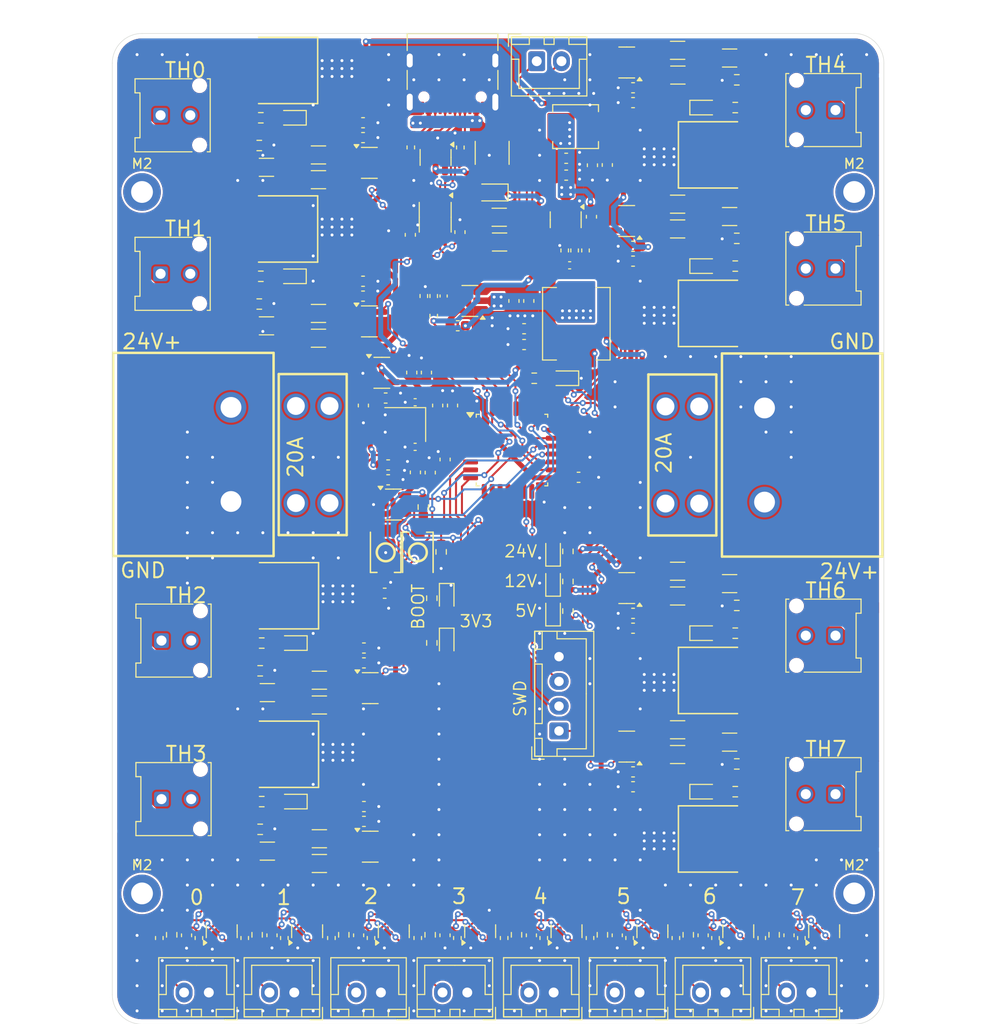
<source format=kicad_pcb>
(kicad_pcb (version 20241229) (generator "pcbnew") (generator_version "9.0")
  (layers (0 "F.Cu" signal) (2 "B.Cu" signal) (13 "F.Paste" user) (15 "B.Paste" user) (5 "F.SilkS" user "F.Silkscreen") (7 "B.SilkS" user "B.Silkscreen") (1 "F.Mask" user) (3 "B.Mask" user) (25 "Edge.Cuts" user))
  (net 0 "")
  (net 1 "+24V")
  (net 2 "GND")
  (net 3 "Net-(U1-BOOT)")
  (net 4 "Net-(U1-SW)")
  (net 5 "+5V")
  (net 6 "Net-(U4-PF0)")
  (net 7 "Net-(U1-FB)")
  (net 8 "+3.3VA")
  (net 9 "+3.3V")
  (net 10 "Net-(C17-Pad1)")
  (net 11 "Net-(U4-PF1)")
  (net 12 "RST")
  (net 13 "TH0")
  (net 14 "TH1")
  (net 15 "TH2")
  (net 16 "TH3")
  (net 17 "TH4")
  (net 18 "TH5")
  (net 19 "TH6")
  (net 20 "TH7")
  (net 21 "TH8")
  (net 22 "TH9")
  (net 23 "Net-(U5-SW)")
  (net 24 "Net-(U5-BOOT)")
  (net 25 "+12V")
  (net 26 "Net-(U5-FB)")
  (net 27 "Net-(C28-Pad1)")
  (net 28 "VBUS")
  (net 29 "Net-(D1-A)")
  (net 30 "Net-(D2-A)")
  (net 31 "Net-(D3-A)")
  (net 32 "Net-(D4-A)")
  (net 33 "Net-(D1-K)")
  (net 34 "Net-(D2-K)")
  (net 35 "Net-(D3-K)")
  (net 36 "Net-(D8-K-Pad3)")
  (net 37 "Net-(D9-K-Pad3)")
  (net 38 "Net-(D4-K)")
  (net 39 "Net-(D6-A)")
  (net 40 "Net-(D6-K)")
  (net 41 "Net-(D7-A)")
  (net 42 "Net-(D15-A)")
  (net 43 "Net-(D7-K)")
  (net 44 "Net-(D11-A)")
  (net 45 "Net-(D12-A)")
  (net 46 "Net-(D13-A)")
  (net 47 "Net-(D14-A)")
  (net 48 "Net-(D16-K-Pad3)")
  (net 49 "Net-(D19-A)")
  (net 50 "Net-(D19-K)")
  (net 51 "Net-(D17-K-Pad3)")
  (net 52 "Net-(D20-K-Pad3)")
  (net 53 "Net-(D21-K-Pad3)")
  (net 54 "Net-(D22-A)")
  (net 55 "Net-(D22-K)")
  (net 56 "Net-(D23-K-Pad3)")
  (net 57 "Net-(D24-K-Pad3)")
  (net 58 "Net-(F1-Pad1)")
  (net 59 "Net-(J17-Pin_1)")
  (net 60 "Net-(J18-Pin_1)")
  (net 61 "Net-(J14-Pin_2)")
  (net 62 "Net-(J15-Pin_2)")
  (net 63 "Net-(J20-Pin_2)")
  (net 64 "Net-(J21-Pin_2)")
  (net 65 "Net-(J22-Pin_2)")
  (net 66 "Net-(J23-Pin_2)")
  (net 67 "Net-(J10-Pin_2)")
  (net 68 "Net-(J11-Pin_2)")
  (net 69 "RX")
  (net 70 "TX")
  (net 71 "SWCLK")
  (net 72 "SWDIO")
  (net 73 "D_-")
  (net 74 "D_+")
  (net 75 "CC1")
  (net 76 "CC2")
  (net 77 "Net-(Q1-G)")
  (net 78 "Net-(Q2-G)")
  (net 79 "Net-(Q3-G)")
  (net 80 "Net-(Q4-G)")
  (net 81 "Net-(Q5-G)")
  (net 82 "Net-(Q6-G)")
  (net 83 "Net-(Q7-G)")
  (net 84 "Net-(Q8-G)")
  (net 85 "BOOT")
  (net 86 "Net-(R4-Pad2)")
  (net 87 "Net-(R5-Pad2)")
  (net 88 "Net-(U2-OUTH)")
  (net 89 "Net-(R11-Pad1)")
  (net 90 "Net-(U3-OUTH)")
  (net 91 "Net-(U7-OUTH)")
  (net 92 "Net-(U7-OUTL)")
  (net 93 "Net-(U2-OUTL)")
  (net 94 "Net-(U3-OUTL)")
  (net 95 "Net-(R18-Pad2)")
  (net 96 "Net-(U6-OUTH)")
  (net 97 "Net-(R19-Pad2)")
  (net 98 "Net-(U6-OUTL)")
  (net 99 "Net-(U10-OUTH)")
  (net 100 "Net-(U9-TXD)")
  (net 101 "Net-(U10-OUTL)")
  (net 102 "Net-(U9-RXD)")
  (net 103 "Net-(R32-Pad2)")
  (net 104 "Net-(R42-Pad2)")
  (net 105 "Net-(U14-OUTH)")
  (net 106 "Net-(R67-Pad2)")
  (net 107 "Net-(U14-OUTL)")
  (net 108 "Net-(R78-Pad2)")
  (net 109 "Net-(U13-OUTH)")
  (net 110 "Net-(U13-OUTL)")
  (net 111 "Net-(U15-OUTH)")
  (net 112 "Net-(U15-OUTL)")
  (net 113 "HEATER7")
  (net 114 "HEATER6")
  (net 115 "HEATER0")
  (net 116 "HEATER1")
  (net 117 "HEATER3")
  (net 119 "HEATER2")
  (net 120 "HEATER5")
  (net 121 "HEATER4")
  (net 130 "Net-(D25-A)")
  (net 131 "ACT")
  (footprint "Resistor_SMD:R_1206_3216Metric" (layer "F.Cu") (at 131.93901 51.985)
    (property "Reference" "R11" (hide yes))
    (property "Value" "12")
  )
  (footprint "Capacitor_SMD:C_0603_1608Metric" (layer "F.Cu") (at 179.445 128.25 -90)
    (property "Reference" "C56" (hide yes))
    (property "Value" "0.1uF")
  )
  (footprint "Resistor_SMD:R_1206_3216Metric" (layer "F.Cu") (at 126.68901 66.735)
    (property "Reference" "R22" (hide yes))
    (property "Value" "0")
  )
  (footprint "Capacitor_SMD:C_0603_1608Metric" (layer "F.Cu") (at 163.7 95.755 180)
    (property "Reference" "C1" (hide yes))
    (property "Value" "10uF")
  )
  (footprint "Capacitor_SMD:C_0603_1608Metric" (layer "F.Cu") (at 142.8375 71.45 90)
    (property "Reference" "C42" (hide yes))
    (property "Value" "1uF")
  )
  (footprint "LED_SMD:LED_0603_1608Metric" (layer "F.Cu") (at 156.725 72.025 180)
    (property "Reference" "D25" (hide yes))
    (property "Value" "LED")
  )
  (footprint "Resistor_SMD:R_1206_3216Metric" (layer "F.Cu") (at 173.45 92.755 180)
    (property "Reference" "R7" (hide yes))
    (property "Value" "0")
  )
  (footprint "Capacitor_SMD:C_1812_4532Metric" (layer "F.Cu") (at 149.475 49.275 -90)
    (property "Reference" "F1" (hide yes))
    (property "Value" "1A")
  )
  (footprint "LED_SMD:LED_0603_1608Metric" (layer "F.Cu") (at 144.885 94.225 -90)
    (property "Reference" "D14" (hide yes))
    (property "Value" "LED")
  )
  (footprint "Connector_Molex:Molex_Micro-Fit_3.0_43045-0212_2x01_P3.00mm_Vertical" (layer "F.Cu") (at 115.99901 45.485 90)
    (property "Reference" "J2" (hide yes))
    (property "Value" "HEATER0")
  )
  (footprint "Resistor_SMD:R_0603_1608Metric" (layer "F.Cu") (at 174.01875 60.705)
    (property "Reference" "R77" (hide yes))
    (property "Value" "4.7k")
  )
  (footprint "Package_TO_SOT_SMD:SOT-23" (layer "F.Cu") (at 174.325 127.8375 90)
    (property "Reference" "D21" (hide yes))
    (property "Value" "BAV99")
  )
  (footprint "MountingHole:MountingHole_2.2mm_M2_DIN965_Pad" (layer "F.Cu") (at 186.025 124.025)
    (property "Reference" "M2")
    (property "Value" "MountingHole_2.2mm_M2_DIN965_Pad")
  )
  (footprint "Resistor_SMD:R_0603_1608Metric" (layer "F.Cu") (at 177.945 128.2 90)
    (property "Reference" "R83" (hide yes))
    (property "Value" "4.7k")
  )
  (footprint "Resistor_SMD:R_1206_3216Metric" (layer "F.Cu") (at 132.02901 118.505 180)
    (property "Reference" "R42" (hide yes))
    (property "Value" "68")
  )
  (footprint "Resistor_SMD:R_1206_3216Metric" (layer "F.Cu") (at 168.2 56.955)
    (property "Reference" "R78" (hide yes))
    (property "Value" "68")
  )
  (footprint "easyeda2kicad:SW-SMD_L3.9-W3.0-P4.45" (layer "F.Cu") (at 138.725 89.595 90)
    (property "Reference" "SW1" (hide yes))
    (property "Value" "SW_Push")
  )
  (footprint "Resistor_SMD:R_0402_1005Metric" (layer "F.Cu") (at 115.87 128.525 -90)
    (property "Reference" "R44" (hide yes))
    (property "Value" "2.37k")
  )
  (footprint "easyeda2kicad:TO-252-2_L6.6-W6.1-P4.57-LS9.9-TL-CW" (layer "F.Cu") (at 169.74 65.475)
    (property "Reference" "Q8" (hide yes))
    (property "Value" "AOD4184A")
  )
  (footprint "Capacitor_SMD:C_0603_1608Metric" (layer "F.Cu") (at 143.975 74.775 90)
    (property "Reference" "C3" (hide yes))
    (property "Value" "4.7uF")
  )
  (footprint "Package_TO_SOT_SMD:SOT-23-6" (layer "F.Cu") (at 137.16651 103.305)
    (property "Reference" "U10" (hide yes))
    (property "Value" "UCC27511ADBV")
  )
  (footprint "easyeda2kicad:CONN-TH_2P-P9.50_DBT50G-9.5-2P" (layer "F.Cu") (at 123.10901 79.715 -90)
    (property "Reference" "J17" (hide yes))
    (property "Value" "Conn_01x02_Socket")
  )
  (footprint "MountingHole:MountingHole_2.2mm_M2_DIN965_Pad" (layer "F.Cu") (at 186.025 53.225)
    (property "Reference" "M2")
    (property "Value" "MountingHole_2.2mm_M2_DIN965_Pad")
  )
  (footprint "Resistor_SMD:R_1206_3216Metric" (layer "F.Cu") (at 126.77901 103.755)
    (property "Reference" "R33" (hide yes))
    (property "Value" "0")
  )
  (footprint "Resistor_SMD:R_0603_1608Metric" (layer "F.Cu") (at 174.01875 97.755)
    (property "Reference" "R1" (hide yes))
    (property "Value" "4.7k")
  )
  (footprint "Package_TO_SOT_SMD:SOT-23-6" (layer "F.Cu") (at 143.763 49.737 -90)
    (property "Reference" "U8" (hide yes))
    (property "Value" "SRV05-4")
  )
  (footprint "Capacitor_SMD:C_0603_1608Metric" (layer "F.Cu") (at 156.95 49.825)
    (property "Reference" "C25" (hide yes))
    (property "Value" "0.1uF")
  )
  (footprint "Resistor_SMD:R_1206_3216Metric" (layer "F.Cu") (at 126.77901 119.755)
    (property "Reference" "R43" (hide yes))
    (property "Value" "0")
  )
  (footprint "Capacitor_SMD:C_0603_1608Metric" (layer "F.Cu") (at 153.175 64.225 -90)
    (property "Reference" "C11" (hide yes))
    (property "Value" "10uF")
  )
  (footprint "Capacitor_SMD:C_0603_1608Metric" (layer "F.Cu") (at 159.5 55.725 90)
    (property "Reference" "C23" (hide yes))
    (property "Value" "0.1uF")
  )
  (footprint "Resistor_SMD:R_1206_3216Metric" (layer "F.Cu") (at 173.45 39.705 180)
    (property "Reference" "R68" (hide yes))
    (property "Value" "0")
  )
  (footprint "Connector_Molex:Molex_Micro-Fit_3.0_43045-0212_2x01_P3.00mm_Vertical" (layer "F.Cu") (at 184.14 44.955 -90)
    (property "Reference" "J13" (hide yes))
    (property "Value" "HEATER4")
  )
  (footprint "Capacitor_SMD:C_0603_1608Metric" (layer "F.Cu") (at 153.435 128.25 -90)
    (property "Reference" "C44" (hide yes))
    (property "Value" "0.1uF")
  )
  (footprint "Connector_Molex:Molex_Micro-Fit_3.0_43045-0212_2x01_P3.00mm_Vertical" (layer "F.Cu") (at 184.14 114.005 -90)
    (property "Reference" "J3" (hide yes))
    (property "Value" "HEATER7")
  )
  (footprint "Resistor_SMD:R_0402_1005Metric" (layer "F.Cu") (at 119.87 128.525 -90)
    (property "Reference" "R45" (hide yes))
    (property "Value" "2.37k")
  )
  (footprint "Capacitor_SMD:C_0603_1608Metric" (layer "F.Cu") (at 136.52901 116.755)
    (property "Reference" "C38" (hide yes))
    (property "Value" "0.1uF")
  )
  (footprint "Capacitor_SMD:C_0603_1608Metric" (layer "F.Cu") (at 146.225 57.275 90)
    (property "Reference" "C30" (hide yes))
    (property "Value" "0.1uF")
  )
  (footprint "Resistor_SMD:R_0603_1608Metric" (layer "F.Cu") (at 126.12026 61.735 180)
    (property "Reference" "R17" (hide yes))
    (property "Value" "4.7k")
  )
  (footprint "Package_SO:MSOP-10_3x3mm_P0.5mm" (layer "F.Cu") (at 143.725 55.775 -90)
    (property "Reference" "U9" (hide yes))
    (property "Value" "CH340E")
  )
  (footprint "Capacitor_SMD:C_0603_1608Metric" (layer "F.Cu") (at 136.475 74.775 -90)
    (property "Reference" "C40" (hide yes))
    (property "Value" "1uF")
  )
  (footprint "Capacitor_SMD:C_0603_1608Metric" (layer "F.Cu") (at 135.995 128.25 -90)
    (property "Reference" "C53" (hide yes))
    (property "Value" "0.1uF")
  )
  (footprint "Connector_JST:JST_XH_B2B-XH-A_1x02_P2.50mm_Vertical" (layer "F.Cu") (at 129.495 134.025 180)
    (property "Reference" "J14" (hide yes))
    (property "Value" "TH1")
  )
  (footprint "Connector_JST:JST_XH_B2B-XH-A_1x02_P2.50mm_Vertical" (layer "F.Cu") (at 164.355 134.025 180)
    (property "Reference" "J15" (hide yes))
    (property "Value" "TH5")
  )
  (footprint "Capacitor_SMD:C_0603_1608Metric" (layer "F.Cu") (at 136.43901 63.735)
    (property "Reference" "C21" (hide yes))
    (property "Value" "10uF")
  )
  (footprint "Connector_JST:JST_XH_B2B-XH-A_1x02_P2.50mm_Vertical" (layer "F.Cu") (at 120.87 134.025 180)
    (property "Reference" "J10" (hide yes))
    (property "Value" "TH0")
  )
  (footprint "Capacitor_SMD:C_0603_1608Metric" (layer "F.Cu") (at 141.725 81.525 -90)
    (property "Reference" "C7" (hide yes))
    (property "Value" "10nF")
  )
  (footprint "Resistor_SMD:R_0402_1005Metric" (layer "F.Cu") (at 124.495 128.525 -90)
    (property "Reference" "R61" (hide yes))
    (property "Value" "2.37k")
  )
  (footprint "Resistor_SMD:R_0402_1005Metric" (layer "F.Cu") (at 180.695 128.525 -90)
    (property "Reference" "R87" (hide yes))
    (property "Value" "2.37k")
  )
  (footprint "Capacitor_SMD:C_0603_1608Metric" (layer "F.Cu") (at 138.975 80.775)
    (property "Reference" "C33" (hide yes))
    (property "Value" "0.1uF")
  )
  (footprint "Resistor_SMD:R_0603_1608Metric" (layer "F.Cu") (at 174.01875 113.755)
    (property "Reference" "R16" (hide yes))
    (property "Value" "4.7k")
  )
  (footprint "Capacitor_SMD:C_0603_1608Metric" (layer "F.Cu") (at 136.43901 47.735)
    (property "Reference" "C8" (hide yes))
    (property "Value" "10uF")
  )
  (footprint "Capacitor_SMD:C_0603_1608Metric" (layer "F.Cu") (at 170.775 128.25 -90)
    (property "Reference" "C54" (hide yes))
    (property "Value" "0.1uF")
  )
  (footprint "Package_TO_SOT_SMD:SOT-23-6" (layer "F.Cu") (at 163.0625 56.155 180)
    (property "Reference" "U15" (hide yes))
    (property "Value" "UCC27511ADBV")
  )
  (footprint "Capacitor_SMD:C_0603_1608Metric" (layer "F.Cu") (at 152.7 67.025 180)
    (property "Reference" "C14" (hide yes))
    (property "Value" "22uF")
  )
  (footprint "Package_TO_SOT_SMD:SOT-23" (layer "F.Cu") (at 139.545 127.8375 90)
    (property "Reference" "D20" (hide yes))
    (property "Value" "BAV99")
  )
  (footprint "Resistor_SMD:R_1206_3216Metric" (layer "F.Cu") (at 132.02901 102.505 180)
    (property "Reference" "R32" (hide yes))
    (property "Value" "68")
  )
  (footprint "Capacitor_SMD:C_0402_1005Metric" (layer "F.Cu") (at 144.575 63.725 90)
    (property "Reference" "C17" (hide yes))
    (property "Value" "75pF")
  )
  (footprint "Capacitor_SMD:C_0603_1608Metric" (layer "F.Cu") (at 138.625 93.725)
    (property "Reference" "C15" (hide yes))
    (property "Value" "0.1uF")
  )
  (footprint "Resistor_SMD:R_0603_1608Metric" (layer "F.Cu") (at 151.935 128.2 90)
    (property "Reference" "R40" (hide yes))
    (property "Value" "4.7k")
  )
  (footprint "Capacitor_SMD:C_0603_1608Metric" (layer "F.Cu") (at 161.1 50.5 -90)
    (property "Reference" "C27" (hide yes))
    (property "Value" "22uF")
  )
  (footprint "Resistor_SMD:R_0603_1608Metric" (layer "F.Cu") (at 125.745 128.2 90)
    (property "Reference" "R58" (hide yes))
    (property "Value" "4.7k")
  )
  (footprint "Resistor_SMD:R_0402_1005Metric" (layer "F.Cu") (at 143.575 63.725 90)
    (property "Reference" "R12" (hide yes))
    (property "Value" "100k")
  )
  (footprint "Capacitor_SMD:C_0603_1608Metric" (layer "F.Cu") (at 151.675 64.225 -90)
    (property "Reference" "C12" (hide yes))
    (property "Value" "0.1uF")
  )
  (footprint "Package_TO_SOT_SMD:SOT-23" (layer "F.Cu") (at 182.995 127.8375 90)
    (property "Reference" "D24" (hide yes))
    (property "Value" "BAV99")
  )
  (footprint "Package_TO_SOT_SMD:SOT-23-5" (layer "F.Cu") (at 138.3375 71.475)
    (property "Reference" "U12" (hide yes))
    (property "Value" "TLV73333PDBV")
  )
  (footprint "Capacitor_SMD:C_0603_1608Metric" (layer "F.Cu") (at 159.6 50.525 -90)
    (property "Reference" "C26" (hide yes))
    (property "Value" "22uF")
  )
  (footprint "Capacitor_SMD:C_0603_1608Metric" (layer "F.Cu") (at 163.7 111.755 180)
    (property "Reference" "C19" (hide yes))
    (property "Value" "10uF")
  )
  (footprint "Resistor_SMD:R_0402_1005Metric" (layer "F.Cu") (at 141.965 128.525 -90)
    (property "Reference" "R84" (hide yes))
    (property "Value" "2.37k")
  )
  (footprint "Resistor_SMD:R_0402_1005Metric" (layer "F.Cu") (at 168.025 128.525 -90)
    (property "Reference" "R75" (hide yes))
    (property "Value" "2.37k")
  )
  (footprint "Package_TO_SOT_SMD:SOT-23" (layer "F.Cu") (at 156.985 127.8375 90)
    (property "Reference" "D9" (hide yes))
    (property "Value" "BAV99")
  )
  (footprint "easyeda2kicad:TO-252-2_L6.6-W6.1-P4.57-LS9.9-TL-CW" (layer "F.Cu") (at 169.74 102.525)
    (property "Reference" "Q1" (hide yes))
    (property "Value" "AOD4184A")
  )
  (footprint "Resistor_SMD:R_0603_1608Metric" (layer "F.Cu") (at 160.605 128.2 90)
    (property "Reference" "R59" (hide yes))
    (property "Value" "4.7k")
  )
  (footprint "Capacitor_SMD:C_0603_1608Metric" (layer "F.Cu") (at 144.715 128.25 -90)
    (property "Reference" "C55" (hide yes))
    (property "Value" "0.1uF")
  )
  (footprint "Resistor_SMD:R_1206_3216Metric" (layer "F.Cu") (at 132.02901 121.005)
    (property "Reference" "R50" (hide yes))
    (property "Value" "12")
  )
  (footprint "Capacitor_SMD:C_0603_1608Metric" (layer "F.Cu") (at 145.475 74.775 90)
    (property "Reference" "C4" (hide yes))
    (property "Value" "0.1uF")
  )
  (footprint "Capacitor_SMD:C_0603_1608Metric" (layer "F.Cu") (at 138.725 74.025)
    (property "Reference" "C39" (hide yes))
    (property "Value" "0.1uF")
  )
  (footprint "Capacitor_SMD:C_0603_1608Metric" (layer "F.Cu") (at 163.7 58.705 180)
    (property "Reference" "C51" (hide yes))
    (property "Value" "10uF")
  )
  (footprint "Resistor_SMD:R_0603_1608Metric" (layer "F.Cu") (at 117.12 128.2 90)
    (property "Reference" "R39" (hide yes))
    (property "Value" "4.7k")
  )
  (footprint "Package_TO_SOT_SMD:SOT-23-6" (layer "F.Cu") (at 163.0625 109.205 180)
    (property "Reference" "U6" (hide yes))
    (property "Value" "UCC27511ADBV")
  )
  (footprint "Capacitor_SMD:C_0603_1608Metric" (layer "F.Cu") (at 118.62 128.25 -90)
    (property "Reference" "C43" (hide yes))
    (property "Value" "0.1uF")
  )
  (footprint "Connector_Molex:Molex_Micro-Fit_3.0_43045-0212_2x01_P3.00mm_Vertical" (layer "F.Cu") (at 184.14 60.955 -90)
    (property "Reference" "J19" (hide yes))
    (property "Value" "HEATER5")
  )
  (footprint "Diode_SMD:D_SOD-323" (layer "F.Cu") (at 149.475 53.275 180)
    (property "Reference" "D5" (hide yes))
    (property "Value" "CUS10S30")
  )
  (footprint "Capacitor_SMD:C_0603_1608Metric" (layer "F.Cu") (at 141.2125 57.55 90)
    (property "Reference" "C29" (hide yes))
    (property "Value" "0.1uF")
  )
  (footprint "LED_SMD:LED_0603_1608Metric" (layer "F.Cu") (at 155.625 95.5375 90)
    (property "Reference" "D13" (hide yes))
    (property "Value" "LED")
  )
  (footprint "Package_TO_SOT_SMD:SOT-23" (layer "F.Cu") (at 122.17 127.8375 90)
    (property "Reference" "D8" (hide yes))
    (property "Value" "BAV99")
  )
  (footprint "Capacitor_SMD:C_0603_1608Metric" (layer "F.Cu") (at 163.7 42.705 180)
    (property "Reference" "C47" (hide yes))
    (property "Value" "0.1uF")
  )
  (footprint "Package_TO_SOT_SMD:SOT-23-6" (layer "F.Cu") (at 137.16651 119.305)
    (property "Reference" "U13" (hide yes))
    (property "Value" "UCC27511ADBV")
  )
  (footprint "Capacitor_SMD:C_0603_1608Metric" (layer "F.Cu") (at 143.225 81.55 90)
    (property "Reference" "C36" (hide yes))
    (property "Value" "1uF")
  )
  (footprint "Capacitor_SMD:C_0603_1608Metric" (layer "F.Cu") (at 136.43901 46.235)
    (property "Reference" "C9" (hide yes))
    (property "Value" "0.1uF")
  )
  (footprint "Capacitor_SMD:C_0402_1005Metric" (layer "F.Cu") (at 157.3 60.625 180)
    (property "Reference" "C28" (hide yes))
    (property "Value" "75pF")
  )
  (footprint "Resistor_SMD:R_0402_1005Metric" (layer "F.Cu") (at 157.8 59.125 -90)
    (property "Reference" "R27" (hide yes))
    (property "Value" "100k")
  )
  (footprint "LED_SMD:LED_0603_1608Metric" (layer "F.Cu") (at 155.625 92.5375 90)
    (property "Reference" "D12" (hide yes))
    (property "Value" "LED")
  )
  (footprint "Resistor_SMD:R_1206_3216Metric" (layer "F.Cu") (at 131.93901 49.485 180)
    (property "Reference" "R6" (hide yes))
    (property "Value" "68")
  )
  (footprint "Resistor_SMD:R_1206_3216Metric" (layer "F.Cu") (at 126.68901 50.735)
    (property "Reference" "R8" (hide yes))
    (property "Value" "0")
  )
  (footprint "Capacitor_SMD:C_0603_1608Metric" (layer "F.Cu") (at 156.95 51.525)
    (property "Reference" "C24" (hide yes))
    (property "Value" "10uF")
  )
  (footprint "Resistor_SMD:R_1206_3216Metric" (layer "F.Cu") (at 168.2 94.005)
    (property "Reference" "R5" (hide yes))
    (property "Value" "68")
  )
  (footprint "Connector_JST:JST_XH_B2B-XH-A_1x02_P2.50mm_Vertical" (layer "F.Cu") (at 146.965 134.025 180)
    (property "Reference" "J22" (hide yes))
    (property "Value" "TH3")
  )
  (footprint "Resistor_SMD:R_0402_1005Metric" (layer "F.Cu") (at 158.9 59.125 -90)
    (property "Reference" "R21" (hide yes))
    (property "Value" "50")
  )
  (footprint "Resistor_SMD:R_1206_3216Metric" (layer "F.Cu") (at 150.1875 55.775)
    (property "Reference" "R29" (hide yes))
    (property "Value" "0")
  )
  (footprint "Resistor_SMD:R_0402_1005Metric" (layer "F.Cu") (at 128.495 128.525 -90)
    (property "Reference" "R62" (hide yes))
    (property "Value" "2.37k")
  )
  (footprint "Resistor_SMD:R_0603_1608Metric" (layer "F.Cu") (at 126.21026 98.755 180)
    (property "Reference" "R30" (hide yes))
    (property "Value" "4.7k")
  )
  (footprint "Capacitor_SMD:C_0603_1608Metric" (layer "F.Cu") (at 158.2 82.025)
    (property "Reference" "C5" (hide yes))
    (property "Value" "0.1uF")
  )
  (footprint "Capacitor_SMD:C_0402_1005Metric" (layer "F.Cu") (at 141.7 74.45 180)
    (property "Reference" "C16" (hide yes))
    (property "Value" "14pF")
  )
  (footprint "Resistor_SMD:R_1206_3216Metric" (layer "F.Cu") (at 168.2 107.505 180)
    (property "Reference" "R23" (hide yes))
    (property "Value" "12")
  )
  (footprint "Resistor_SMD:R_0603_1608Metric" (layer "F.Cu") (at 153.725 72.025)
    (property "Reference" "R88" (hide yes))
    (property "Value" "1k")
  )
  (footprint "easyeda2kicad:TO-252-2_L6.6-W6.1-P4.57-LS9.9-TL-CW" (layer "F.Cu") (at 130.39901 40.965 180)
    (property "Reference" "Q2" (hide yes))
    (property "Value" "AOD4184A")
  )
  (footprint "easyeda2kicad:SW-SMD_L3.9-W3.0-P4.45" (layer "F.Cu") (at 141.975 89.595 -90)
    (property "Reference" "SW2" (hide yes))
    (property "Value" "SW_Push")
  )
  (footprint "Resistor_SMD:R_0603_1608Metric" (layer "F.Cu") (at 134.495 128.2 90)
    (property "Reference" "R71" (hide yes))
    (property "Value" "4.7k")
  )
  (footprint "Capacitor_SMD:C_0603_1608Metric" (layer "F.Cu") (at 163.7 44.205 180)
    (property "Reference" "C46" (hide yes))
    (property "Value" "10uF")
  )
  (footprint "Resistor_SMD:R_0603_1608Metric" (layer "F.Cu") (at 126.12026 45.735 180)
    (property "Reference" "R2" (hide yes))
    (property "Value" "4.7k")
  )
  (footprint "Resistor_SMD:R_1206_3216Metric" (layer "F.Cu") (at 150.225 58.275)
    (property "Reference" "R31" (hide yes))
    (property "Value" "0")
  )
  (footprint "Package_TO_SOT_SMD:SOT-23-5" (layer "F.Cu") (at 139.5 84.775)
    (property "Reference" "U11" (hide yes))
    (property "Value" "TLV73333PDBV")
  )
  (footprint "easyeda2kicad:TO-252-2_L6.6-W6.1-P4.57-LS9.9-TL-CW" (layer "F.Cu") (at 169.74 49.475)
    (property "Reference" "Q7" (hide yes))
    (property "Value" "AOD4184A")
  )
  (footprint "Resistor_SMD:R_1206_3216Metric" (layer "F.Cu") (at 131.93901 65.485 180)
    (property "Reference" "R19" (hide yes))
    (property "Value" "68")
  )
  (footprint "Capacitor_SMD:C_0402_1005Metric" (layer "F.Cu") (at 141.7 78.95 180)
    (property "Reference" "C18" (hide yes))
    (property "Value" "14pF")
  )
  (footprint "Connector_JST:JST_XH_B2B-XH-A_1x02_P2.50mm_Vertical" (layer "F.Cu") (at 138.245 134.025 180)
    (property "Reference" "J20" (hide yes))
    (property "Value" "TH2")
  )
  (footprint "LED_SMD:LED_0603_1608Metric" (layer "F.Cu") (at 129.22026 45.735 180)
    (property "Reference" "D2" (hide yes))
    (property "Value" "LED")
  )
  (footprint "Resistor_SMD:R_0402_1005Metric" (layer "F.Cu") (at 142.575 63.725 90)
    (property "Reference" "R15" (hide yes))
    (property "Value" "13.3k")
  )
  (footprint "Resistor_SMD:R_1206_3216Metric" (layer "F.Cu") (at 173.45 55.705 180)
    (property "Reference" "R79" (hide yes))
    (property "Value" "0")
  )
  (footprint "Connector_JST:JST_XH_B2B-XH-A_1x02_P2.50mm_Vertical" (layer "F.Cu") (at 155.685 134.025 180)
    (property "Reference" "J11" (hide yes))
    (property "Value" "TH4")
  )
  (footprint "Inductor_SMD:L_TechFuse_SL0650" (layer "F.Cu") (at 157.975 66.525 -90)
    (property "Reference" "L1" (hide yes))
    (property "Value" "15uH")
  )
  (footprint "Connector_JST:JST_XH_B4B-XH-A_1x04_P2.50mm_Vertical" (layer "F.Cu") (at 156.225 107.625 90)
    (property "Reference" "J4" (hide yes))
    (property "Value" "SWD")
  )
  (footprint "Package_QFP:LQFP-32_7x7mm_P0.8mm" (layer "F.Cu") (at 151.475 79.275)
    (property "Reference" "U4" (hide yes))
    (property "Value" "STM32F030K6Tx")
  )
  (footprint "Connector_Molex:Molex_Micro-Fit_3.0_43045-0212_2x01_P3.00mm_Vertical" (layer "F.Cu") (at 184.14 98.005 -90)
    (property "Reference" "J1" (hide yes))
    (property "Value" "HEATER6")
  )
  (footprint "MountingHole:MountingHole_2.2mm_M2_DIN965_Pad" (layer "F.Cu") (at 114.125 53.225)
    (property "Reference" "M2")
    (property "Value" "MountingHole_2.2mm_M2_DIN965_Pad")
  )
  (footprint "easyeda2kicad:FUSE-TH_4P-L16.0-W6.7" (layer "F.Cu") (at 131.35901 79.725 -90)
    (property "Reference" "F2" (hide yes))
    (property "Value" "20A")
  )
  (footprint "easyeda2kicad:TO-252-2_L6.6-W6.1-P4.57-LS9.9-TL-CW" (layer "F.Cu") (at 130.48901 109.985 180)
    (property "Reference" "Q6" (hide yes))
    (property "Value" "AOD4184A")
  )
  (footprint "Resistor_SMD:R_1206_3216Metric" (layer "F.Cu") (at 168.2 54.455 180)
    (property "Reference" "R80" (hide yes))
    (property "Value" "12")
  )
  (footprint "Crystal:Crystal_SMD_3225-4Pin_3.2x2.5mm" (layer "F.Cu") (at 140.7 76.7 180)
    (property "Reference" "Y1" (hide yes))
    (property "Value" "24MHz")
  )
  (footprint "Capacitor_SMD:C_0603_1608Metric" (layer "F.Cu") (at 136.52901 100.755)
    (property "Reference" "C31" (hide yes))
    (property "Value" "10uF")
  )
  (footprint "LED_SMD:LED_0603_1608Metric" (layer "F.Cu") (at 170.91875 44.705)
    (property "Reference" "D19" (hide yes))
    (property "Value" "LED")
  )
  (footprint "Capacitor_SMD:C_0603_1608Metric" (layer "F.Cu") (at 163.7 60.205 180)
    (property "Reference" "C52" (hide yes))
    (property "Value" "0.1uF")
  )
  (footprint "LED_SMD:LED_0603_1608Metric" (layer "F.Cu") (at 155.625 89.5 90)
    (property "Reference" "D11" (hide yes))
    (property "Value" "LED")
  )
  (footprint "easyeda2kicad:TO-252-2_L6.6-W6.1-P4.57-LS9.9-TL-CW" (layer "F.Cu") (at 130.39901 56.965 180)
    (property "Reference" "Q4" (hide yes))
    (property "Value" "AOD4184A")
  )
  (footprint "Resistor_SMD:R_0603_1608Metric" (layer "F.Cu") (at 174.175 57.905 180)
    (property "Reference" "R81" (hide yes))
    (property "Value" "100k")
  )
  (footprint "LED_SMD:LED_0603_1608Metric" (layer "F.Cu") (at 170.91875 97.755)
    (property "Reference" "D1" (hide yes))
    (property "Value" "LED")
  )
  (footprint "Capacitor_SMD:C_0603_1608Metric" (layer "F.Cu") (at 136.52901 99.255)
    (property "Reference" "C32" (hide yes))
    (property "Value" "0.1uF")
  )
  (footprint "Capacitor_SMD:C_0603_1608Metric" (layer "F.Cu") (at 127.245 128.25 -90)
    (property "Reference" "C48" (hide yes))
    (property "Value" "0.1uF")
  )
  (footprint "Resistor_SMD:R_0603_1608Metric" (layer "F.Cu") (at 174.175 110.955 180)
    (property "Reference" "R25" (hide yes))
    (property "Value" "100k")
  )
  (footprint "easyeda2kicad:TO-252-2_L6.6-W6.1-P4.57-LS9.9-TL-CW" (layer "F.Cu") (at 169.74 118.525)
    (property "Reference" "Q3" (hide yes))
    (property "Value" "AOD4184A")
  )
  (footprint "Resistor_SMD:R_0402_1005Metric" (layer "F.Cu") (at 133.245 128.525 -90)
    (property "Reference" "R73" (hide yes))
    (property "Value" "2.37k")
  )
  (footprint "Resistor_SMD:R_0402_1005Metric" (layer "F.Cu") (at 159.355 128.525 -90)
    (property "Reference" "R63" (hide yes))
    (property "Value" "2.37k")
  )
  (footprint "MountingHole:MountingHole_2.2mm_M2_DIN965_Pad" (layer "F.Cu") (at 114.125 124.025)
    (property "Reference" "M2")
    (property "Value" "MountingHole_2.2mm_M2_DIN965_Pad")
  )
  (footprint "Resistor_SMD:R_0603_1608Metric" (layer "F.Cu") (at 143.385 98.7375 -90)
    (property "Reference" "R56" (hide yes))
    (property "Value" "1k")
  )
  (footprint "Package_TO_SOT_SMD:SOT-23-6" (layer "F.Cu") (at 137.07651 50.285)
    (property "Reference" "U3" (hide yes))
    (property "Value" "UCC27511ADBV")
  )
  (footprint "Resistor_SMD:R_0402_1005Metric" (layer "F.Cu") (at 145.965 128.525 -90)
    (property "Reference" "R85" (hide yes))
    (property "Value" "2.37k")
  )
  (footprint "Capacitor_SMD:C_0603_1608Metric" (layer "F.Cu") (at 152.7 68.625 180)
    (property "Reference" "C13" (hide yes))
    (property "Value" "22uF")
  )
  (footprint "Resistor_SMD:R_0402_1005Metric" (layer "F.Cu") (at 176.695 128.525 -90)
    (property "Reference" "R86" (hide yes))
    (property "Value" "2.37k")
  )
  (footprint "Resistor_SMD:R_0402_1005Metric" (layer "F.Cu") (at 154.685 128.525 -90)
    (property "Reference" "R47" (hide yes))
    (property "Value" "2.37k")
  )
  (footprint "Connector_Molex:Molex_Micro-Fit_3.0_43045-0212_2x01_P3.00mm_Vertical" (layer "F.Cu") (at 116.08901 98.505 90)
    (property "Reference" "J6" (hide yes))
    (property "Value" "HEATER2")
  )
  (footprint "Resistor_SMD:R_0402_1005Metric" (layer "F.Cu") (at 143.575 65.725 90)
    (property "Reference" "R3" (hide yes))
    (property "Value" "50")
  )
  (footprint "Capacitor_SMD:C_0603_1608Metric" (layer "F.Cu") (at 162.105 128.25 -90)
    (property "Reference" "C49" (hide yes))
    (property "Value" "0.1uF")
  )
  (footprint "Resistor_SMD:R_0603_1608Metric" (layer "F.Cu") (at 126.05401 101.555)
    (property "Reference" "R37" (hide yes))
    (property "Value" "100k")
  )
  (footprint "Resistor_SMD:R_0603_1608Metric" (layer "F.Cu") (at 144.325 89.55 -90)
    (property "Reference" "R10" (hide yes))
    (property "Value" "10k")
  )
  (footprint "Resistor_SMD:R_0402_1005Metric" (layer "F.Cu") (at 150.685 128.525 -90)
    (property "Reference" "R46" (hide yes))
    (property "Value" "2.37k")
  )
  (footprint "Package_TO_SOT_SMD:SOT-23-6" (layer "F.Cu") (at 147.225 64.225 180)
    (property "Reference" "U1" (hide yes))
    (property "Value" "TPS54202DDC")
  )
  (footprint "Package_TO_SOT_SMD:SOT-23-6" (layer "F.Cu") (at 163.0625 93.205 180)
    (property "Reference" "U2" (hide yes))
    (property "Value" "UCC27511ADBV")
  )
  (footprint "Capacitor_SMD:C_0603_1608Metric" (layer "F.Cu") (at 141.3575 71.45 90)
    (property "Reference" "C41" (hide yes))
    (property "Value" "0.1uF")
  )
  (footprint "Resistor_SMD:R_0402_1005Metric" (layer "F.Cu") (at 172.025 128.525 -90)
    (property "Reference" "R76" (hide yes))
    (property "Value" "2.37k")
  )
  (footprint "Resistor_SMD:R_0603_1608Metric" (layer "F.Cu") (at 174.175 94.955 180)
    (property "Reference" "R13" (hide yes))
    (property "Value" "100k")
  )
  (footprint "Resistor_SMD:R_0603_1608Metric" (layer "F.Cu") (at 174.01875 44.705)
    (property "Reference" "R57" (hide yes))
    (property "Value" "4.7k")
  )
  (footprint "Resistor_SMD:R_0402_1005Metric" (layer "F.Cu") (at 156.8 59.125 90)
    (property "Reference" "R28" (hide yes))
    (property "Value" "5.23k")
  )
  (footprint "Connector_Molex:Molex_Micro-Fit_3.0_43045-0212_2x01_P3.00mm_Vertical" (layer "F.Cu") (at 116.08901 114.505 90)
    (property "Reference" "J9" (hide yes))
    (property "Value" "HEATER3")
  )
  (footprint "Package_TO_SOT_SMD:SOT-23-6" (layer "F.Cu") (at 156.9 56.025 -90)
    (property "Reference" "U5" (hide yes))
    (property "Value" "TPS54202DDC")
  )
  (footprint "Capacitor_SMD:C_0603_1608Metric" (layer "F.Cu") (at 138.975 82.275)
    (property "Reference" "C34" (hide yes))
    (property "Value" "1uF")
  )
  (footprint "Resistor_SMD:R_0603_1608Metric" (layer "F.Cu") (at 126.21026 114.755 180)
    (property "Reference" "R38" (hide yes))
    (property "Value" "4.7k")
  )
  (footprint "easyeda2kicad:FUSE-TH_4P-L16.0-W6.7" (layer "F.Cu") (at 168.675 79.775 90)
    (property "Reference" "F3" (hide yes))
    (property "Value" "20A")
  )
  (footprint "Connector_JST:JST_XH_B2B-XH-A_1x02_P2.50mm_Vertical" (layer "F.Cu") (at 181.695 134.025 180)
    (property "Reference" "J23" (hide yes))
    (property "Value" "TH7")
  )
  (footprint "Resistor_SMD:R_0603_1608Metric" (layer "F.Cu") (at 157.125 89.5 90)
    (property "Reference" "R52" (hide yes))
    (property "Value" "4.7k")
  )
  (footprint "Connector_USB:USB_C_Receptacle_G-Switch_GT-USB-7010ASV" (layer "F.Cu") (at 145.475 41.025 180)
    (property "Reference" "J8" (hide yes))
    (property "Value" "USB_C_Receptacle_USB2.0_14P")
  )
  (footprint "easyeda2kicad:CONN-TH_2P-P9.50_DBT50G-9.5-2P" (layer "F.Cu") (at 176.975 79.775 90)
    (property "Reference" "J18" (hide yes))
    (property "Value" "Conn_01x02_Socket")
  )
  (footprint "Resistor_SMD:R_1206_3216Metric" (layer "F.Cu") (at 131.93901 67.985)
    (property "Reference" "R24" (hide yes))
    (property "Value" "12")
  )
  (footprint "LED_SMD:LED_0603_1608Metric" (layer "F.Cu") (at 170.91875 113.755)
    (property "Reference" "D3" (hide yes))
    (property "Value" "LED")
  )
  (footprint "LED_SMD:LED_0603_1608Metric" (layer "F.Cu") (at 144.885 98.7375 -90)
    (property "Reference" "D15" (hide yes))
    (property "Value" "LED")
  )
  (footprint "Capacitor_SMD:C_0603_1608Metric" (layer "F.Cu") (at 136.52901 115.255)
    (property "Reference" "C37" (hide yes))
    (property "Value" "10uF")
  )
  (footprint "Resistor_SMD:R_0603_1608Metric" (layer "F.Cu") (at 157.125 92.5375 90)
    (property "Reference" "R53" (hide yes))
    (property "Value" "4.7k")
  )
  (footprint "Capacitor_SMD:C_0603_1608Metric" (layer "F.Cu") (at 146 66.725)
    (property "Reference" "C10" (hide yes))
    (property "Value" "0.1uF")
  )
  (footprint "LED_SMD:LED_0603_1608Metric" (layer "F.Cu") (at 129.31026 98.755 180)
    (property "Reference" "D6" (hide yes))
    (property "Value" "LED")
  )
  (footprint "Resistor_SMD:R_0603_1608Metric" (layer "F.Cu") (at 143.385 94.225 -90)
    (property "Reference" "R55" (hide yes))
    (property "Value" "1k")
  )
  (footprint "Resistor_SMD:R_1206_3216Metric" (layer "F.Cu") (at 168.2 91.505 180)
    (property "Reference" "R9" (hide yes))
    (property "Value" "12")
  )
  (footprint "Resistor_SMD:R_0603_1608Metric" (layer "F.Cu") (at 125.96401 48.535)
    (property "Reference" "R14" (hide yes))
    (property "Value" "100k")
  )
  (footprint "Resistor_SMD:R_1206_3216Metric" (layer "F.Cu") (at 168.2 110.005)
    (property "Reference" "R18" (hide yes))
    (property "Value" "68")
  )
  (footprint "Resistor_SMD:R_1206_3216Metric" (layer "F.Cu") (at 168.2 38.925 180)
    (property "Reference" "R69" (hide yes))
    (property "Value" "12")
  )
  (footprint "Connector_Molex:Molex_Micro-Fit_3.0_43045-0212_2x01_P3.00mm_Vertical" (layer "F.Cu") (at 115.99901 61.485 90)
    (property "Reference" "J5" (hide yes))
    (property "Value" "HEATER1")
  )
  (footprint "Resistor_SMD:R_0402_1005Metric" (layer "F.Cu") (at 146.263 48.737 -90)
    (property "Reference" "R34" (hide yes))
    (property "Value" "5.1K")
  )
  (footprint "Package_TO_SOT_SMD:SOT-23" (layer "F.Cu") (at 148.265 127.8375 90)
    (property "Reference" "D23" (hide yes))
    (property "Value" "BAV99")
  )
  (footprint "Resistor_SMD:R_0402_1005Metric" (layer "F.Cu") (at 137.245 128.525 -90)
    (property "Reference" "R74" (hide yes))
    (property "Value" "2.37k")
  )
  (footprint "Resistor_SMD:R_1206_3216Metric" (layer "F.Cu") (at 168.225 41.425)
    (property "Reference" "R67" (hide yes))
    (property "Value" "68")
  )
  (footprint "Resistor_SMD:R_0603_1608Metric" (layer "F.Cu") (at 142.525 85.025 -90)
    (property "Reference" "R4" (hide yes))
    (property "Value" "1k")
  )
  (footprint "LED_SMD:LED_0603_1608Metric" (layer "F.Cu") (at 129.22026 61.735 180)
    (property "Reference" "D4" (hide yes))
    (property "Value" "LED")
  )
  (footprint "Package_TO_SOT_SMD:SOT-23" (layer "F.Cu") (at 130.795 127.8375 90)
    (property "Reference" "D16" (hide yes))
    (property "Value" "BAV99")
  )
  (footprint "Resistor_SMD:R_0402_1005Metric" (layer "F.Cu") (at 141.263 48.727 -90)
    (property "Reference" "R35" (hide yes))
    (property "Value" "5.1K")
  )
  (footprint "Package_TO_SOT_SMD:SOT-23" (layer "F.Cu") (at 165.655 127.8375 90)
    (property "Reference" "D17" (hide yes))
    (property "Value" "BAV99")
  )
  (footprint "Package_TO_SOT_SMD:SOT-23-6" (layer "F.Cu") (at 137.07651 66.285)
    (property "Reference" "U7" (hide yes))
    (property "Value" "UCC27511ADBV")
  )
  (footprint "Resistor_SMD:R_0603_1608Metric" (layer "F.Cu") (at 157.125 95.525 90)
    (property "Reference" "R54" (hide yes))
    (property "Value" "1k")
  )
  (footprint "Connector_JST:JST_XH_B2B-XH-A_1x02_P2.50mm_Vertical" (layer "F.Cu") (at 153.975 40.025)
    (property "Reference" "J7" (hide yes))
    (property "Value" "UART")
  )
  (footprint "Resistor_SMD:R_0603_1608Metric" (layer "F.Cu") (at 169.275 128.2 90)
    (property "Reference" "R72" (hide yes))
    (property "Value" "4.7k")
  )
  (footprint "Capacitor_SMD:C_0603_1608Metric" (layer "F.Cu") (at 144.725 80.225 -90)
    (property "Reference" "C6" (hide yes))
    (property "Value" "1uF")
  )
  (footprint "LED_SMD:LED_0603_1608Metric" (layer "F.Cu") (at 170.91875 60.705)
    (property "Reference" "D22" (hide yes))
    (property "Value" "LED")
  )
  (footprint "Resistor_SMD:R_0402_1005Metric" (layer "F.Cu") (at 163.355 128.525 -90)
    (property "Reference" "R64" (hide yes))
    (property "Value" "2.37k")
  )
  (footprint "Capacitor_SMD:C_0603_1608Metric" (layer "F.Cu") (at 163.7 113.255 180)
    (property "Reference" "C20" (hide yes))
    (property "Value" "0.1uF")
  )
  (footprint "Resistor_SMD:R_0603_1608Metric" (layer "F.Cu") (at 125.96401 64.535)
    (property "Reference" "R26" (hide yes))
    (property "Value" "100k")
  )
  (footprint "Inductor_SMD:L_Sunlord_MWSA0402S" (layer "F.Cu") (at 157.9 46.625)
    (property "Reference" "L2" (hide yes))
    (property "Value" "22uH")
  )
  (footprint "Capacitor_SMD:C_0603_1608Metric" (layer "F.Cu") (at 136.43901 62.235)
    (property "Reference" "C22" (hide yes))
    (property "Value" "0.1uF")
  )
  (footprint "Resistor_SMD:R_0603_1608Metric" (layer "F.Cu") (at 126.05401 117.555)
    (property "Reference" "R51" (hide yes))
    (property "Value" "100k")
  )
  (footprint "easyeda2kicad:TO-252-2_L6.6-W6.1-P4.57-LS9.9-TL-CW" (layer "F.Cu") (at 130.48901 93.985 180)
    (property "Reference" "Q5" (hide yes))
    (property "Value" "AOD4184A")
  )
  (footprint "Package_TO_SOT_SMD:SOT-23-6" (layer "F.Cu") (at 163.0625 40.155 180)
    (property "Reference" "U14" (hide yes))
    (property "Value" "UCC27511ADBV")
  )
  (footprint "Resistor_SMD:R_1206_3216Metric" (layer "F.Cu") (at 132.02901 105.005)
    (property "Reference" "R36" (hide yes))
    (property "Value" "12")
  )
  (footprint "Resistor_SMD:R_0603_1608Metric" (layer "F.Cu") (at 143.215 128.2 90)
    (property "Reference" "R82" (hide yes))
    (property "Value" "4.7k")
  )
  (footprint "Connector_JST:JST_XH_B2B-XH-A_1x02_P2.50mm_Vertical" (layer "F.Cu") (at 173.025 134.025 180)
    (property "Reference" "J21" (hide yes))
    (property "Value" "TH6")
  )
  (footprint "Resistor_SMD:R_1206_3216Metric" (layer "F.Cu") (at 173.45 108.755 180)
    (property "Reference" "R20" (hide yes))
    (property "Value" "0")
  )
  (footprint "Capacitor_SMD:C_0603_1608Metric" (layer "F.Cu") (at 163.7 97.255 180)
    (property "Reference" "C2" (hide yes))
    (property "Value" "0.1uF")
  )
  (footprint "Resistor_SMD:R_0603_1608Metric" (layer "F.Cu") (at 174.175 41.905 180)
    (property "Reference" "R70" (hide yes))
    (property "Value" "100k")
  )
  (footprint "LED_SMD:LED_0603_1608Metric" (layer "F.Cu") (at 129.31026 114.755 180)
    (property "Reference" "D7" (hide yes))
    (property "Value" "LED")
  )
  (gr_line (start 189.025 40.225) (end 189.025 134.225) (stroke (width 0.05)) (layer "Edge.Cuts"))
  (gr_line (start 186.025 137.225) (end 114.125 137.225) (stroke (width 0.05)) (layer "Edge.Cuts"))
  (gr_arc (start 189.025 134.225) (mid 188.14632 136.34632) (end 186.025 137.225) (stroke (width 0.05)) (layer "Edge.Cuts"))
  (gr_line (start 111.125 134.225) (end 111.125 40.225) (stroke (width 0.05)) (layer "Edge.Cuts"))
  (gr_arc (start 111.125 40.225) (mid 112.00368 38.10368) (end 114.125 37.225) (stroke (width 0.05)) (layer "Edge.Cuts"))
  (gr_arc (start 186.025 37.225) (mid 188.14632 38.10368) (end 189.025 40.225) (stroke (width 0.05)) (layer "Edge.Cuts"))
  (gr_arc (start 114.125 137.225) (mid 112.00368 136.34632) (end 111.125 134.225) (stroke (width 0.05)) (layer "Edge.Cuts"))
  (gr_line (start 114.125 37.225) (end 186.025 37.225) (stroke (width 0.05)) (layer "Edge.Cuts"))
  (gr_text "12V" (at 150.6 93.2 0) (layer "F.SilkS") (effects (font (size 1.2 1.2)) (justify left bottom)))
  (gr_text "SWD" (at 153 106.3 90) (layer "F.SilkS") (effects (font (size 1.2 1.2)) (justify left bottom)))
  (gr_text "TH5" (at 180.97 57.27 0) (layer "F.SilkS") (effects (font (size 1.5 1.5) (thickness 0.2)) (justify left bottom)))
  (gr_text "TH7" (at 180.97 110.32 0) (layer "F.SilkS") (effects (font (size 1.5 1.5) (thickness 0.2)) (justify left bottom)))
  (gr_text "20A" (at 130.5 82.2 90) (layer "F.SilkS") (effects (font (size 1.5 1.5) (thickness 0.2)) (justify left bottom)))
  (gr_text "GND" (at 183.4 69.2 0) (layer "F.SilkS") (effects (font (size 1.5 1.5) (thickness 0.2)) (justify left bottom)))
  (gr_text "24V+" (at 182.4 92.4 0) (layer "F.SilkS") (effects (font (size 1.5 1.5) (thickness 0.2)) (justify left bottom)))
  (gr_text "24V+" (at 112 69.2 0) (layer "F.SilkS") (effects (font (size 1.5 1.5) (thickness 0.2)) (justify left bottom)))
  (gr_text "BOOT" (at 142.7 97.5 90) (layer "F.SilkS") (effects (font (size 1.2 1.2)) (justify left bottom)))
  (gr_text "7" (at 179.5 125.3 0) (layer "F.SilkS") (effects (font (size 1.5 1.5) (thickness 0.2)) (justify left bottom)))
  (gr_text "TH1" (at 116.29401 57.8 0) (layer "F.SilkS") (effects (font (size 1.5 1.5) (thickness 0.2)) (justify left bottom)))
  (gr_text "TH0" (at 116.29401 41.8 0) (layer "F.SilkS") (effects (font (size 1.5 1.5) (thickness 0.2)) (justify left bottom)))
  (gr_text "3" (at 145.3 125.2 0) (layer "F.SilkS") (effects (font (size 1.5 1.5) (thickness 0.2)) (justify left bottom)))
  (gr_text "GND" (at 111.8 92.3 0) (layer "F.SilkS") (effects (font (size 1.5 1.5) (thickness 0.2)) (justify left bottom)))
  (gr_text "0" (at 118.8 125.3 0) (layer "F.SilkS") (effects (font (size 1.5 1.5) (thickness 0.2)) (justify left bottom)))
  (gr_text "20A" (at 167.7 81.8 90) (layer "F.SilkS") (effects (font (size 1.5 1.5) (thickness 0.2)) (justify left bottom)))
  (gr_text "5V" (at 151.7 96.2 0) (layer "F.SilkS") (effects (font (size 1.2 1.2)) (justify left bottom)))
  (gr_text "1" (at 127.6 125.3 0) (layer "F.SilkS") (effects (font (size 1.5 1.5) (thickness 0.2)) (justify left bottom)))
  (gr_text "5" (at 161.9 125.2 0) (layer "F.SilkS") (effects (font (size 1.5 1.5) (thickness 0.2)) (justify left bottom)))
  (gr_text "TH2" (at 116.38401 94.82 0) (layer "F.SilkS") (effects (font (size 1.5 1.5) (thickness 0.2)) (justify left bottom)))
  (gr_text "3V3" (at 146.1 97.2525 0) (layer "F.SilkS") (effects (font (size 1.2 1.2)) (justify left bottom)))
  (gr_text "24V" (at 150.6 90.2 0) (layer "F.SilkS") (effects (font (size 1.2 1.2)) (justify left bottom)))
  (gr_text "TH6" (at 180.97 94.32 0) (layer "F.SilkS") (effects (font (size 1.5 1.5) (thickness 0.2)) (justify left bottom)))
  (gr_text "4" (at 153.5 125.2 0) (layer "F.SilkS") (effects (font (size 1.5 1.5) (thickness 0.2)) (justify left bottom)))
  (gr_text "2" (at 136.4 125.2 0) (layer "F.SilkS") (effects (font (size 1.5 1.5) (thickness 0.2)) (justify left bottom)))
  (gr_text "TH3" (at 116.38401 110.82 0) (layer "F.SilkS") (effects (font (size 1.5 1.5) (thickness 0.2)) (justify left bottom)))
  (gr_text "6" (at 170.6 125.2 0) (layer "F.SilkS") (effects (font (size 1.5 1.5) (thickness 0.2)) (justify left bottom)))
  (gr_text "TH4" (at 180.97 41.27 0) (layer "F.SilkS") (effects (font (size 1.5 1.5) (thickness 0.2)) (justify left bottom)))
  (segment (start 153.175 63.45) (end 151.675 63.45) (width 0.5) (layer "F.Cu") (net 1))
  (segment (start 180.89 113.755) (end 181.14 114.005) (width 0.5) (layer "F.Cu") (net 1))
  (segment (start 161.025 62.325) (end 160.225 61.525) (width 0.5) (layer "F.Cu") (net 1))
  (segment (start 155.1 61.525) (end 153.175 63.45) (width 0.5) (layer "F.Cu") (net 1))
  (segment (start 162.025 90.825) (end 166.975 85.875) (width 0.5) (layer "F.Cu") (net 1))
  (segment (start 155.525 61.525) (end 155.1 61.525) (width 0.5) (layer "F.Cu") (net 1))
  (segment (start 157.125 90.325) (end 157.525 90.325) (width 0.5) (layer "F.Cu") (net 1))
  (segment (start 155.525 61.525) (end 154.825 60.825) (width 0.5) (layer "F.Cu") (net 1))
  (segment (start 174.84375 44.705) (end 180.89 44.705) (width 0.5) (layer "F.Cu") (net 1))
  (segment (start 174.84375 113.755) (end 180.89 113.755) (width 0.5) (layer "F.Cu") (net 1))
  (segment (start 154.825 60.825) (end 154.825 56.0125) (width 0.5) (layer "F.Cu") (net 1))
  (segment (start 125.29526 61.735) (end 119.24901 61.735) (width 0.5) (layer "F.Cu") (net 1))
  (segment (start 125.29526 45.735) (end 119.24901 45.735) (width 0.5) (layer "F.Cu") (net 1))
  (segment (start 119.33901 114.755) (end 119.08901 114.505) (width 0.5) (layer "F.Cu") (net 1))
  (segment (start 125.38526 114.755) (end 119.33901 114.755) (width 0.5) (layer "F.Cu") (net 1))
  (segment (start 174.84375 60.705) (end 180.89 60.705) (width 0.5) (layer "F.Cu") (net 1))
  (segment (start 161.025 68.325) (end 161.025 62.325) (width 0.5) (layer "F.Cu") (net 1))
  (segment (start 174.84375 97.755) (end 180.89 97.755) (width 0.5) (layer "F.Cu") (net 1))
  (segment (start 154.825 56.0125) (end 155.95 54.8875) (width 0.5) (layer "F.Cu") (net 1))
  (segment (start 160.225 61.525) (end 155.525 61.525) (width 0.5) (layer "F.Cu") (net 1))
  (segment (start 119.33901 98.755) (end 119.08901 98.505) (width 0.5) (layer "F.Cu") (net 1))
  (segment (start 164.625 78.925) (end 164.625 69.625) (width 0.5) (layer "F.Cu") (net 1))
  (segment (start 180.89 44.705) (end 181.14 44.955) (width 0.5) (layer "F.Cu") (net 1))
  (segment (start 119.24901 45.735) (end 118.99901 45.485) (width 0.5) (layer "F.Cu") (net 1))
  (segment (start 125.38526 98.755) (end 119.33901 98.755) (width 0.5) (layer "F.Cu") (net 1))
  (segment (start 180.89 60.705) (end 181.14 60.955) (width 0.5) (layer "F.Cu") (net 1))
  (segment (start 157.525 90.325) (end 158.625 89.225) (width 0.5) (layer "F.Cu") (net 1))
  (segment (start 166.975 85.875) (end 166.975 84.675) (width 0.5) (layer "F.Cu") (net 1))
  (segment (start 119.24901 61.735) (end 118.99901 61.485) (width 0.5) (layer "F.Cu") (net 1))
  (segment (start 170.375 84.675) (end 164.625 78.925) (width 0.5) (layer "F.Cu") (net 1))
  (segment (start 180.89 97.755) (end 181.14 98.005) (width 0.5) (layer "F.Cu") (net 1))
  (via (at 161.025 68.325) (size 0.6) (drill 0.3) (layers "F.Cu" "B.Cu") (net 1))
  (via (at 158.625 89.225) (size 0.6) (drill 0.3) (layers "F.Cu" "B.Cu") (net 1))
  (via (at 162.025 90.825) (size 0.6) (drill 0.3) (layers "F.Cu" "B.Cu") (net 1))
  (via (at 164.625 69.625) (size 0.6) (drill 0.3) (layers "F.Cu" "B.Cu") (net 1))
  (segment (start 162.325 69.625) (end 161.025 68.325) (width 0.5) (layer "B.Cu") (net 1))
  (segment (start 164.625 69.625) (end 162.325 69.625) (width 0.5) (layer "B.Cu") (net 1))
  (segment (start 158.625 89.225) (end 160.425 89.225) (width 0.5) (layer "B.Cu") (net 1))
  (segment (start 160.425 89.225) (end 162.025 90.825) (width 0.5) (layer "B.Cu") (net 1))
  (segment (start 140.25099 80.775) (end 139.75 80.775) (width 0.5) (layer "F.Cu") (net 2))
  (segment (start 143.225 80.775) (end 143.225 80.1625) (width 0.5) (layer "F.Cu") (net 2))
  (segment (start 138.21401 66.285) (end 137.64741 66.285) (width 0.5) (layer "F.Cu") (net 2))
  (segment (start 143.763 47.987) (end 143.975 47.775) (width 0.2) (layer "F.Cu") (net 2))
  (segment (start 162.925 95.755) (end 162.2 95.755) (width 0.5) (layer "F.Cu") (net 2))
  (segment (start 145.475 74) (end 145.475 73.3) (width 0.5) (layer "F.Cu") (net 2))
  (segment (start 161.925 40.155) (end 162.4916 40.155) (width 0.5) (layer "F.Cu") (net 2))
  (segment (start 137.19051 115.3685) (end 137.30401 115.255) (width 0.5) (layer "F.Cu") (net 2))
  (segment (start 137.19051 118.7581) (end 137.19051 115.3685) (width 0.5) (layer "F.Cu") (net 2))
  (segment (start 139.225 92.625) (end 139.225 92.025) (width 0.2) (layer "F.Cu") (net 2))
  (segment (start 137.10051 49.7381) (end 137.10051 46.3485) (width 0.5) (layer "F.Cu") (net 2))
  (segment (start 139.75 82.275) (end 140.44901 82.275) (width 0.5) (layer "F.Cu") (net 2))
  (segment (start 161.925 92.255) (end 161.925 93.205) (width 0.5) (layer "F.Cu") (net 2))
  (segment (start 141.375 80.425) (end 141.725 80.775) (width 0.5) (layer "F.Cu") (net 2))
  (segment (start 148.675 75.1) (end 148.675 75.075) (width 0.2) (layer "F.Cu") (net 2))
  (segment (start 162.925 42.705) (end 162.2 42.705) (width 0.5) (layer "F.Cu") (net 2))
  (segment (start 143.763 48.987) (end 143.763 48.5995) (width 0.2) (layer "F.Cu") (net 2))
  (segment (start 137.64741 50.285) (end 137.10051 49.7381) (width 0.5) (layer "F.Cu") (net 2))
  (segment (start 170.775 129.025) (end 170.775 129.525) (width 0.2) (layer "F.Cu") (net 2))
  (segment (start 142.575 63.215) (end 142.575 62.925) (width 0.2) (layer "F.Cu") (net 2))
  (segment (start 154.725 84.525) (end 154.325 84.525) (width 0.2) (layer "F.Cu") (net 2))
  (segment (start 142.275 44.75) (end 141.755 44.75) (width 0.5) (layer "F.Cu") (net 2))
  (segment (start 148.675 75.075) (end 147.925 74.325) (width 0.2) (layer "F.Cu") (net 2))
  (segment (start 143.763 48.5995) (end 143.763 47.987) (width 0.2) (layer "F.Cu") (net 2))
  (segment (start 140.642 48.616) (end 140.642 44.663) (width 0.2) (layer "F.Cu") (net 2))
  (segment (start 127.47901 117.555) (end 127.52901 117.505) (width 0.5) (layer "F.Cu") (net 2))
  (segment (start 137.925 63.225) (end 137.415 63.735) (width 0.5) (layer "F.Cu") (net 2))
  (segment (start 173.35 41.905) (end 172.75 41.905) (width 0.5) (layer "F.Cu") (net 2))
  (segment (start 144.05 79.45) (end 144.025 79.425) (width 0.5) (layer "F.Cu") (net 2))
  (segment (start 182.045 128.775) (end 182.045 129.525) (width 0.2) (layer "F.Cu") (net 2))
  (segment (start 145.642 47.358) (end 145.725 47.275) (width 0.2) (layer "F.Cu") (net 2))
  (segment (start 142.8375 70.675) (end 142.8375 70.475) (width 0.5) (layer "F.Cu") (net 2))
  (segment (start 137.19051 99.3685) (end 137.30401 99.255) (width 0.5) (layer "F.Cu") (net 2))
  (segment (start 137.64741 66.6684) (end 137.64741 66.285) (width 0.5) (layer "F.Cu") (net 2))
  (segment (start 138.30401 119.305) (end 137.73741 119.305) (width 0.5) (layer "F.Cu") (net 2))
  (segment (start 144.475 73.275) (end 143.975 73.775) (width 0.5) (layer "F.Cu") (net 2))
  (segment (start 161.925 55.205) (end 162.4916 55.7716) (width 0.5) (layer "F.Cu") (net 2))
  (segment (start 137.30401 116.755) (end 138.02901 116.755) (width 0.5) (layer "F.Cu") (net 2))
  (segment (start 137.73741 119.6884) (end 137.73741 119.305) (width 0.5) (layer "F.Cu") (net 2))
  (segment (start 138.30401 103.305) (end 137.73741 103.305) (width 0.5) (layer "F.Cu") (net 2))
  (segment (start 173.375 128.775) (end 173.375 129.525) (width 0.2) (layer "F.Cu") (net 2))
  (segment (start 126.87901 117.555) (end 127.47901 117.555) (width 0.5) (layer "F.Cu") (net 2))
  (segment (start 137.21401 62.235) (end 137.93901 62.235) (width 0.5) (layer "F.Cu") (net 2))
  (segment (start 144.715 129.025) (end 144.715 129.525) (width 0.2) (layer "F.Cu") (net 2))
  (segment (start 141.22 74.45) (end 140.7 74.45) (width 0.2) (layer "F.Cu") (net 2))
  (segment (start 161.925 39.205) (end 162.4916 39.7716) (width 0.5) (layer "F.Cu") (net 2))
  (segment (start 162.925 97.255) (end 162.2 97.255) (width 0.5) (layer "F.Cu") (net 2))
  (segment (start 162.4916 56.155) (end 163.0385 56.7019) (width 0.5) (layer "F.Cu") (net 2))
  (segment (start 179.445 129.025) (end 179.445 129.525) (width 0.2) (layer "F.Cu") (net 2))
  (segment (start 137.19051 102.7581) (end 137.19051 99.3685) (width 0.5) (layer "F.Cu") (net 2))
  (segment (start 163.0385 109.7519) (end 163.0385 113.1415) (width 0.5) (layer "F.Cu") (net 2))
  (segment (start 172.75 94.955) (end 172.7 95.005) (width 0.5) (layer "F.Cu") (net 2))
  (segment (start 142.8375 70.475) (end 142.3375 69.975) (width 0.5) (layer "F.Cu") (net 2))
  (segment (start 137.415 63.735) (end 137.21401 63.735) (width 0.5) (layer "F.Cu") (net 2))
  (segment (start 172.75 110.955) (end 172.7 111.005) (width 0.5) (layer "F.Cu") (net 2))
  (segment (start 139.4 92.45) (end 138.725 91.775) (width 0.2) (layer "F.Cu") (net 2))
  (segment (start 129.845 128.775) (end 129.845 129.525) (width 0.2) (layer "F.Cu") (net 2))
  (segment (start 146.225 56.5) (end 146.225 56.025) (width 0.5) (layer "F.Cu") (net 2))
  (segment (start 162.925 111.755) (end 162.2 111.755) (width 0.5) (layer "F.Cu") (net 2))
  (segment (start 162.4916 40.155) (end 163.0385 40.7019) (width 0.5) (layer "F.Cu") (net 2))
  (segment (start 138.3625 84.775) (end 137.5 84.775) (width 0.5) (layer "F.Cu") (net 2))
  (segment (start 138.30401 104.255) (end 137.73741 103.6884) (width 0.5) (layer "F.Cu") (net 2))
  (segment (start 144.885 93.365) (end 145.325 92.925) (width 0.5) (layer "F.Cu") (net 2))
  (segment (start 141.263 49.237) (end 140.642 48.616) (width 0.2) (layer "F.Cu") (net 2))
  (segment (start 161.925 92.255) (end 162.4916 92.8216) (width 0.5) (layer "F.Cu") (net 2))
  (segment (start 137.73741 103.6884) (end 137.73741 103.305) (width 0.5) (layer "F.Cu") (net 2))
  (segment (start 137.30401 99.255) (end 138.02901 99.255) (width 0.5) (layer "F.Cu") (net 2))
  (segment (start 162.925 44.205) (end 162.2 44.205) (width 0.5) (layer "F.Cu") (net 2))
  (segment (start 137.10051 46.3485) (end 137.21401 46.235) (width 0.5) (layer "F.Cu") (net 2))
  (segment (start 138.21401 67.235) (end 137.64741 66.6684) (width 0.5) (layer "F.Cu") (net 2))
  (segment (start 158.225 43.275) (end 155.225 43.275) (width 0.5) (layer "F.Cu") (net 2))
  (segment (start 173.35 57.905) (end 172.75 57.905) (width 0.5) (layer "F.Cu") (net 2))
  (segment (start 172.75 41.905) (end 172.7 41.955) (width 0.5) (layer "F.Cu") (net 2))
  (segment (start 138.30401 104.255) (end 138.30401 103.305) (width 0.5) (layer "F.Cu") (net 2))
  (segment (start 144.325 90.375) (end 144.325 91.225) (width 0.2) (layer "F.Cu") (net 2))
  (segment (start 141.755 44.75) (end 141.155 44.15) (width 0.5) (layer "F.Cu") (net 2))
  (segment (start 145.642 48.626) (end 145.642 47.358) (width 0.2) (layer "F.Cu") (net 2))
  (segment (start 141.3575 69.995) (end 141.3575 70.675) (width 0.5) (layer "F.Cu") (net 2))
  (segment (start 162.4916 109.205) (end 163.0385 109.7519) (width 0.5) (layer "F.Cu") (net 2))
  (segment (start 156.31 58.615) (end 156.3 58.625) (width 0.2) (layer "F.Cu") (net 2))
  (segment (start 127.38901 64.535) (end 127.43901 64.485) (width 0.5) (layer "F.Cu") (net 2))
  (segment (start 144.885 93.4375) (end 144.885 93.365) (width 0.5) (layer "F.Cu") (net 2))
  (segment (start 139.6 75.85) (end 139.6 77.55) (width 0.2) (layer "F.Cu") (net 2))
  (segment (start 137.64741 66.285) (end 137.10051 65.7381) (width 0.5) (layer "F.Cu") (net 2))
  (segment (start 140.625 81.325) (end 140.625 81.14901) (width 0.5) (layer "F.Cu") (net 2))
  (segment (start 158.225 43.275) (end 159.725 43.275) (width 0.5) (layer "F.Cu") (net 2))
  (segment (start 172.75 57.905) (end 172.7 57.955) (width 0.5) (layer "F.Cu") (net 2))
  (segment (start 138.975 91.775) (end 138.725 91.775) (width 0.2) (layer "F.Cu") (net 2))
  (segment (start 140.625 81.14901) (end 140.25099 80.775) (width 0.5) (layer "F.Cu") (net 2))
  (segment (start 121.22 128.775) (end 121.22 129.65) (width 0.2) (layer "F.Cu") (net 2))
  (segment (start 118.62 129.025) (end 118.62 129.55) (width 0.2) (layer "F.Cu") (net 2))
  (segment (start 141.22 78.68) (end 140.7 78.68) (width 0.2) (layer "F.Cu") (net 2))
  (segment (start 153.435 129.025) (end 153.435 129.525) (width 0.2) (layer "F.Cu") (net 2))
  (segment (start 137.10051 65.7381) (end 137.10051 62.3485) (width 0.5) (layer "F.Cu") (net 2))
  (segment (start 137.64741 50.6684) (end 137.64741 50.285) (width 0.5) (layer "F.Cu") (net 2))
  (segment (start 163.0385 40.7019) (end 163.0385 44.0915) (width 0.5) (layer "F.Cu") (net 2))
  (segment (start 161.925 108.255) (end 161.925 109.205) (width 0.5) (layer "F.Cu") (net 2))
  (segment (start 161.925 39.205) (end 161.925 40.155) (width 0.5) (layer "F.Cu") (net 2))
  (segment (start 147.315 128.775) (end 147.315 129.525) (width 0.2) (layer "F.Cu") (net 2))
  (segment (start 162.105 129.025) (end 162.105 129.525) (width 0.2) (layer "F.Cu") (net 2))
  (segment (start 162.4916 92.8216) (end 162.4916 93.205) (width 0.5) (layer "F.Cu") (net 2))
  (segment (start 141.2125 56.775) (end 141.7375 56.775) (width 0.5) (layer "F.Cu") (net 2))
  (segment (start 156.035 128.775) (end 156.035 129.525) (width 0.2) (layer "F.Cu") (net 2))
  (segment (start 163.0385 60.0915) (end 162.925 60.205) (width 0.5) (layer "F.Cu") (net 2))
  (segment (start 137.30401 115.255) (end 138.02901 115.255) (width 0.5) (layer "F.Cu") (net 2))
  (segment (start 127.47901 101.555) (end 127.52901 101.505) (width 0.5) (layer "F.Cu") (net 2))
  (segment (start 139.6 75.85) (end 138.81 75.85) (width 0.2) (layer "F.Cu") (net 2))
  (segment (start 163.0385 97.1415) (end 162.925 97.255) (width 0.5) (layer "F.Cu") (net 2))
  (segment (start 138.30401 120.255) (end 138.30401 119.305) (width 0.5) (layer "F.Cu") (net 2))
  (segment (start 137.73741 103.305) (end 137.19051 102.7581) (width 0.5) (layer "F.Cu") (net 2))
  (segment (start 139.725 74.025) (end 140.225 73.525) (width 0.5) (layer "F.Cu") (net 2))
  (segment (start 141.7375 56.775) (end 141.9625 56.55) (width 0.5) (layer "F.Cu") (net 2))
  (segment (start 142.575 62.925) (end 142.725 62.775) (width 0.2) (layer "F.Cu") (net 2))
  (segment (start 138.21401 51.235) (end 137.64741 50.6684) (width 0.5) (layer "F.Cu") (net 2))
  (segment (start 137.10051 62.3485) (end 137.21401 62.235) (width 0.5) (layer "F.Cu") (net 2))
  (segment (start 143.725 52.746528) (end 143.328526 52.350054) (width 0.2) (layer "F.Cu") (net 2))
  (segment (start 161.925 93.205) (end 162.4916 93.205) (width 0.5) (layer "F.Cu") (net 2))
  (segment (start 144.725 79.45) (end 144.05 79.45) (width 0.5) (layer "F.Cu") (net 2))
  (segment (start 164.705 128.775) (end 164.705 129.525) (width 0.2) (layer "F.Cu") (net 2))
  (segment (start 161.925 108.255) (end 162.4916 108.8216) (width 0.5) (layer "F.Cu") (net 2))
  (segment (start 136.475 71.475) (end 136.425 71.525) (width 0.5) (layer "F.Cu") (net 2))
  (segment (start 138.30401 120.255) (end 137.73741 119.6884) (width 0.5) (layer "F.Cu") (net 2))
  (segment (start 139.225 92.025) (end 138.975 91.775) (width 0.2) (layer "F.Cu") (net 2))
  (segment (start 161.925 55.205) (end 161.925 56.155) (width 0.5) (layer "F.Cu") (net 2))
  (segment (start 163.0385 93.7519) (end 163.0385 97.1415) (width 0.5) (layer "F.Cu") (net 2))
  (segment (start 163.0385 113.1415) (end 162.925 113.255) (width 0.5) (layer "F.Cu") (net 2))
  (segment (start 127.38901 48.535) (end 127.43901 48.485) (width 0.5) (layer "F.Cu") (net 2))
  (segment (start 140.642 44.663) (end 141.155 44.15) (width 0.2) (layer "F.Cu") (net 2))
  (segment (start 173.35 110.955) (end 172.75 110.955) (width 0.5) (layer "F.Cu") (net 2))
  (segment (start 162.4916 108.8216) (end 162.4916 109.205) (width 0.5) (layer "F.Cu") (net 2))
  (segment (start 140.7 78.68) (end 140.68 78.7) (width 0.2) (layer "F.Cu") (net 2))
  (segment (start 138.21401 51.235) (end 138.21401 50.285) (width 0.5) (layer "F.Cu") (net 2))
  (segment (start 146.263 49.247) (end 145.642 48.626) (width 0.2) (layer "F.Cu") (net 2))
  (segment (start 138.595 128.775) (end 138.595 129.525) (width 0.2) (layer "F.Cu") (net 2))
  (segment (start 126.78901 48.535) (end 127.38901 48.535) (width 0.5) (layer "F.Cu") (net 2))
  (segment (start 143.725 53.6625) (end 143.725 52.746528) (width 0.2) (layer "F.Cu") (net 2))
  (segment (start 162.4916 55.7716) (end 162.4916 56.155) (width 0.5) (layer "F.Cu") (net 2))
  (segment (start 139.4 93.725) (end 139.4 92.45) (width 0.2) (layer "F.Cu") (net 2))
  (segment (start 161.925 56.155) (end 162.4916 56.155) (width 0.5) (layer "F.Cu") (net 2))
  (segment (start 137.21401 46.235) (end 137.93901 46.235) (width 0.5) (layer "F.Cu") (net 2))
  (segment (start 162.4916 93.205) (end 163.0385 93.7519) (width 0.5) (layer "F.Cu") (net 2))
  (segment (start 137.73741 119.305) (end 137.19051 118.7581) (width 0.5) (layer "F.Cu") (net 2))
  (segment (start 161.925 109.205) (end 162.4916 109.205) (width 0.5) (layer "F.Cu") (net 2))
  (segment (start 140.925 80.425) (end 141.375 80.425) (width 0.5) (layer "F.Cu") (net 2))
  (segment (start 139.6 77.55) (end 138.76 77.55) (width 0.2) (layer "F.Cu") (net 2))
  (segment (start 135.995 129.025) (end 135.995 129.525) (width 0.2) (layer "F.Cu") (net 2))
  (segment (start 143.225 80.1625) (end 143.1125 80.05) (width 0.5) (layer "F.Cu") (net 2))
  (segment (start 139.75 82.275) (end 139.75 80.775) (width 0.5) (layer "F.Cu") (net 2))
  (segment (start 141.0875 69.725) (end 141.3575 69.995) (width 0.5) (layer "F.Cu") (net 2))
  (segment (start 158.975 82.025) (end 160.225 82.025) (width 0.5) (layer "F.Cu") (net 2))
  (segment (start 137.30401 100.755) (end 138.02901 100.755) (width 0.5) (layer "F.Cu") (net 2))
  (segment (start 137.21401 47.735) (end 137.93901 47.735) (width 0.5) (layer "F.Cu") (net 2))
  (segment (start 162.925 113.255) (end 162.2 113.255) (width 0.5) (layer "F.Cu") (net 2))
  (segment (start 127.245 129.025) (end 127.245 129.525) (width 0.2) (layer "F.Cu") (net 2))
  (segment (start 137.2 71.475) (end 136.475 71.475) (width 0.5) (layer "F.Cu") (net 2))
  (segment (start 154.325 84.525) (end 154.275 84.475) (width 0.2) (layer "F.Cu") (net 2))
  (segment (start 157.5125 72.025) (end 158.475 72.025) (width 0.2) (layer "F.Cu") (net 2))
  (segment (start 126.87901 101.555) (end 127.47901 101.555) (width 0.5) (layer "F.Cu") (net 2))
  (segment (start 162.925 58.705) (end 162.2 58.705) (width 0.5) (layer "F.Cu") (net 2))
  (segment (start 163.0385 44.0915) (end 162.925 44.205) (width 0.5) (layer "F.Cu") (net 2))
  (segment (start 163.0385 56.7019) (end 163.0385 60.0915) (width 0.5) (layer "F.Cu") (net 2))
  (segment (start 154.275 84.475) (end 154.275 83.45) (width 0.2) (layer "F.Cu") (net 2))
  (segment (start 136.475 75.55) (end 136.475 76.525) (width 0.5) (layer "F.Cu") (net 2))
  (segment (start 162.925 60.205) (end 162.2 60.205) (width 0.5) (layer "F.Cu") (net 2))
  (segment (start 148.675 44.75) (end 149.195 44.75) (width 0.5) (layer "F.Cu") (net 2))
  (segment (start 139.5 74.025) (end 139.725 74.025) (width 0.5) (layer "F.Cu") (net 2))
  (segment (start 162.4916 39.7716) (end 162.4916 40.155) (width 0.5) (layer "F.Cu") (net 2))
  (segment (start 143.975 73.775) (end 143.975 74) (width 0.5) (layer "F.Cu") (net 2))
  (segment (start 126.78901 64.535) (end 127.38901 64.535) (width 0.5) (layer "F.Cu") (net 2))
  (segment (start 138.21401 50.285) (end 137.64741 50.285) (width 0.5) (layer "F.Cu") (net 2))
  (segment (start 156.8 58.615) (end 156.31 58.615) (width 0.2) (layer "F.Cu") (net 2))
  (segment (start 138.21401 67.235) (end 138.21401 66.285) (width 0.5) (layer "F.Cu") (net 2))
  (segment (start 173.35 94.955) (end 172.75 94.955) (width 0.5) (layer "F.Cu") (net 2))
  (segment (start 149.195 44.75) (end 149.795 44.15) (width 0.5) (layer "F.Cu") (net 2))
  (via (at 156.80401 130.8) (size 0.6) (drill 0.3) (layers "F.Cu" "B.Cu") (net 2))
  (via (at 132.39901 110.585) (size 0.6) (drill 0.3) (layers "F.Cu" "B.Cu") (net 2))
  (via (at 156.80401 97.78) (size 0.6) (drill 0.3) (layers "F.Cu" "B.Cu") (net 2))
  (via (at 167.83 50.475) (size 0.6) (drill 0.3) (layers "F.Cu" "B.Cu") (net 2))
  (via (at 158.3 50.425) (size 0.6) (drill 0.3) (layers "F.Cu" "B.Cu") (net 2))
  (via (at 131.40401 130.8) (size 0.6) (drill 0.3) (layers "F.Cu" "B.Cu") (net 2))
  (via (at 162.2 42.705) (size 0.6) (drill 0.3) (layers "F.Cu" "B.Cu") (net 2))
  (via (at 118.70401 77.46) (size 0.6) (drill 0.3) (layers "F.Cu" "B.Cu") (net 2))
  (via (at 118.70401 80) (size 0.6) (drill 0.3) (layers "F.Cu" "B.Cu") (net 2))
  (via (at 133.94401 87.62) (size 0.6) (drill 0.3) (layers "F.Cu" "B.Cu") (net 2))
  (via (at 135.39901 108.985) (size 0.6) (drill 0.3) (layers "F.Cu" "B.Cu") (net 2))
  (via (at 129.845 129.525) (size 0.6) (drill 0.3) (layers "F.Cu" "B.Cu") (net 2))
  (via (at 136.48401 123.18) (size 0.6) (drill 0.3) (layers "F.Cu" "B.Cu") (net 2))
  (via (at 134.30901 56.765) (size 0.6) (drill 0.3) (layers "F.Cu" "B.Cu") (net 2))
  (via (at 121.24401 82.54) (size 0.6) (drill 0.3) (layers "F.Cu" "B.Cu") (net 2))
  (via (at 141.56401 133.34) (size 0.6) (drill 0.3) (layers "F.Cu" "B.Cu") (net 2))
  (via (at 177.12401 77.46) (size 0.6) (drill 0.3) (layers "F.Cu" "B.Cu") (net 2))
  (via (at 118.70401 90.16) (size 0.6) (drill 0.3) (layers "F.Cu" "B.Cu") (net 2))
  (via (at 182.20401 130.8) (size 0.6) (drill 0.3) (layers "F.Cu" "B.Cu") (net 2))
  (via (at 135.30901 56.765) (size 0.6) (drill 0.3) (layers "F.Cu" "B.Cu") (net 2))
  (via (at 144.10401 107.94) (size 0.6) (drill 0.3) (layers "F.Cu" "B.Cu") (net 2))
  (via (at 164.42401 125.72) (size 0.6) (drill 0.3) (layers "F.Cu" "B.Cu") (net 2))
  (via (at 172.04401 69.84) (size 0.6) (drill 0.3) (layers "F.Cu" "B.Cu") (net 2))
  (via (at 167.83 118.725) (size 0.6) (drill 0.3) (layers "F.Cu" "B.Cu") (net 2))
  (via (at 121.24401 130.8) (size 0.6) (drill 0.3) (layers "F.Cu" "B.Cu") (net 2))
  (via (at 161.88401 120.64) (size 0.6) (drill 0.3) (layers "F.Cu" "B.Cu") (net 2))
  (via (at 136.48401 130.8) (size 0.6) (drill 0.3) (layers "F.Cu" "B.Cu") (net 2))
  (via (at 167.83 49.675) (size 0.6) (drill 0.3) (layers "F.Cu" "B.Cu") (net 2))
  (via (at 164.42401 100.32) (size 0.6) (drill 0.3) (layers "F.Cu" "B.Cu") (net 2))
  (via (at 166.83 49.675) (size 0.6) (drill 0.3) (layers "F.Cu" "B.Cu") (net 2))
  (via (at 166.83 64.875) (size 0.6) (drill 0.3) (layers "F.Cu" "B.Cu") (net 2))
  (via (at 144.025 79.425) (size 0.6) (drill 0.3) (layers "F.Cu" "B.Cu") (net 2))
  (via (at 187.28401 133.34) (size 0.6) (drill 0.3) (layers "F.Cu" "B.Cu") (net 2))
  (via (at 187.28401 130.8) (size 0.6) (drill 0.3) (layers "F.Cu" "B.Cu") (net 2))
  (via (at 132.30901 56.765) (size 0.6) (drill 0.3) (layers "F.Cu" "B.Cu") (net 2))
  (via (at 174.58401 69.84) (size 0.6) (drill 0.3) (layers "F.Cu" "B.Cu") (net 2))
  (via (at 159.34401 133.34) (size 0.6) (drill 0.3) (layers "F.Cu" "B.Cu") (net 2))
  (via (at 141.9625 56.55) (size 0.6) (drill 0.3) (layers "F.Cu" "B.Cu") (net 2))
  (via (at 113.62401 120.64) (size 0.6) (drill 0.3) (layers "F.Cu" "B.Cu") (net 2))
  (via (at 167.83 101.925) (size 0.6) (drill 0.3) (layers "F.Cu" "B.Cu") (net 2))
  (via (at 182.20401 123.18) (size 0.6) (drill 0.3) (layers "F.Cu" "B.Cu") (net 2))
  (via (at 133.30901 39.965) (size 0.6) (drill 0.3) (layers "F.Cu" "B.Cu") (net 2))
  (via (at 166.96401 130.8) (size 0.6) (drill 0.3) (layers "F.Cu" "B.Cu") (net 2))
  (via (at 135.39901 93.785) (size 0.6) (drill 0.3) (layers "F.Cu" "B.Cu") (net 2))
  (via (at 138.595 129.525) (size 0.6) (drill 0.3) (layers "F.Cu" "B.Cu") (net 2))
  (via (at 127.52901 101.505) (size 0.6) (drill 0.3) (layers "F.Cu" "B.Cu") (net 2))
  (via (at 165.83 119.525) (size 0.6) (drill 0.3) (layers "F.Cu" "B.Cu") (net 2))
  (via (at 139.02401 41.9) (size 0.6) (drill 0.3) (layers "F.Cu" "B.Cu") (net 2))
  (via (at 141.56401 54.6) (size 0.6) (drill 0.3) (layers "F.Cu" "B.Cu") (net 2))
  (via (at 158.3 51.925) (size 0.6) (drill 0.3) (layers "F.Cu" "B.Cu") (net 2))
  (via (at 154.26401 90.16) (size 0.6) (drill 0.3) (layers "F.Cu" "B.Cu") (net 2))
  (via (at 162.2 97.255) (size 0.6) (drill 0.3) (layers "F.Cu" "B.Cu") (net 2))
  (via (at 154.26401 95.24) (size 0.6) (drill 0.3) (layers "F.Cu" "B.Cu") (net 2))
  (via (at 143.328526 52.350054) (size 0.6) (drill 0.3) (layers "F.Cu" "B.Cu") (net 2))
  (via (at 134.39901 93.785) (size 0.6) (drill 0.3) (layers "F.Cu" "B.Cu") (net 2))
  (via (at 118.62 129.55) (size 0.6) (drill 0.3) (layers "F.Cu" "B.Cu") (net 2))
  (via (at 179.66401 135.88) (size 0.6) (drill 0.3) (layers "F.Cu" "B.Cu") (net 2))
  (via (at 169.50401 80) (size 0.6) (drill 0.3) (layers "F.Cu" "B.Cu") (net 2))
  (via (at 173.375 129.525) (size 0.6) (drill 0.3) (layers "F.Cu" "B.Cu") (net 2))
  (via (at 135.39901 110.585) (size 0.6) (drill 0.3) (layers "F.Cu" "B.Cu") (net 2))
  (via (at 131.40401 80) (size 0.6) (drill 0.3) (layers "F.Cu" "B.Cu") (net 2))
  (via (at 144.10401 130.8) (size 0.6) (drill 0.3) (layers "F.Cu" "B.Cu") (net 2))
  (via (at 151.72401 135.88) (size 0.6) (drill 0.3) (layers "F.Cu" "B.Cu") (net 2))
  (via (at 133.94401 123.18) (size 0.6) (drill 0.3) (layers "F.Cu" "B.Cu") (net 2))
  (via (at 167.83 65.675) (size 0.6) (drill 0.3) (layers "F.Cu" "B.Cu") (net 2))
  (via (at 166.96401 69.84) (size 0.6) (drill 0.3) (layers "F.Cu" "B.Cu") (net 2))
  (via (at 166.83 101.925) (size 0.6) (drill 0.3) (layers "F.Cu" "B.Cu") (net 2))
  (via (at 154.26401 97.78) (size 0.6) (drill 0.3) (layers "F.Cu" "B.Cu") (net 2))
  (via (at 162.2 111.755) (size 0.6) (drill 0.3) (layers "F.Cu" "B.Cu") (net 2))
  (via (at 126.32401 67.3) (size 0.6) (drill 0.3) (layers "F.Cu" "B.Cu") (net 2))
  (via (at 159.34401 115.56) (size 0.6) (drill 0.3) (layers "F.Cu" "B.Cu") (net 2))
  (via (at 164.83 117.925) (size 0.6) (drill 0.3) (layers "F.Cu" "B.Cu") (net 2))
  (via (at 169.50401 69.84) (size 0.6) (drill 0.3) (layers "F.Cu" "B.Cu") (net 2))
  (via (at 141.56401 118.1) (size 0.6) (drill 0.3) (layers "F.Cu" "B.Cu") (net 2))
  (via (at 166.83 119.525) (size 0.6) (drill 0.3) (layers "F.Cu" "B.Cu") (net 2))
  (via (at 164.42401 52.06) (size 0.6) (drill 0.3) (layers "F.Cu" "B.Cu") (net 2))
  (via (at 177.12401 130.8) (size 0.6) (drill 0.3) (layers "F.Cu" "B.Cu") (net 2))
  (via (at 184.74401 120.64) (size 0.6) (drill 0.3) (layers "F.Cu" "B.Cu") (net 2))
  (via (at 134.39901 110.585) (size 0.6) (drill 0.3) (layers "F.Cu" "B.Cu") (net 2))
  (via (at 187.28401 128.26) (size 0.6) (drill 0.3) (layers "F.Cu" "B.Cu") (net 2))
  (via (at 118.70401 123.18) (size 0.6) (drill 0.3) (layers "F.Cu" "B.Cu") (net 2))
  (via (at 146.64401 41.9) (size 0.6) (drill 0.3) (layers "F.Cu" "B.Cu") (net 2))
  (via (at 146.64401 135.88) (size 0.6) (drill 0.3) (layers "F.Cu" "B.Cu") (net 2))
  (via (at 166.83 66.475) (size 0.6) (drill 0.3) (layers "F.Cu" "B.Cu") (net 2))
  (via (at 136.425 71.525) (size 0.6) (drill 0.3) (layers "F.Cu" "B.Cu") (net 2))
  (via (at 137.925 63.225) (size 0.6) (drill 0.3) (layers "F.Cu" "B.Cu") (net 2))
  (via (at 159.34401 130.8) (size 0.6) (drill 0.3) (layers "F.Cu" "B.Cu") (net 2))
  (via (at 169.50401 123.18) (size 0.6) (drill 0.3) (layers "F.Cu" "B.Cu") (net 2))
  (via (at 162.2 44.205) (size 0.6) (drill 0.3) (layers "F.Cu" "B.Cu") (net 2))
  (via (at 156.80401 85.08) (size 0.6) (drill 0.3) (layers "F.Cu" "B.Cu") (net 2))
  (via (at 135.30901 41.565) (size 0.6) (drill 0.3) (layers "F.Cu" "B.Cu") (net 2))
  (via (at 135.39901 109.785) (size 0.6) (drill 0.3) (layers "F.Cu" "B.Cu") (net 2))
  (via (at 164.42401 105.4) (size 0.6) (drill 0.3) (layers "F.Cu" "B.Cu") (net 2))
  (via (at 153.575 65.725) (size 0.6) (drill 0.3) (layers "F.Cu" "B.Cu") (net 2))
  (via (at 179.66401 72.38) (size 0.6) (drill 0.3) (layers "F.Cu" "B.Cu") (net 2))
  (via (at 149.18401 125.72) (size 0.6) (drill 0.3) (layers "F.Cu" "B.Cu") (net 2))
  (via (at 134.30901 41.565) (size 0.6) (drill 0.3) (layers "F.Cu" "B.Cu") (net 2))
  (via (at 149.18401 133.34) (size 0.6) (drill 0.3) (layers "F.Cu" "B.Cu") (net 2))
  (via (at 165.83 64.875) (size 0.6) (drill 0.3) (layers "F.Cu" "B.Cu") (net 2))
  (via (at 133.39901 109.785) (size 0.6) (drill 0.3) (layers "F.Cu" "B.Cu") (net 2))
  (via (at 141.56401 123.18) (size 0.6) (drill 0.3) (layers "F.Cu" "B.Cu") (net 2))
  (via (at 139.02401 57.14) (size 0.6) (drill 0.3) (layers "F.Cu" "B.Cu") (net 2))
  (via (at 177.12401 133.34) (size 0.6) (drill 0.3) (layers "F.Cu" "B.Cu") (net 2))
  (via (at 172.7 57.955) (size 0.6) (drill 0.3) (layers "F.Cu" "B.Cu") (net 2))
  (via (at 164.42401 130.8) (size 0.6) (drill 0.3) (layers "F.Cu" "B.Cu") (net 2))
  (via (at 179.66401 69.84) (size 0.6) (drill 0.3) (layers "F.Cu" "B.Cu") (net 2))
  (via (at 127.43901 48.485) (size 0.6) (drill 0.3) (layers "F.Cu" "B.Cu") (net 2))
  (via (at 132.30901 55.965) (size 0.6) (drill 0.3) (layers "F.Cu" "B.Cu") (net 2))
  (via (at 144.10401 113.02) (size 0.6) (drill 0.3) (layers "F.Cu" "B.Cu") (net 2))
  (via (at 164.42401 90.16) (size 0.6) (drill 0.3) (layers "F.Cu" "B.Cu") (net 2))
  (via (at 127.43901 64.485) (size 0.6) (drill 0.3) (layers "F.Cu" "B.Cu") (net 2))
  (via (at 141.56401 120.64) (size 0.6) (drill 0.3) (layers "F.Cu" "B.Cu") (net 2))
  (via (at 158.475 72.025) (size 0.6) (drill 0.3) (layers "F.Cu" "B.Cu") (net 2))
  (via (at 133.30901 56.765) (size 0.6) (drill 0.3) (layers "F.Cu" "B.Cu") (net 2))
  (via (at 136.48401 107.94) (size 0.6) (drill 0.3) (layers "F.Cu" "B.Cu") (net 2))
  (via (at 134.30901 40.765) (size 0.6) (drill 0.3) (layers "F.Cu" "B.Cu") (net 2))
  (via (at 154.26401 120.64) (size 0.6) (drill 0.3) (layers "F.Cu" "B.Cu") (net 2))
  (via (at 134.39901 108.985) (size 0.6) (drill 0.3) (layers "F.Cu" "B.Cu") (net 2))
  (via (at 167.83 64.875) (size 0.6) (drill 0.3) (layers "F.Cu" "B.Cu") (net 2))
  (via (at 159.34401 100.32) (size 0.6) (drill 0.3) (layers "F.Cu" "B.Cu") (net 2))
  (via (at 177.12401 123.18) (size 0.6) (drill 0.3) (layers "F.Cu" "B.Cu") (net 2))
  (via (at 179.66401 130.8) (size 0.6) (drill 0.3) (layers "F.Cu" "B.Cu") (net 2))
  (via (at 135.30901 40.765) (size 0.6) (drill 0.3) (layers "F.Cu" "B.Cu") (net 2))
  (via (at 116.16401 125.72) (size 0.6) (drill 0.3) (layers "F.Cu" "B.Cu") (net 2))
  (via (at 161.88401 130.8) (size 0.6) (drill 0.3) (layers "F.Cu" "B.Cu") (net 2))
  (via (at 177.12401 39.36) (size 0.6) (drill 0.3) (layers "F.Cu" "B.Cu") (net 2))
  (via (at 132.39901 108.985) (size 0.6) (drill 0.3) (layers "F.Cu" "B.Cu") (net 2))
  (via (at 133.94401 80) (size 0.6) (drill 0.3) (layers "F.Cu" "B.Cu") (net 2))
  (via (at 184.74401 130.8) (size 0.6) (drill 0.3) (layers "F.Cu" "B.Cu") (net 2))
  (via (at 127.245 129.525) (size 0.6) (drill 0.3) (layers "F.Cu" "B.Cu") (net 2))
  (via (at 113.62401 39.36) (size 0.6) (drill 0.3) (layers "F.Cu" "B.Cu") (net 2))
  (via (at 167.83 119.525) (size 0.6) (drill 0.3) (layers "F.Cu" "B.Cu") (net 2))
  (via (at 184.74401 133.34) (size 0.6) (drill 0.3) (layers "F.Cu" "B.Cu") (net 2))
  (via (at 143.975 47.775) (size 0.6) (drill 0.3) (layers "F.Cu" "B.Cu") (net 2))
  (via (at 141.56401 41.9) (size 0.6) (drill 0.3) (layers "F.Cu" "B.Cu") (net 2))
  (via (at 138.02901 115.255) (size 0.6) (drill 0.3) (layers "F.Cu" "B.Cu") (net 2))
  (via (at 113.62401 128.26) (size 0.6) (drill 0.3) (layers "F.Cu" "B.Cu") (net 2))
  (via (at 134.39901 92.985) (size 0.6) (drill 0.3) (layers "F.Cu" "B.Cu") (net 2))
  (via (at 144.10401 110.48) (size 0.6) (drill 0.3) (layers "F.Cu" "B.Cu") (net 2))
  (via (at 127.52901 117.505) (size 0.6) (drill 0.3) (layers "F.Cu" "B.Cu") (net 2))
  (via (at 141.0875 69.725) (size 0.6) (drill 0.3) (layers "F.Cu" "B.Cu") (net 2))
  (via (at 139.02401 135.88) (size 0.6) (drill 0.3) (layers "F.Cu" "B.Cu") (net 2))
  (via (at 147.925 74.325) (size 0.6) (drill 0.3) (layers "F.Cu" "B.Cu") (net 2))
  (via (at 144.325 91.225) (size 0.6) (drill 0.3) (layers "F.Cu" "B.Cu") (net 2))
  (via (at 182.20401 39.36) (size 0.6) (drill 0.3) (layers "F.Cu" "B.Cu") (net 2))
  (via (at 166.96401 133.34) (size 0.6) (drill 0.3) (layers "F.Cu" "B.Cu") (net 2))
  (via (at 165.83 48.875) (size 0.6) (drill 0.3) (layers "F.Cu" "B.Cu") (net 2))
  (via (at 135.39901 92.985) (size 0.6) (drill 0.3) (layers "F.Cu" "B.Cu") (net 2))
  (via (at 182.045 129.525) (size 0.6) (drill 0.3) (layers "F.Cu" "B.Cu") (net 2))
  (via (at 174.58401 130.8) (size 0.6) (drill 0.3) (layers "F.Cu" "B.Cu") (net 2))
  (via (at 138.725 89.625) (size 0.6) (drill 0.3) (layers "F.Cu" "B.Cu") (net 2))
  (via (at 159.34401 41.9) (size 0.6) (drill 0.3) (layers "F.Cu" "B.Cu") (net 2))
  (via (at 118.70401 135.88) (size 0.6) (drill 0.3) (layers "F.Cu" "B.Cu") (net 2))
  (via (at 182.20401 120.64) (size 0.6) (drill 0.3) (layers "F.Cu" "B.Cu") (net 2))
  (via (at 121.24401 80) (size 0.6) (drill 0.3) (layers "F.Cu" "B.Cu") (net 2))
  (via (at 174.58401 74.92) (size 0.6) (drill 0.3) (layers "F.Cu" "B.Cu") (net 2))
  (via (at 166.83 102.725) (size 0.6) (drill 0.3) (layers "F.Cu" "B.Cu") (net 2))
  (via (at 135.995 129.525) (size 0.6) (drill 0.3) (layers "F.Cu" "B.Cu") (net 2))
  (via (at 134.30901 55.965) (size 0.6) (drill 0.3) (layers "F.Cu" "B.Cu") (net 2))
  (via (at 159.34401 118.1) (size 0.6) (drill 0.3) (layers "F.Cu" "B.Cu") (net 2))
  (via (at 138.68 77.47) (size 0.6) (drill 0.3) (layers "F.Cu" "B.Cu") (net 2))
  (via (at 136.48401 105.4) (size 0.6) (drill 0.3) (layers "F.Cu" "B.Cu") (net 2))
  (via (at 174.58401 123.18) (size 0.6) (drill 0.3) (layers "F.Cu" "B.Cu") (net 2))
  (via (at 133.39901 93.785) (size 0.6) (drill 0.3) (layers "F.Cu" "B.Cu") (net 2))
  (via (at 131.40401 87.62) (size 0.6) (drill 0.3) (layers "F.Cu" "B.Cu") (net 2))
  (via (at 155.225 43.275) (size 0.6) (drill 0.3) (layers "F.Cu" "B.Cu") (net 2))
  (via (at 144.10401 123.18) (size 0.6) (drill 0.3) (layers "F.Cu" "B.Cu") (net 2))
  (via (at 136.475 76.525) (size 0.6) (drill 0.3) (layers "F.Cu" "B.Cu") (net 2))
  (via (at 154.26401 52.06) (size 0.6) (drill 0.3) (layers "F.Cu" "B.Cu") (net 2))
  (via (at 132.30901 40.765) (size 0.6) (drill 0.3) (layers "F.Cu" "B.Cu") (net 2))
  (via (at 165.83 65.675) (size 0.6) (drill 0.3) (layers "F.Cu" "B.Cu") (net 2))
  (via (at 123.78401 105.4) (size 0.6) (drill 0.3) (layers "F.Cu" "B.Cu") (net 2))
  (via (at 118.70401 82.54) (size 0.6) (drill 0.3) (layers "F.Cu" "B.Cu") (net 2))
  (via (at 154.26401 118.1) (size 0.6) (drill 0.3) (layers "F.Cu" "B.Cu") (net 2))
  (via (at 158.3 51.025) (size 0.6) (drill 0.3) (layers "F.Cu" "B.Cu") (net 2))
  (via (at 162.2 113.255) (size 0.6) (drill 0.3) (layers "F.Cu" "B.Cu") (net 2))
  (via (at 135.30901 39.965) (size 0.6) (drill 0.3) (layers "F.Cu" "B.Cu") (net 2))
  (via (at 156.80401 113.02) (size 0.6) (drill 0.3) (layers "F.Cu" "B.Cu") (net 2))
  (via (at 172.04401 123.18) (size 0.6) (drill 0.3) (layers "F.Cu" "B.Cu") (net 2))
  (via (at 139.02401 39.36) (size 0.6) (drill 0.3) (layers "F.Cu" "B.Cu") (net 2))
  (via (at 131.40401 135.88) (size 0.6) (drill 0.3) (layers "F.Cu" "B.Cu") (net 2))
  (via (at 177.12401 72.38) (size 0.6) (drill 0.3) (layers "F.Cu" "B.Cu") (net 2))
  (via (at 161.88401 74.92) (size 0.6) (drill 0.3) (layers "F.Cu" "B.Cu") (net 2))
  (via (at 132.30901 57.565) (size 0.6) (drill 0.3) (layers "F.Cu" "B.Cu") (net 2))
  (via (at 156.80401 115.56) (size 0.6) (drill 0.3) (layers "F.Cu" "B.Cu") (net 2))
  (via (at 131.40401 123.18) (size 0.6) (drill 0.3) (layers "F.Cu" "B.Cu") (net 2))
  (via (at 144.10401 41.9) (size 0.6) (drill 0.3) (layers "F.Cu" "B.Cu") (net 2))
  (via (at 131.40401 107.94) (size 0.6) (drill 0.3) (layers "F.Cu" "B.Cu") (net 2))
  (via (at 164.83 102.725) (size 0.6) (drill 0.3) (layers "F.Cu" "B.Cu") (net 2))
  (via (at 121.24401 135.88) (size 0.6) (drill 0.3) (layers "F.Cu" "B.Cu") (net 2))
  (via (at 131.40401 97.78) (size 0.6) (drill 0.3) (layers "F.Cu" "B.Cu") (net 2))
  (via (at 166.83 117.925) (size 0.6) (drill 0.3) (layers "F.Cu" "B.Cu") (net 2))
  (via (at 147.315 129.525) (size 0.6) (drill 0.3) (layers "F.Cu" "B.Cu") (net 2))
  (via (at 154.26401 46.98) (size 0.6) (drill 0.3) (layers "F.Cu" "B.Cu") (net 2))
  (via (at 145.725 47.275) (size 0.6) (drill 0.3) (layers "F.Cu" "B.Cu") (net 2))
  (via (at 172.7 111.005) (size 0.6) (drill 0.3) (layers "F.Cu" "B.Cu") (net 2))
  (via (at 158.225 43.275) (size 0.6) (drill 0.3) (layers "F.Cu" "B.Cu") (net 2))
  (via (at 166.83 50.475) (size 0.6) (drill 0.3) (layers "F.Cu" "B.Cu") (net 2))
  (via (at 144.10401 115.56) (size 0.6) (drill 0.3) (layers "F.Cu" "B.Cu") (net 2))
  (via (at 138.68 75.72) (size 0.6) (drill 0.3) (layers "F.Cu" "B.Cu") (net 2))
  (via (at 167.83 103.525) (size 0.6) (drill 0.3) (layers "F.Cu" "B.Cu") (net 2))
  (via (at 123.78401 120.64) (size 0.6) (drill 0.3) (layers "F.Cu" "B.Cu") (net 2))
  (via (at 156.80401 120.64) (size 0.6) (drill 0.3) (layers "F.Cu" "B.Cu") (net 2))
  (via (at 131.40401 54.6) (size 0.6) (drill 0.3) (layers "F.Cu" "B.Cu") (net 2))
  (via (at 142.725 62.775) (size 0.6) (drill 0.3) (layers "F.Cu" "B.Cu") (net 2))
  (via (at 128.86401 87.62) (size 0.6) (drill 0.3) (layers "F.Cu" "B.Cu") (net 2))
  (via (at 139.02401 123.18) (size 0.6) (drill 0.3) (layers "F.Cu" "B.Cu") (net 2))
  (via (at 144.10401 39.36) (size 0.6) (drill 0.3) (layers "F.Cu" "B.Cu") (net 2))
  (via (at 154.26401 107.94) (size 0.6) (drill 0.3) (layers "F.Cu" "B.Cu") (net 2))
  (via (at 133.30901 55.965) (size 0.6) (drill 0.3) (layers "F.Cu" "B.Cu") (net 2))
  (via (at 167.83 102.725) (size 0.6) (drill 0.3) (layers "F.Cu" "B.Cu") (net 2))
  (via (at 149.18401 130.8) (size 0.6) (drill 0.3) (layers "F.Cu" "B.Cu") (net 2))
  (via (at 161.1 52.025) (size 0.6) (drill 0.3) (layers "F.Cu" "B.Cu") (net 2))
  (via (at 135.30901 55.965) (size 0.6) (drill 0.3) (layers "F.Cu" "B.Cu") (net 2))
  (via (at 126.32401 49.52) (size 0.6) (drill 0.3) (layers "F.Cu" "B.Cu") (net 2))
  (via (at 166.83 48.875) (size 0.6) (drill 0.3) (layers "F.Cu" "B.Cu") (net 2))
  (via (at 126.32401 52.06) (size 0.6) (drill 0.3) (layers "F.Cu" "B.Cu") (net 2))
  (via (at 149.18401 41.9) (size 0.6) (drill 0.3) (layers "F.Cu" "B.Cu") (net 2))
  (via (at 113.62401 135.88) (size 0.6) (drill 0.3) (layers "F.Cu" "B.Cu") (net 2))
  (via (at 159.34401 85.08) (size 0.6) (drill 0.3) (layers "F.Cu" "B.Cu") (net 2))
  (via (at 159.34401 135.88) (size 0.6) (drill 0.3) (layers "F.Cu" "B.Cu") (net 2))
  (via (at 138.02901 116.755) (size 0.6) (drill 0.3) (layers "F.Cu" "B.Cu") (net 2))
  (via (at 170.775 129.525) (size 0.6) (drill 0.3) (layers "F.Cu" "B.Cu") (net 2))
  (via (at 141.56401 52.06) (size 0.6) (drill 0.3) (layers "F.Cu" "B.Cu") (net 2))
  (via (at 143.1125 80.05) (size 0.6) (drill 0.3) (layers "F.Cu" "B.Cu") (net 2))
  (via (at 159.34401 39.36) (size 0.6) (drill 0.3) (layers "F.Cu" "B.Cu") (net 2))
  (via (at 144.475 73.275) (size 0.6) (drill 0.3) (layers "F.Cu" "B.Cu") (net 2))
  (via (at 179.66401 80) (size 0.6) (drill 0.3) (layers "F.Cu" "B.Cu") (net 2))
  (via (at 134.30901 39.965) (size 0.6) (drill 0.3) (layers "F.Cu" "B.Cu") (net 2))
  (via (at 166.83 65.675) (size 0.6) (drill 0.3) (layers "F.Cu" "B.Cu") (net 2))
  (via (at 154.26401 135.88) (size 0.6) (drill 0.3) (layers "F.Cu" "B.Cu") (net 2))
  (via (at 131.40401 59.68) (size 0.6) (drill 0.3) (layers "F.Cu" "B.Cu") (net 2))
  (via (at 135.30901 57.565) (size 0.6) (drill 0.3) (layers "F.Cu" "B.Cu") (net 2))
  (via (at 133.30901 41.565) (size 0.6) (drill 0.3) (layers "F.Cu" "B.Cu") (net 2))
  (via (at 116.16401 39.36) (size 0.6) (drill 0.3) (layers "F.Cu" "B.Cu") (net 2))
  (via (at 164.83 101.925) (size 0.6) (drill 0.3) (layers "F.Cu" "B.Cu") (net 2))
  (via (at 164.83 50.475) (size 0.6) (drill 0.3) (layers "F.Cu" "B.Cu") (net 2))
  (via (at 121.24401 90.16) (size 0.6) (drill 0.3) (layers "F.Cu" "B.Cu") (net 2))
  (via (at 133.39901 94.585) (size 0.6) (drill 0.3) (layers "F.Cu" "B.Cu") (net 2))
  (via (at 140.475 82.24901) (size 0.6) (drill 0.3) (layers "F.Cu" "B.Cu") (net 2))
  (via (at 156.3 58.625) (size 0.6) (drill 0.3) (layers "F.Cu" "B.Cu") (net 2))
  (via (at 172.04401 135.88) (size 0.6) (drill 0.3) (layers "F.Cu" "B.Cu") (net 2))
  (via (at 156.725 43.275) (size 0.6) (drill 0.3) (layers "F.Cu" "B.Cu") (net 2))
  (via (at 132.39901 93.785) (size 0.6) (drill 0.3) (layers "F.Cu" "B.Cu") (net 2))
  (via (at 118.70401 120.64) (size 0.6) (drill 0.3) (layers "F.Cu" "B.Cu") (net 2))
  (via (at 131.40401 90.16) (size 0.6) (drill 0.3) (layers "F.Cu" "B.Cu") (net 2))
  (via (at 142.3375 69.975) (size 0.6) (drill 0.3) (layers "F.Cu" "B.Cu") (net 2))
  (via (at 138.02901 100.755) (size 0.6) (drill 0.3) (layers "F.Cu" "B.Cu") (net 2))
  (via (at 144.10401 120.64) (size 0.6) (drill 0.3) (layers "F.Cu" "B.Cu") (net 2))
  (via (at 164.83 64.875) (size 0.6) (drill 0.3) (layers "F.Cu" "B.Cu") (net 2))
  (via (at 133.39901 108.985) (size 0.6) (drill 0.3) (layers "F.Cu" "B.Cu") (net 2))
  (via (at 164.83 119.525) (size 0.6) (drill 0.3) (layers "F.Cu" "B.Cu") (net 2))
  (via (at 134.39901 94.585) (size 0.6) (drill 0.3) (layers "F.Cu" "B.Cu") (net 2))
  (via (at 118.70401 39.36) (size 0.6) (drill 0.3) (layers "F.Cu" "B.Cu") (net 2))
  (via (at 144.10401 105.4) (size 0.6) (drill 0.3) (layers "F.Cu" "B.Cu") (net 2))
  (via (at 144.10401 135.88) (size 0.6) (drill 0.3) (layers "F.Cu" "B.Cu") (net 2))
  (via (at 145.325 92.925) (size 0.6) (drill 0.3) (layers "F.Cu" "B.Cu") (net 2))
  (via (at 118.70401 130.8) (size 0.6) (drill 0.3) (layers "F.Cu" "B.Cu") (net 2))
  (via (at 131.40401 62.22) (size 0.6) (drill 0.3) (layers "F.Cu" "B.Cu") (net 2))
  (via (at 162.2 58.705) (size 0.6) (drill 0.3) (layers "F.Cu" "B.Cu") (net 2))
  (via (at 134.30901 57.565) (size 0.6) (drill 0.3) (layers "F.Cu" "B.Cu") (net 2))
  (via (at 156.80401 87.62) (size 0.6) (drill 0.3) (layers "F.Cu" "B.Cu") (net 2))
  (via (at 121.24401 87.62) (size 0.6) (drill 0.3) (layers "F.Cu" "B.Cu") (net 2))
  (via (at 172.04401 130.8) (size 0.6) (drill 0.3) (layers "F.Cu" "B.Cu") (net 2))
  (via (at 135.39901 94.585) (size 0.6) (drill 0.3) (layers "F.Cu" "B.Cu") (net 2))
  (via (at 126.32401 87.62) (size 0.6) (drill 0.3) (layers "F.Cu" "B.Cu") (net 2))
  (via (at 164.42401 46.98) (size 0.6) (drill 0.3) (layers "F.Cu" "B.Cu") (net 2))
  (via (at 162.2 60.205) (size 0.6) (drill 0.3) (layers "F.Cu" "B.Cu") (net 2))
  (via (at 140.925 80.425) (size 0.6) (drill 0.3) (layers "F.Cu" "B.Cu") (net 2))
  (via (at 159.34401 44.44) (size 0.6) (drill 0.3) (layers "F.Cu" "B.Cu") (net 2))
  (via (at 165.83 49.675) (size 0.6) (drill 0.3) (layers "F.Cu" "B.Cu") (net 2))
  (via (at 126.32401 123.18) (size 0.6) (drill 0.3) (layers "F.Cu" "B.Cu") (net 2))
  (via (at 154.26401 115.56) (size 0.6) (drill 0.3) (layers "F.Cu" "B.Cu") (net 2))
  (via (at 162.105 129.525) (size 0.6) (drill 0.3) (layers "F.Cu" "B.Cu") (net 2))
  (via (at 174.58401 135.88) (size 0.6) (drill 0.3) (layers "F.Cu" "B.Cu") (net 2))
  (via (at 121.24401 120.64) (size 0.6) (drill 0.3) (layers "F.Cu" "B.Cu") (net 2))
  (via (at 164.42401 62.22) (size 0.6) (drill 0.3) (layers "F.Cu" "B.Cu") (net 2))
  (via (at 159.34401 80) (size 0.6) (drill 0.3) (layers "F.Cu" "B.Cu") (net 2))
  (via (at 149.18401 135.88) (size 0.6) (drill 0.3) (layers "F.Cu" "B.Cu") (net 2))
  (via (at 126.32401 105.4) (size 0.6) (drill 0.3) (layers "F.Cu" "B.Cu") (net 2))
  (via (at 132.39901 92.985) (size 0.6) (drill 0.3) (layers "F.Cu" "B.Cu") (net 2))
  (via (at 113.62401 133.34) (size 0.6) (drill 0.3) (layers "F.Cu" "B.Cu") (net 2))
  (via (at 128.86401 123.18) (size 0.6) (drill 0.3) (layers "F.Cu" "B.Cu") (net 2))
  (via (at 132.30901 41.565) (size 0.6) (drill 0.3) (layers "F.Cu" "B.Cu") (net 2))
  (via (at 182.20401 135.88) (size 0.6) (drill 0.3) (layers "F.Cu" "B.Cu") (net 2))
  (via (at 154.26401 49.52) (size 0.6) (drill 0.3) (layers "F.Cu" "B.Cu") (net 2))
  (via (at 118.70401 87.62) (size 0.6) (drill 0.3) (layers "F.Cu" "B.Cu") (net 2))
  (via (at 123.78401 52.06) (size 0.6) (drill 0.3) (layers "F.Cu" "B.Cu") (net 2))
  (via (at 140.7 74.45) (size 0.6) (drill 0.3) (layers "F.Cu" "B.Cu") (net 2))
  (via (at 164.83 103.525) (size 0.6) (drill 0.3) (layers "F.Cu" "B.Cu") (net 2))
  (via (at 159.34401 87.62) (size 0.6) (drill 0.3) (layers "F.Cu" "B.Cu") (net 2))
  (via (at 164.42401 115.56) (size 0.6) (drill 0.3) (layers "F.Cu" "B.Cu") (net 2))
  (via (at 116.16401 133.34) (size 0.6) (drill 0.3) (layers "F.Cu" "B.Cu") (net 2))
  (via (at 165.83 50.475) (size 0.6) (drill 0.3) (layers "F.Cu" "B.Cu") (net 2))
  (via (at 164.42401 82.54) (size 0.6) (drill 0.3) (layers "F.Cu" "B.Cu") (net 2))
  (via (at 156.80401 135.88) (size 0.6) (drill 0.3) (layers "F.Cu" "B.Cu") (net 2))
  (via (at 149.475 66.725) (size 0.6) (drill 0.3) (layers "F.Cu" "B.Cu") (net 2))
  (via (at 113.62401 130.8) (size 0.6) (drill 0.3) (layers "F.Cu" "B.Cu") (net 2))
  (via (at 164.83 49.675) (size 0.6) (drill 0.3) (layers "F.Cu" "B.Cu") (net 2))
  (via (at 131.40401 44.44) (size 0.6) (drill 0.3) (layers "F.Cu" "B.Cu") (net 2))
  (via (at 159.34401 113.02) (size 0.6) (drill 0.3) (layers "F.Cu" "B.Cu") (net 2))
  (via (at 144.715 129.525) (size 0.6) (drill 0.3) (layers "F.Cu" "B.Cu") (net 2))
  (via (at 154.725 84.525) (size 0.6) (drill 0.3) (layers "F.Cu" "B.Cu") (net 2))
  (via (at 158.3 54.125) (size 0.6) (drill 0.3) (layers "F.Cu" "B.Cu") (net 2))
  (via (at 165.83 103.525) (size 0.6) (drill 0.3) (layers "F.Cu" "B.Cu") (net 2))
  (via (at 137.93901 62.235) (size 0.6) (drill 0.3) (layers "F.Cu" "B.Cu") (net 2))
  (via (at 161.88401 135.88) (size 0.6) (drill 0.3) (layers "F.Cu" "B.Cu") (net 2))
  (via (at 133.94401 135.88) (size 0.6) (drill 0.3) (layers "F.Cu" "B.Cu") (net 2))
  (via (at 154.26401 92.7) (size 0.6) (drill 0.3) (layers "F.Cu" "B.Cu") (net 2))
  (via (at 154.26401 130.8) (size 0.6) (drill 0.3) (layers "F.Cu" "B.Cu") (net 2))
  (via (at 133.30901 57.565) (size 0.6) (drill 0.3) (layers "F.Cu" "B.Cu") (net 2))
  (via (at 166.83 103.525) (size 0.6) (drill 0.3) (layers "F.Cu" "B.Cu") (net 2))
  (via (at 152.075 65.725) (size 0.6) (drill 0.3) (layers "F.Cu" "B.Cu") (net 2))
  (via (at 169.50401 135.88) (size 0.6) (drill 0.3) (layers "F.Cu" "B.Cu") (net 2))
  (via (at 174.58401 72.38) (size 0.6) (drill 0.3) (layers "F.Cu" "B.Cu") (net 2))
  (via (at 177.12401 69.84) (size 0.6) (drill 0.3) (layers "F.Cu" "B.Cu") (net 2))
  (via (at 177.12401 135.88) (size 0.6) (drill 0.3) (layers "F.Cu" "B.Cu") (net 2))
  (via (at 179.66401 123.18) (size 0.6) (drill 0.3) (layers "F.Cu" "B.Cu") (net 2))
  (via (at 187.28401 39.36) (size 0.6) (drill 0.3) (layers "F.Cu" "B.Cu") (net 2))
  (via (at 133.39901 92.985) (size 0.6) (drill 0.3) (layers "F.Cu" "B.Cu") (net 2))
  (via (at 152.775 65.725) (size 0.6) (drill 0.3) (layers "F.Cu" "B.Cu") (net 2))
  (via (at 134.39901 109.785) (size 0.6) (drill 0.3) (layers "F.Cu" "B.Cu") (net 2))
  (via (at 165.83 66.475) (size 0.6) (drill 0.3) (layers "F.Cu" "B.Cu") (net 2))
  (via (at 149.18401 49.52) (size 0.6) (drill 0.3) (layers "F.Cu" "B.Cu") (net 2))
  (via (at 154.26401 113.02) (size 0.6) (drill 0.3) (layers "F.Cu" "B.Cu") (net 2))
  (via (at 151.275 65.725) (size 0.6) (drill 0.3) (layers "F.Cu" "B.Cu") (net 2))
  (via (at 164.83 118.725) (size 0.6) (drill 0.3) (layers "F.Cu" "B.Cu") (net 2))
  (via (at 159.6 52.025) (size 0.6) (drill 0.3) (layers "F.Cu" "B.Cu") (net 2))
  (via (at 149.475 65.925) (size 0.6) (drill 0.3) (layers "F.Cu" "B.Cu") (net 2))
  (via (at 139.02401 130.8) (size 0.6) (drill 0.3) (layers "F.Cu" "B.Cu") (net 2))
  (via (at 151.075 68.625) (size 0.6) (drill 0.3) (layers "F.Cu" "B.Cu") (net 2))
  (via (at 162.2 95.755) (size 0.6) (drill 0.3) (layers "F.Cu" "B.Cu") (net 2))
  (via (at 123.78401 130.8) (size 0.6) (drill 0.3) (layers "F.Cu" "B.Cu") (net 2))
  (via (at 184.74401 135.88) (size 0.6) (drill 0.3) (layers "F.Cu" "B.Cu") (net 2))
  (via (at 165.83 102.725) (size 0.6) (drill 0.3) (layers "F.Cu" "B.Cu") (net 2))
  (via (at 123.78401 87.62) (size 0.6) (drill 0.3) (layers "F.Cu" "B.Cu") (net 2))
  (via (at 132.30901 39.965) (size 0.6) (drill 0.3) (layers "F.Cu" "B.Cu") (net 2))
  (via (at 144.10401 102.86) (size 0.6) (drill 0.3) (layers "F.Cu" "B.Cu") (net 2))
  (via (at 131.40401 133.34) (size 0.6) (drill 0.3) (layers "F.Cu" "B.Cu") (net 2))
  (via (at 131.40401 113.02) (size 0.6) (drill 0.3) (layers "F.Cu" "B.Cu") (net 2))
  (via (at 128.86401 135.88) (size 0.6) (drill 0.3) (layers "F.Cu" "B.Cu") (net 2))
  (via (at 172.7 41.955) (size 0.6) (drill 0.3) (layers "F.Cu" "B.Cu") (net 2))
  (via (at 145.475 73.3) (size 0.6) (drill 0.3) (layers "F.Cu" "B.Cu") (net 2))
  (via (at 139.02401 44.44) (size 0.6) (drill 0.3) (layers "F.Cu" "B.Cu") (net 2))
  (via (at 179.445 129.525) (size 0.6) (drill 0.3) (layers "F.Cu" "B.Cu") (net 2))
  (via (at 164.83 66.475) (size 0.6) (drill 0.3) (layers "F.Cu" "B.Cu") (net 2))
  (via (at 179.66401 77.46) (size 0.6) (drill 0.3) (layers "F.Cu" "B.Cu") (net 2))
  (via (at 139.02401 95.24) (size 0.6) (drill 0.3) (layers "F.Cu" "B.Cu") (net 2))
  (via (at 165.83 101.925) (size 0.6) (drill 0.3) (layers "F.Cu" "B.Cu") (net 2))
  (via (at 156.80401 118.1) (size 0.6) (drill 0.3) (layers "F.Cu" "B.Cu") (net 2))
  (via (at 137.93901 47.735) (size 0.6) (drill 0.3) (layers "F.Cu" "B.Cu") (net 2))
  (via (at 141.56401 135.88) (size 0.6) (drill 0.3) (layers "F.Cu" "B.Cu") (net 2))
  (via (at 133.94401 90.16) (size 0.6) (drill 0.3) (layers "F.Cu" "B.Cu") (net 2))
  (via (at 140.625 81.325) (size 0.6) (drill 0.3) (layers "F.Cu" "B.Cu") (net 2))
  (via (at 161.88401 118.1) (size 0.6) (drill 0.3) (layers "F.Cu" "B.Cu") (net 2))
  (via (at 151.075 67.025) (size 0.6) (drill 0.3) (layers "F.Cu" "B.Cu") (net 2))
  (via (at 144.10401 118.1) (size 0.6) (drill 0.3) (layers "F.Cu" "B.Cu") (net 2))
  (via (at 159.34401 102.86) (size 0.6) (drill 0.3) (layers "F.Cu" "B.Cu") (net 2))
  (via (at 159.34401 120.64) (size 0.6) (drill 0.3) (layers "F.Cu" "B.Cu") (net 2))
  (via (at 136.48401 135.88) (size 0.6) (drill 0.3) (layers "F.Cu" "B.Cu") (net 2))
  (via (at 164.42401 135.88) (size 0.6) (drill 0.3) (layers "F.Cu" "B.Cu") (net 2))
  (via (at 146.225 56.025) (size 0.6) (drill 0.3) (layers "F.Cu" "B.Cu") (net 2))
  (via (at 137.5 84.775) (size 0.6) (drill 0.3) (layers "F.Cu" "B.Cu") (net 2))
  (via (at 126.32401 135.88) (size 0.6) (drill 0.3) (layers "F.Cu" "B.Cu") (net 2))
  (via (at 154.26401 110.48) (size 0.6) (drill 0.3) (layers "F.Cu" "B.Cu") (net 2))
  (via (at 166.96401 135.88) (size 0.6) (drill 0.3) (layers "F.Cu" "B.Cu") (net 2))
  (via (at 153.435 129.525) (size 0.6) (drill 0.3) (layers "F.Cu" "B.Cu") (net 2))
  (via (at 118.70401 125.72) (size 0.6) (drill 0.3) (layers "F.Cu" "B.Cu") (net 2))
  (via (at 138.02901 99.255) (size 0.6) (drill 0.3) (layers "F.Cu" "B.Cu") (net 2))
  (via (at 118.70401 92.7) (size 0.6) (drill 0.3) (layers "F.Cu" "B.Cu") (net 2))
  (via (at 165.83 117.925) (size 0.6) (drill 0.3) (layers "F.Cu" "B.Cu") (net 2))
  (via (at 123.78401 133.34) (size 0.6) (drill 0.3) (layers "F.Cu" "B.Cu") (net 2))
  (via (at 166.96401 123.18) (size 0.6) (drill 0.3) (layers "F.Cu" "B.Cu") (net 2))
  (via (at 146.64401 39.36) (size 0.6) (drill 0.3) (layers "F.Cu" "B.Cu") (net 2))
  (via (at 118.70401 85.08) (size 0.6) (drill 0.3) (layers "F.Cu" "B.Cu") (net 2))
  (via (at 139.225 92.625) (size 0.6) (drill 0.3) (layers "F.Cu" "B.Cu") (net 2))
  (via (at 164.83 65.675) (size 0.6) (drill 0.3) (layers "F.Cu" "B.Cu") (net 2))
  (via (at 159.725 43.275) (size 0.6) (drill 0.3) (layers "F.Cu" "B.Cu") (net 2))
  (via (at 156.035 129.525) (size 0.6) (drill 0.3) (layers "F.Cu" "B.Cu") (net 2))
  (via (at 116.16401 135.88) (size 0.6) (drill 0.3) (layers "F.Cu" "B.Cu") (net 2))
  (via (at 133.30901 40.765) (size 0.6) (drill 0.3) (layers "F.Cu" "B.Cu") (net 2))
  (via (at 159.34401 77.46) (size 0.6) (drill 0.3) (layers "F.Cu" "B.Cu") (net 2))
  (via (at 167.83 117.925) (size 0.6) (drill 0.3) (layers "F.Cu" "B.Cu") (net 2))
  (via (at 164.83 48.875) (size 0.6) (drill 0.3) (layers "F.Cu" "B.Cu") (net 2))
  (via (at 164.42401 85.08) (size 0.6) (drill 0.3) (layers "F.Cu" "B.Cu") (net 2))
  (via (at 141.56401 130.8) (size 0.6) (drill 0.3) (layers "F.Cu" "B.Cu") (net 2))
  (via (at 137.93901 46.235) (size 0.6) (drill 0.3) (layers "F.Cu" "B.Cu") (net 2))
  (via (at 132.39901 109.785) (size 0.6) (drill 0.3) (layers "F.Cu" "B.Cu") (net 2))
  (via (at 140.225 73.525) (size 0.6) (drill 0.3) (layers "F.Cu" "B.Cu") (net 2))
  (via (at 121.22 129.65) (size 0.6) (drill 0.3) (layers "F.Cu" "B.Cu") (net 2))
  (via (at 146.64401 130.8) (size 0.6) (drill 0.3) (layers "F.Cu" "B.Cu") (net 2))
  (via (at 160.225 82.025) (size 0.6) (drill 0.3) (layers "F.Cu" "B.Cu") (net 2))
  (via (at 166.83 118.725) (size 0.6) (drill 0.3) (layers "F.Cu" "B.Cu") (net 2))
  (via (at 167.83 66.475) (size 0.6) (drill 0.3) (layers "F.Cu" "B.Cu") (net 2))
  (via (at 184.74401 39.36) (size 0.6) (drill 0.3) (layers "F.Cu" "B.Cu") (net 2))
  (via (at 174.58401 133.34) (size 0.6) (drill 0.3) (layers "F.Cu" "B.Cu") (net 2))
  (via (at 164.705 129.525) (size 0.6) (drill 0.3) (layers "F.Cu" "B.Cu") (net 2))
  (via (at 116.16401 130.8) (size 0.6) (drill 0.3) (layers "F.Cu" "B.Cu") (net 2))
  (via (at 179.66401 74.92) (size 0.6) (drill 0.3) (layers "F.Cu" "B.Cu") (net 2))
  (via (at 179.66401 39.36) (size 0.6) (drill 0.3) (layers "F.Cu" "B.Cu") (net 2))
  (via (at 121.24401 123.18) (size 0.6) (drill 0.3) (layers "F.Cu" "B.Cu") (net 2))
  (via (at 158.3 49.225) (size 0.6) (drill 0.3) (layers "F.Cu" "B.Cu") (net 2))
  (via (at 161.88401 72.38) (size 0.6) (drill 0.3) (layers "F.Cu" "B.Cu") (net 2))
  (via (at 136.48401 113.02) (size 0.6) (drill 0.3) (layers "F.Cu" "B.Cu") (net 2))
  (via (at 133.39901 110.585) (size 0.6) (drill 0.3) (layers "F.Cu" "B.Cu") (net 2))
  (via (at 156.80401 41.9) (size 0.6) (drill 0.3) (layers "F.Cu" "B.Cu") (net 2))
  (via (at 164.42401 120.64) (size 0.6) (drill 0.3) (layers "F.Cu" "B.Cu") (net 2))
  (via (at 161.88401 115.56) (size 0.6) (drill 0.3) (layers "F.Cu" "B.Cu") (net 2))
  (via (at 172.7 95.005) (size 0.6) (drill 0.3) (layers "F.Cu" "B.Cu") (net 2))
  (via (at 187.28401 120.64) (size 0.6) (drill 0.3) (layers "F.Cu" "B.Cu") (net 2))
  (via (at 123.78401 135.88) (size 0.6) (drill 0.3) (layers "F.Cu" "B.Cu") (net 2))
  (via (at 132.39901 94.585) (size 0.6) (drill 0.3) (layers "F.Cu" "B.Cu") (net 2))
  (via (at 154.26401 105.4) (size 0.6) (drill 0.3) (layers "F.Cu" "B.Cu") (net 2))
  (via (at 128.86401 130.8) (size 0.6) (drill 0.3) (layers "F.Cu" "B.Cu") (net 2))
  (via (at 156.80401 110.48) (size 0.6) (drill 0.3) (layers "F.Cu" "B.Cu") (net 2))
  (via (at 116.16401 120.64) (size 0.6) (drill 0.3) (layers "F.Cu" "B.Cu") (net 2))
  (via (at 165.83 118.725) (size 0.6) (drill 0.3) (layers "F.Cu" "B.Cu") (net 2))
  (via (at 140.68 78.97) (size 0.6) (drill 0.3) (layers "F.Cu" "B.Cu") (net 2))
  (via (at 167.83 48.875) (size 0.6) (drill 0.3) (layers "F.Cu" "B.Cu") (net 2))
  (via (at 123.78401 123.18) (size 0.6) (drill 0.3) (layers "F.Cu" "B.Cu") (net 2))
  (segment (start 145.225 66.0375) (end 146.0875 65.175) (width 0.5) (layer "F.Cu") (net 3))
  (segment (start 145.225 66.725) (end 145.225 66.0375) (width 0.5) (layer "F.Cu") (net 3))
  (via (at 157.975 65.925) (size 0.6) (drill 0.3) (layers "F.Cu" "B.Cu") (net 4))
  (via (at 159.4 65.225) (size 0.6) (drill 0.3) (layers "F.Cu" "B.Cu") (net 4))
  (via (at 158.675 65.225) (size 0.6) (drill 0.3) (layers "F.Cu" "B.Cu") (net 4))
  (via (at 158.675 65.925) (size 0.6) (drill 0.3) (layers "F.Cu" "B.Cu") (net 4))
  (via (at 149.675 63.825) (size 0.6) (drill 0.3) (layers "F.Cu" "B.Cu") (net 4))
  (via (at 150.375 64.725) (size 0.6) (drill 0.3) (layers "F.Cu" "B.Cu") (net 4))
  (via (at 150.375 63.825) (size 0.6) (drill 0.3) (layers "F.Cu" "B.Cu") (net 4))
  (via (at 156.575 65.225) (size 0.6) (drill 0.3) (layers "F.Cu" "B.Cu") (net 4))
  (via (at 146.775 66.725) (size 0.6) (drill 0.3) (layers "F.Cu" "B.Cu") (net 4))
  (via (at 157.275 65.925) (size 0.6) (drill 0.3) (layers "F.Cu" "B.Cu") (net 4))
  (via (at 159.4 65.925) (size 0.6) (drill 0.3) (layers "F.Cu" "B.Cu") (net 4))
  (via (at 156.575 65.925) (size 0.6) (drill 0.3) (layers "F.Cu" "B.Cu") (net 4))
  (via (at 149.675 64.725) (size 0.6) (drill 0.3) (layers "F.Cu" "B.Cu") (net 4))
  (via (at 157.275 65.225) (size 0.6) (drill 0.3) (layers "F.Cu" "B.Cu") (net 4))
  (via (at 157.975 65.225) (size 0.6) (drill 0.3) (layers "F.Cu" "B.Cu") (net 4))
  (segment (start 149.675 64.725) (end 149.226 65.174) (width 0.5) (layer "B.Cu") (net 4))
  (segment (start 149.163925 65.174) (end 149.062925 65.275) (width 0.5) (layer "B.Cu") (net 4))
  (segment (start 148.525 65.275) (end 147.075 66.725) (width 0.5) (layer "B.Cu") (net 4))
  (segment (start 149.062925 65.275) (end 148.525 65.275) (width 0.5) (layer "B.Cu") (net 4))
  (segment (start 147.075 66.725) (end 146.775 66.725) (width 0.5) (layer "B.Cu") (net 4))
  (segment (start 149.226 65.174) (end 149.163925 65.174) (width 0.5) (layer "B.Cu") (net 4))
  (segment (start 137.174 79.07253) (end 137.174 76.888075) (width 0.5) (layer "F.Cu") (net 5))
  (segment (start 145.095001 68.025) (end 148.599 68.025) (width 0.2) (layer "F.Cu") (net 5))
  (segment (start 137.925 74) (end 137.95 74.025) (width 0.5) (layer "F.Cu") (net 5))
  (segment (start 149.975 69.401) (end 152.699 69.401) (width 0.2) (layer "F.Cu") (net 5))
  (segment (start 138.3625 83.825) (end 138.9291 83.825) (width 0.5) (layer "F.Cu") (net 5))
  (segment (start 138.9291 83.825) (end 139.476 84.3719) (width 0.5) (layer "F.Cu") (net 5))
  (segment (start 156.225 107.625) (end 157.825 107.625) (width 0.2) (layer "F.Cu") (net 5))
  (segment (start 138.2 83.6625) (end 138.3625 83.825) (width 0.5) (layer "F.Cu") (net 5))
  (segment (start 157.825 107.625) (end 161.025 104.425) (width 0.2) (layer "F.Cu") (net 5))
  (segment (start 137.174 76.888075) (end 137.929 76.133075) (width 0.5) (layer "F.Cu") (net 5))
  (segment (start 139.024999 85.725) (end 138.3625 85.725) (width 0.5) (layer "F.Cu") (net 5))
  (segment (start 159.125 96.825) (end 159.125 91.925) (width 0.2) (layer "F.Cu") (net 5))
  (segment (start 136.475 74) (end 136.475 73.15) (width 0.5) (layer "F.Cu") (net 5))
  (segment (start 139.476 84.3719) (end 139.476 85.273999) (width 0.5) (layer "F.Cu") (net 5))
  (segment (start 139.476 85.273999) (end 139.024999 85.725) (width 0.5) (layer "F.Cu") (net 5))
  (segment (start 138.2 80.775) (end 137.475 80.775) (width 0.5) (layer "F.Cu") (net 5))
  (segment (start 157.125 96.725) (end 157.125 96.35) (width 0.2) (layer "F.Cu") (net 5))
  (segment (start 155.325 69.525) (end 154.425 70.425) (width 0.5) (layer "F.Cu") (net 5))
  (segment (start 154.124 54.426) (end 154.124 61.126) (width 0.5) (layer "F.Cu") (net 5))
  (segment (start 157.125 96.35) (end 157.5 96.35) (width 0.2) (layer "F.Cu") (net 5))
  (segment (start 161.025 104.425) (end 161.025 100.625) (width 0.2) (layer "F.Cu") (net 5))
  (segment (start 143.575 66.504999) (end 145.095001 68.025) (width 0.2) (layer "F.Cu") (net 5))
  (segment (start 152.699 69.401) (end 153.475 68.625) (width 0.2) (layer "F.Cu") (net 5))
  (segment (start 161.625 77.325) (end 159.825 75.525) (width 0.2) (layer "F.Cu") (net 5))
  (segment (start 154.425 54.125) (end 154.124 54.426) (width 0.5) (layer "F.Cu") (net 5))
  (segment (start 137.929 74.046) (end 137.95 74.025) (width 0.5) (layer "F.Cu") (net 5))
  (segment (start 138.2 80.775) (end 138.2 83.6625) (width 0.5) (layer "F.Cu") (net 5))
  (segment (start 137.2 70.525) (end 137.862499 70.525) (width 0.5) (layer "F.Cu") (net 5))
  (segment (start 159.325 97.025) (end 159.125 96.825) (width 0.2) (layer "F.Cu") (net 5))
  (segment (start 159.825 69.525) (end 155.325 69.525) (width 0.5) (layer "F.Cu") (net 5))
  (segment (start 158.825 91.014395) (end 161.625 88.214395) (width 0.2) (layer "F.Cu") (net 5))
  (segment (start 138.3135 71.973999) (end 137.862499 72.425) (width 0.5) (layer "F.Cu") (net 5))
  (segment (start 148.599 68.025) (end 149.975 69.401) (width 0.2) (layer "F.Cu") (net 5))
  (segment (start 137.97401 80.54901) (end 138.2 80.775) (width 0.5) (layer "F.Cu") (net 5))
  (segment (start 137.300735 79.199265) (end 137.174 79.07253) (width 0.5) (layer "F.Cu") (net 5))
  (segment (start 137.929 76.133075) (end 137.929 74.046) (width 0.5) (layer "F.Cu") (net 5))
  (segment (start 136.475 74) (end 137.925 74) (width 0.5) (layer "F.Cu") (net 5))
  (segment (start 154.425 70.425) (end 152.625 70.425) (width 0.5) (layer "F.Cu") (net 5))
  (segment (start 158.825 91.625) (end 158.825 91.014395) (width 0.2) (layer "F.Cu") (net 5))
  (segment (start 154.124 61.126) (end 153.125 62.125) (width 0.5) (layer "F.Cu") (net 5))
  (segment (start 157.5 96.35) (end 157.925 95.925) (width 0.2) (layer "F.Cu") (net 5))
  (segment (start 161.625 88.214395) (end 161.625 77.325) (width 0.2) (layer "F.Cu") (net 5))
  (segment (start 138.3135 70.976001) (end 138.3135 71.973999) (width 0.5) (layer "F.Cu") (net 5))
  (segment (start 137.862499 72.425) (end 137.2 72.425) (width 0.5) (layer "F.Cu") (net 5))
  (segment (start 136.475 73.15) (end 137.2 72.425) (width 0.5) (layer "F.Cu") (net 5))
  (segment (start 159.125 91.925) (end 158.825 91.625) (width 0.2) (layer "F.Cu") (net 5))
  (segment (start 161.025 100.625) (end 157.125 96.725) (width 0.2) (layer "F.Cu") (net 5))
  (segment (start 150.525 53.275) (end 150.875 53.275) (width 0.5) (layer "F.Cu") (net 5))
  (segment (start 143.575 66.235) (end 143.575 66.504999) (width 0.2) (layer "F.Cu") (net 5))
  (segment (start 137.862499 70.525) (end 138.3135 70.976001) (width 0.5) (layer "F.Cu") (net 5))
  (segment (start 152.625 70.425) (end 151.825 71.225) (width 0.5) (layer "F.Cu") (net 5))
  (segment (start 150.875 53.275) (end 151.225 53.625) (width 0.5) (layer "F.Cu") (net 5))
  (segment (start 138.02599 82.44901) (end 138.2 82.275) (width 0.5) (layer "F.Cu") (net 5))
  (via (at 137.300735 79.199265) (size 0.6) (drill 0.3) (layers "F.Cu" "B.Cu") (net 5))
  (via (at 151.825 71.225) (size 0.6) (drill 0.3) (layers "F.Cu" "B.Cu") (net 5))
  (via (at 159.325 97.025) (size 0.6) (drill 0.3) (layers "F.Cu" "B.Cu") (net 5))
  (via (at 157.925 95.925) (size 0.6) (drill 0.3) (layers "F.Cu" "B.Cu") (net 5))
  (via (at 138.3135 70.976001) (size 0.6) (drill 0.3) (layers "F.Cu" "B.Cu") (net 5))
  (via (at 159.825 75.525) (size 0.6) (drill 0.3) (layers "F.Cu" "B.Cu") (net 5))
  (via (at 154.425 54.125) (size 0.6) (drill 0.3) (layers "F.Cu" "B.Cu") (net 5))
  (via (at 143.575 66.235) (size 0.6) (drill 0.3) (layers "F.Cu" "B.Cu") (net 5))
  (via (at 137.475 80.775) (size 0.6) (drill 0.3) (layers "F.Cu" "B.Cu") (net 5))
  (via (at 151.225 53.625) (size 0.6) (drill 0.3) (layers "F.Cu" "B.Cu") (net 5))
  (via (at 153.125 62.125) (size 0.6) (drill 0.3) (layers "F.Cu" "B.Cu") (net 5))
  (via (at 159.825 69.525) (size 0.6) (drill 0.3) (layers "F.Cu" "B.Cu") (net 5))
  (segment (start 151.225 53.625) (end 153.925 53.625) (width 0.5) (layer "B.Cu") (net 5))
  (segment (start 145.915 66.235) (end 143.575 66.235) (width 0.5) (layer "B.Cu") (net 5))
  (segment (start 159.825 69.525) (end 159.825 71.375) (width 0.2) (layer "B.Cu") (net 5))
  (segment (start 137.300735 79.199265) (end 137.300735 79.350735) (width 0.5) (layer "B.Cu") (net 5))
  (segment (start 159.850735 71.400735) (end 159.850735 75.499265) (width 0.2) (layer "B.Cu") (net 5))
  (segment (start 151.025 72.425) (end 139.762499 72.425) (width 0.5) (layer "B.Cu") (net 5))
  (segment (start 153.925 53.625) (end 154.425 54.125) (width 0.5) (layer "B.Cu") (net 5))
  (segment (start 151.825 71.225) (end 151.825 71.625) (width 0.5) (layer "B.Cu") (net 5))
  (segment (start 159.825 71.375) (end 159.850735 71.400735) (width 0.2) (layer "B.Cu") (net 5))
  (segment (start 151.825 71.625) (end 151.025 72.425) (width 0.5) (layer "B.Cu") (net 5))
  (segment (start 137.300735 79.350735) (end 137.475 79.525) (width 0.5) (layer "B.Cu") (net 5))
  (segment (start 158.225 95.925) (end 159.325 97.025) (width 0.2) (layer "B.Cu") (net 5))
  (segment (start 148.025 64.125) (end 145.915 66.235) (width 0.5) (layer "B.Cu") (net 5))
  (segment (start 139.762499 72.425) (end 138.3135 70.976001) (width 0.5) (layer "B.Cu") (net 5))
  (segment (start 148.725 62.625) (end 148.025 63.325) (width 0.5) (layer "B.Cu") (net 5))
  (segment (start 137.475 79.525) (end 137.475 80.775) (width 0.5) (layer "B.Cu") (net 5))
  (segment (start 148.025 63.325) (end 148.025 64.125) (width 0.5) (layer "B.Cu") (net 5))
  (segment (start 152.625 62.625) (end 148.725 62.625) (width 0.5) (layer "B.Cu") (net 5))
  (segment (start 153.125 62.125) (end 152.625 62.625) (width 0.5) (layer "B.Cu") (net 5))
  (segment (start 159.850735 75.499265) (end 159.825 75.525) (width 0.2) (layer "B.Cu") (net 5))
  (segment (start 157.925 95.925) (end 158.225 95.925) (width 0.2) (layer "B.Cu") (net 5))
  (segment (start 142.18 74.45) (end 142.18 75.47) (width 0.2) (layer "F.Cu") (net 6))
  (segment (start 143.975 77.275) (end 147.3 77.275) (width 0.2) (layer "F.Cu") (net 6))
  (segment (start 142.55 75.85) (end 143.975 77.275) (width 0.2) (layer "F.Cu") (net 6))
  (segment (start 142.18 75.47) (end 141.8 75.85) (width 0.2) (layer "F.Cu") (net 6))
  (segment (start 141.8 75.85) (end 142.55 75.85) (width 0.2) (layer "F.Cu") (net 6))
  (segment (start 143.575 63.235) (end 142.575 64.235) (width 0.2) (layer "F.Cu") (net 7))
  (segment (start 146.0275 63.215) (end 146.0875 63.275) (width 0.2) (layer "F.Cu") (net 7))
  (segment (start 143.575 63.215) (end 143.575 63.235) (width 0.2) (layer "F.Cu") (net 7))
  (segment (start 143.575 63.215) (end 146.0275 63.215) (width 0.2) (layer "F.Cu") (net 7))
  (segment (start 146.594 126.724) (end 144.825 126.724) (width 0.2) (layer "F.Cu") (net 8))
  (segment (start 131.145 128.775) (end 130.82 128.45) (width 0.2) (layer "F.Cu") (net 8))
  (segment (start 146.05 79.675) (end 147.3 79.675) (width 0.5) (layer "F.Cu") (net 8))
  (segment (start 166.605 128.775) (end 166.445 128.775) (width 0.2) (layer "F.Cu") (net 8))
  (segment (start 178.67 126.65) (end 177.945 127.375) (width 0.2) (layer "F.Cu") (net 8))
  (segment (start 155.433368 126.963368) (end 155.194 126.724) (width 0.2) (layer "F.Cu") (net 8))
  (segment (start 129.02 126.55) (end 126.57 126.55) (width 0.2) (layer "F.Cu") (net 8))
  (segment (start 148.525 86.775) (end 148.525 124.225) (width 0.2) (layer "F.Cu") (net 8))
  (segment (start 163.994 126.724) (end 161.256 126.724) (width 0.2) (layer "F.Cu") (net 8))
  (segment (start 135.146 126.724) (end 134.495 127.375) (width 0.2) (layer "F.Cu") (net 8))
  (segment (start 141.725 82.7375) (end 140.6375 83.825) (width 0.5) (layer "F.Cu") (net 8))
  (segment (start 141.157501 127.375) (end 143.215 127.375) (width 0.2) (layer "F.Cu") (net 8))
  (segment (start 169.926 126.724) (end 169.275 127.375) (width 0.2) (layer "F.Cu") (net 8))
  (segment (start 183.645 128.775) (end 183.12 128.25) (width 0.2) (layer "F.Cu") (net 8))
  (segment (start 140.495 128.037501) (end 141.157501 127.375) (width 0.2) (layer "F.Cu") (net 8))
  (segment (start 131.745 128.775) (end 131.745 128.57466) (width 0.2) (layer "F.Cu") (net 8))
  (segment (start 149.215 128.037501) (end 149.877501 127.375) (width 0.2) (layer "F.Cu") (net 8))
  (segment (start 147.227 125.523) (end 145.627 125.523) (width 0.2) (layer "F.Cu") (net 8))
  (segment (start 172.66093 126.724) (end 169.926 126.724) (width 0.2) (layer "F.Cu") (net 8))
  (segment (start 132.94466 127.375) (end 134.495 127.375) (width 0.2) (layer "F.Cu") (net 8))
  (segment (start 145.627 125.523) (end 144.825 126.325) (width 0.2) (layer "F.Cu") (net 8))
  (segment (start 166.445 128.775) (end 165.92 128.25) (width 0.2) (layer "F.Cu") (net 8))
  (segment (start 161.256 126.724) (end 160.605 127.375) (width 0.2) (layer "F.Cu") (net 8))
  (segment (start 143.385 93.4) (end 145.525 91.26) (width 0.2) (layer "F.Cu") (net 8))
  (segment (start 123.782501 127.375) (end 125.745 127.375) (width 0.2) (layer "F.Cu") (net 8))
  (segment (start 141.725 82.325) (end 143.4 82.325) (width 0.5) (layer "F.Cu") (net 8))
  (segment (start 131.745 128.57466) (end 132.94466 127.375) (width 0.2) (layer "F.Cu") (net 8))
  (segment (start 175.045 128.775) (end 174.52 128.25) (width 0.2) (layer "F.Cu") (net 8))
  (segment (start 140.495 128.775) (end 140.495 128.037501) (width 0.2) (layer "F.Cu") (net 8))
  (segment (start 145.525 91.26) (end 145.525 88.125) (width 0.2) (layer "F.Cu") (net 8))
  (segment (start 157.935 128.775) (end 157.935 128.037501) (width 0.2) (layer "F.Cu") (net 8))
  (segment (start 175.275 128.775) (end 175.275 128.037501) (width 0.2) (layer "F.Cu") (net 8))
  (segment (start 140.045 128.775) (end 139.72 128.45) (width 0.2) (layer "F.Cu") (net 8))
  (segment (start 117.771 126.724) (end 117.12 127.375) (width 0.2) (layer "F.Cu") (net 8))
  (segment (start 143.4 82.325) (end 144.725 81) (width 0.5) (layer "F.Cu") (net 8))
  (segment (start 141.601 86.065968) (end 141.601 84.7885) (width 0.2) (layer "F.Cu") (net 8))
  (segment (start 157.445 128.775) (end 157.12 128.45) (width 0.2) (layer "F.Cu") (net 8))
  (segment (start 140.725 86.941968) (end 141.601 86.065968) (width 0.2) (layer "F.Cu") (net 8))
  (segment (start 183.945 128.775) (end 183.645 128.775) (width 0.2) (layer "F.Cu") (net 8))
  (segment (start 143.225 82.325) (end 142.1375 82.325) (width 0.5) (layer "F.Cu") (net 8))
  (segment (start 175.275 128.037501) (end 175.937501 127.375) (width 0.2) (layer "F.Cu") (net 8))
  (segment (start 126.57 126.55) (end 125.745 127.375) (width 0.2) (layer "F.Cu") (net 8))
  (segment (start 143.866 126.724) (end 143.215 127.375) (width 0.2) (layer "F.Cu") (net 8))
  (segment (start 166.605 128.775) (end 166.605 128.037501) (width 0.2) (layer "F.Cu") (net 8))
  (segment (start 123.12 128.037501) (end 123.782501 127.375) (width 0.2) (layer "F.Cu") (net 8))
  (segment (start 167.267501 127.375) (end 169.275 127.375) (width 0.2) (layer "F.Cu") (net 8))
  (segment (start 137.901985 127.031985) (end 137.594 126.724) (width 0.2) (layer "F.Cu") (net 8))
  (segment (start 141.601 84.7885) (end 140.6375 83.825) (width 0.2) (layer "F.Cu") (net 8))
  (segment (start 140.725 87.125) (end 140.725 86.941968) (width 0.2) (layer "F.Cu") (net 8))
  (segment (start 122.545 128.775) (end 122.22 128.45) (width 0.2) (layer "F.Cu") (net 8))
  (segment (start 166.605 128.037501) (end 167.267501 127.375) (width 0.2) (layer "F.Cu") (net 8))
  (segment (start 181.667197 126.739539) (end 181.577658 126.65) (width 0.2) (layer "F.Cu") (net 8))
  (segment (start 149.215 128.775) (end 149.215 128.037501) (width 0.2) (layer "F.Cu") (net 8))
  (segment (start 123.12 128.775) (end 123.12 128.037501) (width 0.2) (layer "F.Cu") (net 8))
  (segment (start 149.877501 127.375) (end 151.935 127.375) (width 0.2) (layer "F.Cu") (net 8))
  (segment (start 155.194 126.724) (end 152.586 126.724) (width 0.2) (layer "F.Cu") (net 8))
  (segment (start 144.825 126.724) (end 143.866 126.724) (width 0.2) (layer "F.Cu") (net 8))
  (segment (start 175.937501 127.375) (end 177.945 127.375) (width 0.2) (layer "F.Cu") (net 8))
  (segment (start 158.597501 127.375) (end 160.605 127.375) (width 0.2) (layer "F.Cu") (net 8))
  (segment (start 149.215 128.775) (end 148.845 128.775) (width 0.2) (layer "F.Cu") (net 8))
  (segment (start 144.725 81) (end 146.05 79.675) (width 0.5) (layer "F.Cu") (net 8))
  (segment (start 148.525 124.225) (end 147.227 125.523) (width 0.2) (layer "F.Cu") (net 8))
  (segment (start 141.9 82.5) (end 141.725 82.325) (width 0.5) (layer "F.Cu") (net 8))
  (segment (start 172.836833 126.899903) (end 172.66093 126.724) (width 0.2) (layer "F.Cu") (net 8))
  (segment (start 141.725 82.325) (end 141.725 82.7375) (width 0.5) (layer "F.Cu") (net 8))
  (segment (start 157.935 128.037501) (end 158.597501 127.375) (width 0.2) (layer "F.Cu") (net 8))
  (segment (start 120.718501 127.048501) (end 120.394 126.724) (width 0.2) (layer "F.Cu") (net 8))
  (segment (start 120.394 126.724) (end 117.771 126.724) (width 0.2) (layer "F.Cu") (net 8))
  (segment (start 148.075 86.325) (end 148.525 86.775) (width 0.2) (layer "F.Cu") (net 8))
  (segment (start 140.495 128.775) (end 140.045 128.775) (width 0.2) (layer "F.Cu") (net 8))
  (segment (start 157.935 128.775) (end 157.445 128.775) (width 0.2) (layer "F.Cu") (net 8))
  (segment (start 146.773368 126.903368) (end 146.594 126.724) (width 0.2) (layer "F.Cu") (net 8))
  (segment (start 123.12 128.775) (end 122.545 128.775) (width 0.2) (layer "F.Cu") (net 8))
  (segment (start 152.586 126.724) (end 151.935 127.375) (width 0.2) (layer "F.Cu") (net 8))
  (segment (start 181.577658 126.65) (end 178.67 126.65) (width 0.2) (layer "F.Cu") (net 8))
  (segment (start 164.168368 126.898368) (end 163.994 126.724) (width 0.2) (layer "F.Cu") (net 8))
  (segment (start 148.845 128.775) (end 148.52 128.45) (width 0.2) (layer "F.Cu") (net 8))
  (segment (start 129.32 126.85) (end 129.02 126.55) (width 0.2) (layer "F.Cu") (net 8))
  (segment (start 175.275 128.775) (end 175.045 128.775) (width 0.2) (layer "F.Cu") (net 8))
  (segment (start 137.594 126.724) (end 135.146 126.724) (width 0.2) (layer "F.Cu") (net 8))
  (segment (start 144.825 126.325) (end 144.825 126.724) (width 0.2) (layer "F.Cu") (net 8))
  (segment (start 131.745 128.775) (end 131.145 128.775) (width 0.2) (layer "F.Cu") (net 8))
  (via (at 129.32 126.85) (size 0.6) (drill 0.3) (layers "F.Cu" "B.Cu") (net 8))
  (via (at 130.82 128.45) (size 0.6) (drill 0.3) (layers "F.Cu" "B.Cu") (net 8))
  (via (at 137.901985 127.031985) (size 0.6) (drill 0.3) (layers "F.Cu" "B.Cu") (net 8))
  (via (at 148.075 86.325) (size 0.6) (drill 0.3) (layers "F.Cu" "B.Cu") (net 8))
  (via (at 164.168368 126.898368) (size 0.6) (drill 0.3) (layers "F.Cu" "B.Cu") (net 8))
  (via (at 146.773368 126.903368) (size 0.6) (drill 0.3) (layers "F.Cu" "B.Cu") (net 8))
  (via (at 148.52 128.45) (size 0.6) (drill 0.3) (layers "F.Cu" "B.Cu") (net 8))
  (via (at 183.12 128.25) (size 0.6) (drill 0.3) (layers "F.Cu" "B.Cu") (net 8))
  (via (at 172.836833 126.899903) (size 0.6) (drill 0.3) (layers "F.Cu" "B.Cu") (net 8))
  (via (at 174.52 128.25) (size 0.6) (drill 0.3) (layers "F.Cu" "B.Cu") (net 8))
  (via (at 155.433368 126.963368) (size 0.6) (drill 0.3) (layers "F.Cu" "B.Cu") (net 8))
  (via (at 120.718501 127.048501) (size 0.6) (drill 0.3) (layers "F.Cu" "B.Cu") (net 8))
  (via (at 145.525 88.125) (size 0.6) (drill 0.3) (layers "F.Cu" "B.Cu") (net 8))
  (via (at 122.22 128.45) (size 0.6) (drill 0.3) (layers "F.Cu" "B.Cu") (net 8))
  (via (at 139.72 128.45) (size 0.6) (drill 0.3) (layers "F.Cu" "B.Cu") (net 8))
  (via (at 165.92 128.25) (size 0.6) (drill 0.3) (layers "F.Cu" "B.Cu") (net 8))
  (via (at 140.725 87.125) (size 0.6) (drill 0.3) (layers "F.Cu" "B.Cu") (net 8))
  (via (at 181.667197 126.739539) (size 0.6) (drill 0.3) (layers "F.Cu" "B.Cu") (net 8))
  (via (at 157.12 128.45) (size 0.6) (drill 0.3) (layers "F.Cu" "B.Cu") (net 8))
  (segment (start 140.725 87.125) (end 141.725 88.125) (width 0.2) (layer "B.Cu") (net 8))
  (segment (start 145.525 88.125) (end 146.275 88.125) (width 0.2) (layer "B.Cu") (net 8))
  (segment (start 164.568368 126.898368) (end 164.168368 126.898368) (width 0.2) (layer "B.Cu") (net 8))
  (segment (start 129.32 126.85) (end 129.32 126.95) (width 0.2) (layer "B.Cu") (net 8))
  (segment (start 122.12 128.45) (end 120.718501 127.048501) (width 0.2) (layer "B.Cu") (net 8))
  (segment (start 141.725 88.125) (end 145.525 88.125) (width 0.2) (layer "B.Cu") (net 8))
  (segment (start 122.22 128.45) (end 122.12 128.45) (width 0.2) (layer "B.Cu") (net 8))
  (segment (start 139.72 128.45) (end 138.301985 127.031985) (width 0.2) (layer "B.Cu") (net 8))
  (segment (start 181.667197 126.797197) (end 181.667197 126.739539) (width 0.2) (layer "B.Cu") (net 8))
  (segment (start 157.12 128.45) (end 155.633368 126.963368) (width 0.2) (layer "B.Cu") (net 8))
  (segment (start 174.52 128.25) (end 173.169903 126.899903) (width 0.2) (layer "B.Cu") (net 8))
  (segment (start 155.633368 126.963368) (end 155.433368 126.963368) (width 0.2) (layer "B.Cu") (net 8))
  (segment (start 146.973368 126.903368) (end 146.773368 126.903368) (width 0.2) (layer "B.Cu") (net 8))
  (segment (start 138.301985 127.031985) (end 137.901985 127.031985) (width 0.2) (layer "B.Cu") (net 8))
  (segment (start 183.12 128.25) (end 181.667197 126.797197) (width 0.2) (layer "B.Cu") (net 8))
  (segment (start 146.275 88.125) (end 148.075 86.325) (width 0.2) (layer "B.Cu") (net 8))
  (segment (start 165.92 128.25) (end 164.568368 126.898368) (width 0.2) (layer "B.Cu") (net 8))
  (segment (start 148.52 128.45) (end 146.973368 126.903368) (width 0.2) (layer "B.Cu") (net 8))
  (segment (start 173.169903 126.899903) (end 172.836833 126.899903) (width 0.2) (layer "B.Cu") (net 8))
  (segment (start 129.32 126.95) (end 130.82 128.45) (width 0.2) (layer "B.Cu") (net 8))
  (segment (start 149.379445 82.2) (end 149.379445 81.970555) (width 0.2) (layer "F.Cu") (net 9))
  (segment (start 139.475 69.085662) (end 139.530331 69.030331) (width 0.5) (layer "F.Cu") (net 9))
  (segment (start 142.525 84.2) (end 142.525 83.925) (width 0.2) (layer "F.Cu") (net 9))
  (segment (start 141.625 90.325) (end 140.994 90.956) (width 0.2) (layer "F.Cu") (net 9))
  (segment (start 139.475 70.525) (end 141.175 72.225) (width 0.5) (layer "F.Cu") (net 9))
  (segment (start 155.7 82.025) (end 155.65 82.075) (width 0.5) (layer "F.Cu") (net 9))
  (segment (start 139.475 70.525) (end 139.475 69.085662) (width 0.5) (layer "F.Cu") (net 9))
  (segment (start 141.825 93.656) (end 141.825 96.3525) (width 0.2) (layer "F.Cu") (net 9))
  (segment (start 142.425 83.525) (end 142.675 83.775) (width 0.2) (layer "F.Cu") (net 9))
  (segment (start 144.8875 58.05) (end 144.725 57.8875) (width 0.2) (layer "F.Cu") (net 9))
  (segment (start 143.049 74.624) (end 143.975 75.55) (width 0.5) (layer "F.Cu") (net 9))
  (segment (start 141.3575 72.225) (end 143.049 73.9165) (width 0.5) (layer "F.Cu") (net 9))
  (segment (start 153.66805 82.075) (end 155.65 82.075) (width 0.5) (layer "F.Cu") (net 9))
  (segment (start 143.049 73.9165) (end 143.049 74.624) (width 0.5) (layer "F.Cu") (net 9))
  (segment (start 140.994 90.956) (end 140.994 92.825) (width 0.2) (layer "F.Cu") (net 9))
  (segment (start 148.06805 76.475) (end 151.471525 79.878475) (width 0.5) (layer "F.Cu") (net 9))
  (segment (start 143.9349 59.583429) (end 143.842329 59.676) (width 0.2) (layer "F.Cu") (net 9))
  (segment (start 141.175 72.225) (end 142.8375 72.225) (width 0.5) (layer "F.Cu") (net 9))
  (segment (start 151.471525 79.878475) (end 153.66805 82.075) (width 0.5) (layer "F.Cu") (net 9))
  (segment (start 141.825 96.3525) (end 143.385 97.9125) (width 0.2) (layer "F.Cu") (net 9))
  (segment (start 140.994 92.825) (end 141.825 93.656) (width 0.2) (layer "F.Cu") (net 9))
  (segment (start 157.425 82.025) (end 155.7 82.025) (width 0.5) (layer "F.Cu") (net 9))
  (segment (start 143.1 84.2) (end 144.025 84.2) (width 0.2) (layer "F.Cu") (net 9))
  (segment (start 143.842329 59.676) (end 141.475473 59.676) (width 0.2) (layer "F.Cu") (net 9))
  (segment (start 142.675 83.775) (end 143.1 84.2) (width 0.2) (layer "F.Cu") (net 9))
  (segment (start 142.525 83.925) (end 142.675 83.775) (width 0.2) (layer "F.Cu") (net 9))
  (segment (start 146.225 58.05) (end 144.8875 58.05) (width 0.2) (layer "F.Cu") (net 9))
  (segment (start 146.225 58.05) (end 146.1 58.05) (width 0.2) (layer "F.Cu") (net 9))
  (segment (start 149.379445 81.970555) (end 151.471525 79.878475) (width 0.2) (layer "F.Cu") (net 9))
  (segment (start 146.1 58.05) (end 145.425 58.725) (width 0.2) (layer "F.Cu") (net 9))
  (segment (start 141.475473 59.676) (end 140.876 60.275473) (width 0.2) (layer "F.Cu") (net 9))
  (segment (start 147.3 76.475) (end 148.06805 76.475) (width 0.5) (layer "F.Cu") (net 9))
  (via (at 144.025 84.2) (size 0.6) (drill 0.3) (layers "F.Cu" "B.Cu") (net 9))
  (via (at 142.425 83.525) (size 0.6) (drill 0.3) (layers "F.Cu" "B.Cu") (net 9))
  (via (at 143.9349 59.583429) (size 0.6) (drill 0.3) (layers "F.Cu" "B.Cu") (net 9))
  (via (at 140.876 60.275473) (size 0.6) (drill 0.3) (layers "F.Cu" "B.Cu") (net 9))
  (via (at 141.625 90.325) (size 0.6) (drill 0.3) (layers "F.Cu" "B.Cu") (net 9))
  (via (at 145.425 58.725) (size 0.6) (drill 0.3) (layers "F.Cu" "B.Cu") (net 9))
  (via (at 139.530331 69.030331) (size 0.6) (drill 0.3) (layers "F.Cu" "B.Cu") (net 9))
  (via (at 149.379445 82.2) (size 0.6) (drill 0.3) (layers "F.Cu" "B.Cu") (net 9))
  (segment (start 141.125 90.325) (end 138.925 88.125) (width 0.2) (layer "B.Cu") (net 9))
  (segment (start 139.676 62.536075) (end 139.676 60.425) (width 0.5) (layer "B.Cu") (net 9))
  (segment (start 139.530331 69.030331) (end 138.225 67.725) (width 0.5) (layer "B.Cu") (net 9))
  (segment (start 146.641194 83.241194) (end 148.338251 83.241194) (width 0.2) (layer "B.Cu") (net 9))
  (segment (start 145.682388 84.2) (end 146.641194 83.241194) (width 0.2) (layer "B.Cu") (net 9))
  (segment (start 144.793329 58.725) (end 143.9349 59.583429) (width 0.2) (layer "B.Cu") (net 9))
  (segment (start 145.425 58.725) (end 144.793329 58.725) (width 0.2) (layer "B.Cu") (net 9))
  (segment (start 138.925 88.125) (end 138.925 85.025) (width 0.2) (layer "B.Cu") (net 9))
  (segment (start 140.876 60.275473) (end 139.825527 60.275473) (width 0.2) (layer "B.Cu") (net 9))
  (segment (start 138.225 63.987075) (end 139.676 62.536075) (width 0.5) (layer "B.Cu") (net 9))
  (segment (start 148.338251 83.241194) (end 149.379445 82.2) (width 0.2) (layer "B.Cu") (net 9))
  (segment (start 141.625 90.325) (end 141.125 90.325) (width 0.2) (layer "B.Cu") (net 9))
  (segment (start 138.225 67.725) (end 138.225 63.987075) (width 0.5) (layer "B.Cu") (net 9))
  (segment (start 138.925 85.025) (end 140.425 83.525) (width 0.2) (layer "B.Cu") (net 9))
  (segment (start 139.825527 60.275473) (end 139.676 60.425) (width 0.2) (layer "B.Cu") (net 9))
  (segment (start 140.425 83.525) (end 142.425 83.525) (width 0.2) (layer "B.Cu") (net 9))
  (segment (start 144.025 84.2) (end 145.682388 84.2) (width 0.2) (layer "B.Cu") (net 9))
  (segment (start 144.545 64.235) (end 144.575 64.205) (width 0.2) (layer "F.Cu") (net 10))
  (segment (start 143.575 65.215) (end 143.575 64.235) (width 0.2) (layer "F.Cu") (net 10))
  (segment (start 143.575 64.235) (end 144.545 64.235) (width 0.2) (layer "F.Cu") (net 10))
  (segment (start 142.18 77.93) (end 141.8 77.55) (width 0.2) (layer "F.Cu") (net 11))
  (segment (start 143.4079 78.025) (end 147.25 78.025) (width 0.2) (layer "F.Cu") (net 11))
  (segment (start 141.8 77.55) (end 142.9329 77.55) (width 0.2) (layer "F.Cu") (net 11))
  (segment (start 142.18 78.95) (end 142.18 77.93) (width 0.2) (layer "F.Cu") (net 11))
  (segment (start 147.25 78.025) (end 147.3 78.075) (width 0.2) (layer "F.Cu") (net 11))
  (segment (start 142.9329 77.55) (end 143.4079 78.025) (width 0.2) (layer "F.Cu") (net 11))
  (segment (start 147.3 78.875) (end 147.05 78.625) (width 0.2) (layer "F.Cu") (net 12))
  (segment (start 143.658775 78.625) (end 142.508775 79.775) (width 0.2) (layer "F.Cu") (net 12))
  (segment (start 136.325 86.375) (end 137.365 87.415) (width 0.2) (layer "F.Cu") (net 12))
  (segment (start 137.625057 79.775) (end 136.325 81.075057) (width 0.2) (layer "F.Cu") (net 12))
  (segment (start 142.508775 79.775) (end 137.625057 79.775) (width 0.2) (layer "F.Cu") (net 12))
  (segment (start 137.365 87.415) (end 138.725 87.415) (width 0.2) (layer "F.Cu") (net 12))
  (segment (start 136.325 81.075057) (end 136.325 86.375) (width 0.2) (layer "F.Cu") (net 12))
  (segment (start 137.85 93.725) (end 137.425 93.3) (width 0.2) (layer "F.Cu") (net 12))
  (segment (start 147.05 78.625) (end 143.658775 78.625) (width 0.2) (layer "F.Cu") (net 12))
  (segment (start 137.425 93.3) (end 137.425 88.715) (width 0.2) (layer "F.Cu") (net 12))
  (segment (start 137.425 88.715) (end 138.725 87.415) (width 0.2) (layer "F.Cu") (net 12))
  (segment (start 119.474 127.475) (end 119.625 127.324) (width 0.2) (layer "F.Cu") (net 13))
  (segment (start 135.64145 124.825) (end 135.24145 125.225) (width 0.2) (layer "F.Cu") (net 13))
  (segment (start 146.675 80.475) (end 145.226 81.924) (width 0.2) (layer "F.Cu") (net 13))
  (segment (start 146.325 123.725) (end 146.025 124.025) (width 0.2) (layer "F.Cu") (net 13))
  (segment (start 137.623462 124.025) (end 136.823462 124.825) (width 0.2) (layer "F.Cu") (net 13))
  (segment (start 119.33 127.475) (end 118.62 127.475) (width 0.2) (layer "F.Cu") (net 13))
  (segment (start 146.325 87.125) (end 146.325 123.725) (width 0.2) (layer "F.Cu") (net 13))
  (segment (start 135.24145 125.225) (end 120.724 125.225) (width 0.2) (layer "F.Cu") (net 13))
  (segment (start 120.724 125.225) (end 119.825 126.124) (width 0.2) (layer "F.Cu") (net 13))
  (segment (start 145.226 81.924) (end 145.226 86.026) (width 0.2) (layer "F.Cu") (net 13))
  (segment (start 145.226 86.026) (end 146.325 87.125) (width 0.2) (layer "F.Cu") (net 13))
  (segment (start 146.025 124.025) (end 137.623462 124.025) (width 0.2) (layer "F.Cu") (net 13))
  (segment (start 118.62 127.475) (end 119.474 127.475) (width 0.2) (layer "F.Cu") (net 13))
  (segment (start 136.823462 124.825) (end 135.64145 124.825) (width 0.2) (layer "F.Cu") (net 13))
  (segment (start 119.87 128.015) (end 119.33 127.475) (width 0.2) (layer "F.Cu") (net 13))
  (segment (start 147.3 80.475) (end 146.675 80.475) (width 0.2) (layer "F.Cu") (net 13))
  (via (at 119.625 127.324) (size 0.6) (drill 0.3) (layers "F.Cu" "B.Cu") (net 13))
  (via (at 119.825 126.124) (size 0.6) (drill 0.3) (layers "F.Cu" "B.Cu") (net 13))
  (segment (start 119.625 126.324) (end 119.825 126.124) (width 0.2) (layer "B.Cu") (net 13))
  (segment (start 119.625 127.324) (end 119.625 126.324) (width 0.2) (layer "B.Cu") (net 13))
  (segment (start 146.325 124.625) (end 137.789025 124.625) (width 0.2) (layer "F.Cu") (net 14))
  (segment (start 136.012032 125.437968) (end 135.5885 125.8615) (width 0.2) (layer "F.Cu") (net 14))
  (segment (start 147.025 123.925) (end 146.325 124.625) (width 0.2) (layer "F.Cu") (net 14))
  (segment (start 127.245 127.475) (end 127.935 127.475) (width 0.2) (layer "F.Cu") (net 14))
  (segment (start 127.9 127.475) (end 127.245 127.475) (width 0.2) (layer "F.Cu") (net 14))
  (segment (start 146.744082 81.275) (end 145.825 82.194082) (width 0.2) (layer "F.Cu") (net 14))
  (segment (start 128.5135 125.8615) (end 128.425 125.95) (width 0.2) (layer "F.Cu") (net 14))
  (segment (start 145.825 82.194082) (end 145.825 85.825) (width 0.2) (layer "F.Cu") (net 14))
  (segment (start 135.5885 125.8615) (end 128.5135 125.8615) (width 0.2) (layer "F.Cu") (net 14))
  (segment (start 147.025 87.025) (end 147.025 123.925) (width 0.2) (layer "F.Cu") (net 14))
  (segment (start 145.825 85.825) (end 147.025 87.025) (width 0.2) (layer "F.Cu") (net 14))
  (segment (start 137.789025 124.625) (end 136.976057 125.437968) (width 0.2) (layer "F.Cu") (net 14))
  (segment (start 128.495 128.035) (end 127.935 127.475) (width 0.2) (layer "F.Cu") (net 14))
  (segment (start 136.976057 125.437968) (end 136.012032 125.437968) (width 0.2) (layer "F.Cu") (net 14))
  (segment (start 147.3 81.275) (end 146.744082 81.275) (width 0.2) (layer "F.Cu") (net 14))
  (segment (start 128.225 127.15) (end 127.9 127.475) (width 0.2) (layer "F.Cu") (net 14))
  (via (at 128.225 127.15) (size 0.6) (drill 0.3) (layers "F.Cu" "B.Cu") (net 14))
  (via (at 128.425 125.95) (size 0.6) (drill 0.3) (layers "F.Cu" "B.Cu") (net 14))
  (segment (start 128.225 127.15) (end 128.225 126.15) (width 0.2) (layer "B.Cu") (net 14))
  (segment (start 128.225 126.15) (end 128.425 125.95) (width 0.2) (layer "B.Cu") (net 14))
  (segment (start 136.685 127.475) (end 136.705 127.475) (width 0.2) (layer "F.Cu") (net 15))
  (segment (start 137.225 126.124) (end 138.035198 126.124) (width 0.2) (layer "F.Cu") (net 15))
  (segment (start 145.4609 125.122) (end 146.776556 125.122) (width 0.2) (layer "F.Cu") (net 15))
  (segment (start 147.825 87.025) (end 146.425 85.625) (width 0.2) (layer "F.Cu") (net 15))
  (segment (start 135.995 127.475) (end 136.874 127.475) (width 0.2) (layer "F.Cu") (net 15))
  (segment (start 136.874 127.475) (end 137.025 127.324) (width 0.2) (layer "F.Cu") (net 15))
  (segment (start 145.4579 125.125) (end 145.4609 125.122) (width 0.2) (layer "F.Cu") (net 15))
  (segment (start 146.776556 125.122) (end 147.825 124.073556) (width 0.2) (layer "F.Cu") (net 15))
  (segment (start 147.825 124.073556) (end 147.825 87.025) (width 0.2) (layer "F.Cu") (net 15))
  (segment (start 135.995 127.475) (end 136.685 127.475) (width 0.2) (layer "F.Cu") (net 15))
  (segment (start 137.245 128.035) (end 136.685 127.475) (width 0.2) (layer "F.Cu") (net 15))
  (segment (start 146.425 82.95) (end 147.3 82.075) (width 0.2) (layer "F.Cu") (net 15))
  (segment (start 146.425 85.625) (end 146.425 82.95) (width 0.2) (layer "F.Cu") (net 15))
  (segment (start 139.034198 125.125) (end 145.4579 125.125) (width 0.2) (layer "F.Cu") (net 15))
  (segment (start 138.035198 126.124) (end 139.034198 125.125) (width 0.2) (layer "F.Cu") (net 15))
  (via (at 137.225 126.124) (size 0.6) (drill 0.3) (layers "F.Cu" "B.Cu") (net 15))
  (via (at 137.025 127.324) (size 0.6) (drill 0.3) (layers "F.Cu" "B.Cu") (net 15))
  (segment (start 137.025 126.324) (end 137.225 126.124) (width 0.2) (layer "B.Cu") (net 15))
  (segment (start 137.025 127.324) (end 137.025 126.324) (width 0.2) (layer "B.Cu") (net 15))
  (segment (start 145.405 127.475) (end 145.425 127.475) (width 0.2) (layer "F.Cu") (net 16))
  (segment (start 149.025 84.355918) (end 148.924 84.254918) (width 0.2) (layer "F.Cu") (net 16))
  (segment (start 148.924 84.254918) (end 148.924 83.699) (width 0.2) (layer "F.Cu") (net 16))
  (segment (start 144.715 127.475) (end 145.674 127.475) (width 0.2) (layer "F.Cu") (net 16))
  (segment (start 148.924 83.699) (end 148.675 83.45) (width 0.2) (layer "F.Cu") (net 16))
  (segment (start 146.025 126.124) (end 147.526 126.124) (width 0.2) (layer "F.Cu") (net 16))
  (segment (start 147.526 126.124) (end 149.025 124.625) (width 0.2) (layer "F.Cu") (net 16))
  (segment (start 149.025 124.625) (end 149.025 84.355918) (width 0.2) (layer "F.Cu") (net 16))
  (segment (start 145.965 128.035) (end 145.405 127.475) (width 0.2) (layer "F.Cu") (net 16))
  (segment (start 145.674 127.475) (end 145.825 127.324) (width 0.2) (layer "F.Cu") (net 16))
  (segment (start 144.715 127.475) (end 145.405 127.475) (width 0.2) (layer "F.Cu") (net 16))
  (via (at 145.825 127.324) (size 0.6) (drill 0.3) (layers "F.Cu" "B.Cu") (net 16))
  (via (at 146.025 126.124) (size 0.6) (drill 0.3) (layers "F.Cu" "B.Cu") (net 16))
  (segment (start 145.825 126.324) (end 146.025 126.124) (width 0.2) (layer "B.Cu") (net 16))
  (segment (start 145.825 127.324) (end 145.825 126.324) (width 0.2) (layer "B.Cu") (net 16))
  (segment (start 154.274 127.475) (end 154.425 127.324) (width 0.2) (layer "F.Cu") (net 17))
  (segment (start 149.475 84.005918) (end 149.475 83.45) (width 0.2) (layer "F.Cu") (net 17))
  (segment (start 149.825 84.355918) (end 149.475 84.005918) (width 0.2) (layer "F.Cu") (net 17))
  (segment (start 153.435 127.475) (end 154.274 127.475) (width 0.2) (layer "F.Cu") (net 17))
  (segment (start 154.125 127.475) (end 154.145 127.475) (width 0.2) (layer "F.Cu") (net 17))
  (segment (start 153.435 127.475) (end 154.125 127.475) (width 0.2) (layer "F.Cu") (net 17))
  (segment (start 149.825 125.025) (end 149.825 84.355918) (width 0.2) (layer "F.Cu") (net 17))
  (segment (start 154.225 126.124) (end 150.924 126.124) (width 0.2) (layer "F.Cu") (net 17))
  (segment (start 154.685 128.035) (end 154.125 127.475) (width 0.2) (layer "F.Cu") (net 17))
  (segment (start 150.924 126.124) (end 149.825 125.025) (width 0.2) (layer "F.Cu") (net 17))
  (via (at 154.425 127.324) (size 0.6) (drill 0.3) (layers "F.Cu" "B.Cu") (net 17))
  (via (at 154.225 126.124) (size 0.6) (drill 0.3) (layers "F.Cu" "B.Cu") (net 17))
  (segment (start 154.425 126.324) (end 154.225 126.124) (width 0.2) (layer "B.Cu") (net 17))
  (segment (start 154.425 127.324) (end 154.425 126.324) (width 0.2) (layer "B.Cu") (net 17))
  (segment (start 163.074 127.475) (end 163.225 127.324) (width 0.2) (layer "F.Cu") (net 18))
  (segment (start 163.025 126.124) (end 162.126 125.225) (width 0.2) (layer "F.Cu") (net 18))
  (segment (start 150.275 84.005918) (end 150.275 83.45) (width 0.2) (layer "F.Cu") (net 18))
  (segment (start 150.625 84.355918) (end 150.275 84.005918) (width 0.2) (layer "F.Cu") (net 18))
  (segment (start 163.355 128.035) (end 162.795 127.475) (width 0.2) (layer "F.Cu") (net 18))
  (segment (start 150.625 124.625) (end 150.625 84.355918) (width 0.2) (layer "F.Cu") (net 18))
  (segment (start 162.105 127.475) (end 162.795 127.475) (width 0.2) (layer "F.Cu") (net 18))
  (segment (start 151.225 125.225) (end 150.625 124.625) (width 0.2) (layer "F.Cu") (net 18))
  (segment (start 162.126 125.225) (end 151.225 125.225) (width 0.2) (layer "F.Cu") (net 18))
  (segment (start 162.105 127.475) (end 163.074 127.475) (width 0.2) (layer "F.Cu") (net 18))
  (segment (start 162.795 127.475) (end 162.815 127.475) (width 0.2) (layer "F.Cu") (net 18))
  (via (at 163.225 127.324) (size 0.6) (drill 0.3) (layers "F.Cu" "B.Cu") (net 18))
  (via (at 163.025 126.124) (size 0.6) (drill 0.3) (layers "F.Cu" "B.Cu") (net 18))
  (segment (start 163.225 126.324) (end 163.025 126.124) (width 0.2) (layer "B.Cu") (net 18))
  (segment (start 163.225 127.324) (end 163.225 126.324) (width 0.2) (layer "B.Cu") (net 18))
  (segment (start 151.625 124.425) (end 151.425 124.225) (width 0.2) (layer "F.Cu") (net 19))
  (segment (start 165.025 124.425) (end 151.625 124.425) (width 0.2) (layer "F.Cu") (net 19))
  (segment (start 171.674 127.475) (end 171.825 127.324) (width 0.2) (layer "F.Cu") (net 19))
  (segment (start 151.425 124.225) (end 151.425 84.355918) (width 0.2) (layer "F.Cu") (net 19))
  (segment (start 172.025 128.035) (end 171.465 127.475) (width 0.2) (layer "F.Cu") (net 19))
  (segment (start 171.465 127.475) (end 171.485 127.475) (width 0.2) (layer "F.Cu") (net 19))
  (segment (start 171.625 126.124) (end 166.724 126.124) (width 0.2) (layer "F.Cu") (net 19))
  (segment (start 170.775 127.475) (end 171.465 127.475) (width 0.2) (layer "F.Cu") (net 19))
  (segment (start 151.425 84.355918) (end 151.075 84.005918) (width 0.2) (layer "F.Cu") (net 19))
  (segment (start 166.724 126.124) (end 165.025 124.425) (width 0.2) (layer "F.Cu") (net 19))
  (segment (start 170.775 127.475) (end 171.674 127.475) (width 0.2) (layer "F.Cu") (net 19))
  (segment (start 151.075 84.005918) (end 151.075 83.45) (width 0.2) (layer "F.Cu") (net 19))
  (via (at 171.625 126.124) (size 0.6) (drill 0.3) (layers "F.Cu" "B.Cu") (net 19))
  (via (at 171.825 127.324) (size 0.6) (drill 0.3) (layers "F.Cu" "B.Cu") (net 19))
  (segment (start 171.825 127.324) (end 171.825 126.324) (width 0.2) (layer "B.Cu") (net 19))
  (segment (start 171.825 126.324) (end 171.625 126.124) (width 0.2) (layer "B.Cu") (net 19))
  (segment (start 180.695 128.035) (end 180.135 127.475) (width 0.2) (layer "F.Cu") (net 20))
  (segment (start 151.875 83.45) (end 151.875 84.005918) (width 0.2) (layer "F.Cu") (net 20))
  (segment (start 165.525 123.725) (end 167.025 125.225) (width 0.2) (layer "F.Cu") (net 20))
  (segment (start 180.5375 127.3375) (end 180.4 127.475) (width 0.2) (layer "F.Cu") (net 20))
  (segment (start 151.875 84.005918) (end 152.225 84.355918) (width 0.2) (layer "F.Cu") (net 20))
  (segment (start 167.025 125.225) (end 174.225 125.225) (width 0.2) (layer "F.Cu") (net 20))
  (segment (start 152.225 123.625) (end 152.325 123.725) (width 0.2) (layer "F.Cu") (net 20))
  (segment (start 179.445 127.475) (end 180.135 127.475) (width 0.2) (layer "F.Cu") (net 20))
  (segment (start 152.325 123.725) (end 165.525 123.725) (width 0.2) (layer "F.Cu") (net 20))
  (segment (start 174.225 125.225) (end 175.05 126.05) (width 0.2) (layer "F.Cu") (net 20))
  (segment (start 175.05 126.05) (end 180.225 126.05) (width 0.2) (layer "F.Cu") (net 20))
  (segment (start 180.4 127.475) (end 179.445 127.475) (width 0.2) (layer "F.Cu") (net 20))
  (segment (start 152.225 84.355918) (end 152.225 123.625) (width 0.2) (layer "F.Cu") (net 20))
  (segment (start 180.135 127.475) (end 180.155 127.475) (width 0.2) (layer "F.Cu") (net 20))
  (via (at 180.5375 127.3375) (size 0.6) (drill 0.3) (layers "F.Cu" "B.Cu") (net 20))
  (via (at 180.225 126.05) (size 0.6) (drill 0.3) (layers "F.Cu" "B.Cu") (net 20))
  (segment (start 180.5375 127.3375) (end 180.5375 126.3625) (width 0.2) (layer "B.Cu") (net 20))
  (segment (start 180.5375 126.3625) (end 180.225 126.05) (width 0.2) (layer "B.Cu") (net 20))
  (segment (start 159.4 54.85) (end 159.5 54.95) (width 0.5) (layer "F.Cu") (net 23))
  (segment (start 159.4 54.225) (end 159.4 54.85) (width 0.5) (layer "F.Cu") (net 23))
  (via (at 157.4 52.775) (size 0.6) (drill 0.3) (layers "F.Cu" "B.Cu") (net 23))
  (via (at 157.3 46.225) (size 0.6) (drill 0.3) (layers "F.Cu" "B.Cu") (net 23))
  (via (at 157.3 48.325) (size 0.6) (drill 0.3) (layers "F.Cu" "B.Cu") (net 23))
  (via (at 157.4 53.475) (size 0.6) (drill 0.3) (layers "F.Cu" "B.Cu") (net 23))
  (via (at 156.4 48.325) (size 0.6) (drill 0.3) (layers "F.Cu" "B.Cu") (net 23))
  (via (at 156.5 52.775) (size 0.6) (drill 0.3) (layers "F.Cu" "B.Cu") (net 23))
  (via (at 159.4 54.225) (size 0.6) (drill 0.3) (layers "F.Cu" "B.Cu") (net 23))
  (via (at 157.3 47.625) (size 0.6) (drill 0.3) (layers "F.Cu" "B.Cu") (net 23))
  (via (at 157.3 46.925) (size 0.6) (drill 0.3) (layers "F.Cu" "B.Cu") (net 23))
  (via (at 156.5 53.475) (size 0.6) (drill 0.3) (layers "F.Cu" "B.Cu") (net 23))
  (segment (start 157.4 53.475) (end 157.75 53.125) (width 0.5) (layer "B.Cu") (net 23))
  (segment (start 159.4 53.625) (end 159.4 54.225) (width 0.5) (layer "B.Cu") (net 23))
  (segment (start 158.9 53.125) (end 159.4 53.625) (width 0.5) (layer "B.Cu") (net 23))
  (segment (start 157.75 53.125) (end 158.9 53.125) (width 0.5) (layer "B.Cu") (net 23))
  (segment (start 158.5125 56.5) (end 157.85 57.1625) (width 0.5) (layer "F.Cu") (net 24))
  (segment (start 159.5 56.5) (end 158.5125 56.5) (width 0.5) (layer "F.Cu") (net 24))
  (segment (start 163.725 114.005) (end 164.475 113.255) (width 0.5) (layer "F.Cu") (net 25))
  (segment (start 164.2 110.155) (end 164.2 112.98) (width 0.5) (layer "F.Cu") (net 25))
  (segment (start 136.475 89.025) (end 136.475 98.03401) (width 0.5) (layer "F.Cu") (net 25))
  (segment (start 161.9 53) (end 160.55 54.35) (width 0.2) (layer "F.Cu") (net 25))
  (segment (start 135.93901 62.51) (end 135.66401 62.235) (width 0.5) (layer "F.Cu") (net 25))
  (segment (start 136.02901 118.355) (end 136.02901 115.53) (width 0.5) (layer "F.Cu") (net 25))
  (segment (start 164.2 41.105) (end 164.2 43.93) (width 0.5) (layer "F.Cu") (net 25))
  (segment (start 162.725 47.625) (end 162.725 53.775) (width 0.5) (layer "F.Cu") (net 25))
  (segment (start 136.59001 45.309) (end 138.259 45.309) (width 0.5) (layer "F.Cu") (net 25))
  (segment (start 161.1 49.725) (end 161.9 49.725) (width 0.2) (layer "F.Cu") (net 25))
  (segment (start 165.225 58.775) (end 164.545 58.775) (width 0.5) (layer "F.Cu") (net 25))
  (segment (start 159.75 46.625) (end 159.75 47.997) (width 0.5) (layer "F.Cu") (net 25))
  (segment (start 164.2 112.98) (end 164.475 113.255) (width 0.5) (layer "F.Cu") (net 25))
  (segment (start 163.475 61.092242) (end 163.475 88.275) (width 0.5) (layer "F.Cu") (net 25))
  (segment (start 137.225 54.525) (end 137.225 60.67401) (width 0.5) (layer "F.Cu") (net 25))
  (segment (start 164.2 59.93) (end 164.475 60.205) (width 0.5) (layer "F.Cu") (net 25))
  (segment (start 157.8625 93.3625) (end 157.925 93.425) (width 0.5) (layer "F.Cu") (net 25))
  (segment (start 136.02901 115.53) (end 135.75401 115.255) (width 0.5) (layer "F.Cu") (net 25))
  (segment (start 136.475 98.03401) (end 136.725 98.28401) (width 0.5) (layer "F.Cu") (net 25))
  (segment (start 139.725 99.525) (end 139.725 111.28401) (width 0.5) (layer "F.Cu") (net 25))
  (segment (start 138.37401 60.67401) (end 139.725 62.025) (width 0.5) (layer "F.Cu") (net 25))
  (segment (start 161.725 46.625) (end 162.725 47.625) (width 0.5) (layer "F.Cu") (net 25))
  (segment (start 139.725 111.28401) (end 135.75401 115.255) (width 0.5) (layer "F.Cu") (net 25))
  (segment (start 135.93901 65.335) (end 135.93901 62.51) (width 0.5) (layer "F.Cu") (net 25))
  (segment (start 164.2 57.105) (end 164.2 59.93) (width 0.5) (layer "F.Cu") (net 25))
  (segment (start 164.2 43.93) (end 164.475 44.205) (width 0.5) (layer "F.Cu") (net 25))
  (segment (start 136.725 43.775) (end 135.66401 44.83599) (width 0.5) (layer "F.Cu") (net 25))
  (segment (start 163.225 114.525) (end 163.725 114.025) (width 0.5) (layer "F.Cu") (net 25))
  (segment (start 135.66401 46.235) (end 136.59001 45.309) (width 0.5) (layer "F.Cu") (net 25))
  (segment (start 159.725 93.325) (end 159.725 96.025) (width 0.5) (layer "F.Cu") (net 25))
  (segment (start 136.02901 99.53) (end 135.75401 99.255) (width 0.5) (layer "F.Cu") (net 25))
  (segment (start 164.475 58.705) (end 163.7395 59.4405) (width 0.5) (layer "F.Cu") (net 25))
  (segment (start 138.48401 98.28401) (end 139.725 99.525) (width 0.5) (layer "F.Cu") (net 25))
  (segment (start 163.225 98.505) (end 163.225 99.275) (width 0.5) (layer "F.Cu") (net 25))
  (segment (start 164.2 96.98) (end 164.475 97.255) (width 0.5) (layer "F.Cu") (net 25))
  (segment (start 164.2 94.155) (end 164.2 96.98) (width 0.5) (layer "F.Cu") (net 25))
  (segment (start 138.725 68.775) (end 136.975 68.775) (width 0.5) (layer "F.Cu") (net 25))
  (segment (start 136.02901 102.355) (end 136.02901 99.53) (width 0.5) (layer "F.Cu") (net 25))
  (segment (start 163.225 99.275) (end 163.225 106.275) (width 0.5) (layer "F.Cu") (net 25))
  (segment (start 135.66401 44.83599) (end 135.66401 46.235) (width 0.5) (layer "F.Cu") (net 25))
  (segment (start 136.725 98.28401) (end 135.75401 99.255) (width 0.5) (layer "F.Cu") (net 25))
  (segment (start 160.55 56.965) (end 158.9 58.615) (width 0.2) (layer "F.Cu") (net 25))
  (segment (start 135.93901 49.335) (end 135.93901 46.51) (width 0.5) (layer "F.Cu") (net 25))
  (segment (start 163.725 114.025) (end 163.725 114.005) (width 0.5) (layer "F.Cu") (net 25))
  (segment (start 139.975 47.025) (end 139.975 51.775) (width 0.5) (layer "F.Cu") (net 25))
  (segment (start 163.826 60.741242) (end 163.475 61.092242) (width 0.5) (layer "F.Cu") (net 25))
  (segment (start 161.725 114.525) (end 163.225 114.525) (width 0.5) (layer "F.Cu") (net 25))
  (segment (start 161.6817 106.775) (end 160.475 107.9817) (width 0.5) (layer "F.Cu") (net 25))
  (segment (start 163.7395 59.4405) (end 163.7395 59.582258) (width 0.5) (layer "F.Cu") (net 25))
  (segment (start 162.055 46.625) (end 164.475 44.205) (width 0.5) (layer "F.Cu") (net 25))
  (segment (start 136.975 68.775) (end 135.475 70.275) (width 0.5) (layer "F.Cu") (net 25))
  (segment (start 157.125 93.3625) (end 157.8625 93.3625) (width 0.5) (layer "F.Cu") (net 25))
  (segment (start 163.225 106.275) (end 162.725 106.775) (width 0.5) (layer "F.Cu") (net 25))
  (segment (start 161.725 46.625) (end 162.055 46.625) (width 0.5) (layer "F.Cu") (net 25))
  (segment (start 163.826 59.668758) (end 163.826 60.741242) (width 0.5) (layer "F.Cu") (net 25))
  (segment (start 160.55 54.35) (end 160.55 56.965) (width 0.2) (layer "F.Cu") (net 25))
  (segment (start 160.475 113.275) (end 161.725 114.525) (width 0.5) (layer "F.Cu") (net 25))
  (segment (start 160.475 107.9817) (end 160.475 113.275) (width 0.5) (layer "F.Cu") (net 25))
  (segment (start 136.725 38.025) (end 136.725 43.775) (width 0.5) (layer "F.Cu") (net 25))
  (segment (start 162.725 106.775) (end 161.6817 106.775) (width 0.5) (layer "F.Cu") (net 25))
  (segment (start 135.475 88.025) (end 136.475 89.025) (width 0.5) (layer "F.Cu") (net 25))
  (segment (start 136.725 98.28401) (end 138.48401 98.28401) (width 0.5) (layer "F.Cu") (net 25))
  (segment (start 157.4 44.275) (end 154.475 44.275) (width 0.5) (layer "F.Cu") (net 25))
  (segment (start 162.975 99.275) (end 163.225 99.275) (width 0.5) (layer "F.Cu") (net 25))
  (segment (start 164.475 97.255) (end 163.225 98.505) (width 0.5) (layer "F.Cu") (net 25))
  (segment (start 139.725 62.025) (end 139.725 67.775) (width 0.5) (layer "F.Cu") (net 25))
  (segment (start 161.9 49.725) (end 161.9 53) (width 0.2) (layer "F.Cu") (net 25))
  (segment (start 138.259 45.309) (end 139.975 47.025) (width 0.5) (layer "F.Cu") (net 25))
  (segment (start 137.225 60.67401) (end 135.66401 62.235) (width 0.5) (layer "F.Cu") (net 25))
  (segment (start 159.75 46.625) (end 161.725 46.625) (width 0.5) (layer "F.Cu") (net 25))
  (segment (start 137.225 60.67401) (end 138.37401 60.67401) (width 0.5) (layer "F.Cu") (net 25))
  (segment (start 139.975 51.775) (end 137.225 54.525) (width 0.5) (layer "F.Cu") (net 25))
  (segment (start 139.725 67.775) (end 138.725 68.775) (width 0.5) (layer "F.Cu") (net 25))
  (segment (start 159.725 96.025) (end 162.975 99.275) (width 0.5) (layer "F.Cu") (net 25))
  (segment (start 163.475 88.275) (end 159.725 92.025) (width 0.5) (layer "F.Cu") (net 25))
  (segment (start 135.93901 46.51) (end 135.66401 46.235) (width 0.5) (layer "F.Cu") (net 25))
  (segment (start 163.7395 59.582258) (end 163.826 59.668758) (width 0.5) (layer "F.Cu") (net 25))
  (segment (start 159.725 92.025) (end 159.725 93.325) (width 0.5) (layer "F.Cu") (net 25))
  (segment (start 135.475 70.275) (end 135.475 88.025) (width 0.5) (layer "F.Cu") (net 25))
  (segment (start 159.75 46.625) (end 157.4 44.275) (width 0.5) (layer "F.Cu") (net 25))
  (segment (start 164.545 58.775) (end 164.475 58.705) (width 0.5) (layer "F.Cu") (net 25))
  (via (at 154.475 44.275) (size 0.6) (drill 0.3) (layers "F.Cu" "B.Cu") (net 25))
  (via (at 162.725 53.775) (size 0.6) (drill 0.3) (layers "F.Cu" "B.Cu") (net 25))
  (via (at 159.725 93.325) (size 0.6) (drill 0.3) (layers "F.Cu" "B.Cu") (net 25))
  (via (at 165.225 58.775) (size 0.6) (drill 0.3) (layers "F.Cu" "B.Cu") (net 25))
  (via (at 157.925 93.425) (size 0.6) (drill 0.3) (layers "F.Cu" "B.Cu") (net 25))
  (via (at 136.725 38.025) (size 0.6) (drill 0.3) (layers "F.Cu" "B.Cu") (net 25))
  (segment (start 159.625 93.425) (end 159.725 93.325) (width 0.5) (layer "B.Cu") (net 25))
  (segment (start 161.725 56.525) (end 163.975 58.775) (width 0.5) (layer "B.Cu") (net 25))
  (segment (start 157.925 93.425) (end 159.625 93.425) (width 0.5) (layer "B.Cu") (net 25))
  (segment (start 161.725 54.775) (end 161.725 56.525) (width 0.5) (layer "B.Cu") (net 25))
  (segment (start 151.975 39.525) (end 150.475 38.025) (width 0.5) (layer "B.Cu") (net 25))
  (segment (start 154.475 44.275) (end 151.975 41.775) (width 0.5) (layer "B.Cu") (net 25))
  (segment (start 151.975 41.775) (end 151.975 39.525) (width 0.5) (layer "B.Cu") (net 25))
  (segment (start 162.725 53.775) (end 161.725 54.775) (width 0.5) (layer "B.Cu") (net 25))
  (segment (start 163.975 58.775) (end 165.225 58.775) (width 0.5) (layer "B.Cu") (net 25))
  (segment (start 150.475 38.025) (end 136.725 38.025) (width 0.5) (layer "B.Cu") (net 25))
  (segment (start 156.460057 59.635) (end 155.7 58.874943) (width 0.2) (layer "F.Cu") (net 26))
  (segment (start 156.8 59.635) (end 156.460057 59.635) (width 0.2) (layer "F.Cu") (net 26))
  (segment (start 155.7 58.874943) (end 155.7 57.4125) (width 0.2) (layer "F.Cu") (net 26))
  (segment (start 156.82 59.655) (end 156.8 59.635) (width 0.2) (layer "F.Cu") (net 26))
  (segment (start 155.7 57.4125) (end 155.95 57.1625) (width 0.2) (layer "F.Cu") (net 26))
  (segment (start 156.82 60.625) (end 156.82 59.655) (width 0.2) (layer "F.Cu") (net 26))
  (segment (start 157.8 59.635) (end 156.8 59.635) (width 0.2) (layer "F.Cu") (net 26))
  (segment (start 158.9 59.635) (end 158.77 59.635) (width 0.2) (layer "F.Cu") (net 27))
  (segment (start 158.77 59.635) (end 157.78 60.625) (width 0.2) (layer "F.Cu") (net 27))
  (segment (start 158.9 59.635) (end 158.82 59.635) (width 0.2) (layer "F.Cu") (net 27))
  (segment (start 158.82 59.635) (end 157.8 58.615) (width 0.2) (layer "F.Cu") (net 27))
  (segment (start 141.2125 58.325) (end 142.1625 59.275) (width 0.2) (layer "F.Cu") (net 28))
  (segment (start 148.425 52.375) (end 149.475 51.325) (width 0.5) (layer "F.Cu") (net 28))
  (segment (start 143.225 56.956052) (end 148.856052 51.325) (width 0.2) (layer "F.Cu") (net 28))
  (segment (start 148.856052 51.325) (end 149.475 51.325) (width 0.2) (layer "F.Cu") (net 28))
  (segment (start 142.975 59.275) (end 143.225 59.025) (width 0.2) (layer "F.Cu") (net 28))
  (segment (start 146.825 51.325) (end 146.625 51.125) (width 0.5) (layer "F.Cu") (net 28))
  (segment (start 148.425 53.275) (end 148.425 52.375) (width 0.5) (layer "F.Cu") (net 28))
  (segment (start 143.225 59.025) (end 143.225 57.8875) (width 0.2) (layer "F.Cu") (net 28))
  (segment (start 143.225 57.8875) (end 143.225 56.956052) (width 0.2) (layer "F.Cu") (net 28))
  (segment (start 142.1625 59.275) (end 142.975 59.275) (width 0.2) (layer "F.Cu") (net 28))
  (segment (start 149.475 51.325) (end 146.825 51.325) (width 0.5) (layer "F.Cu") (net 28))
  (via (at 143.763 50.8745) (size 0.6) (drill 0.3) (layers "F.Cu" "B.Cu") (net 28))
  (via (at 146.625 51.125) (size 0.6) (drill 0.3) (layers "F.Cu" "B.Cu") (net 28))
  (segment (start 144.0135 51.125) (end 143.763 50.8745) (width 0.5) (layer "B.Cu") (net 28))
  (segment (start 146.625 51.125) (end 144.0135 51.125) (width 0.5) (layer "B.Cu") (net 28))
  (segment (start 171.70625 97.755) (end 173.19375 97.755) (width 0.2) (layer "F.Cu") (net 29))
  (segment (start 128.43276 45.735) (end 126.94526 45.735) (width 0.2) (layer "F.Cu") (net 30))
  (segment (start 171.70625 113.755) (end 173.19375 113.755) (width 0.2) (layer "F.Cu") (net 31))
  (segment (start 128.43276 61.735) (end 126.94526 61.735) (width 0.2) (layer "F.Cu") (net 32))
  (segment (start 170.13125 99.62625) (end 173.03 102.525) (width 0.5) (layer "F.Cu") (net 33))
  (segment (start 170.13125 97.755) (end 170.13125 99.62625) (width 0.5) (layer "F.Cu") (net 33))
  (segment (start 130.00776 45.735) (end 130.00776 43.86375) (width 0.5) (layer "F.Cu") (net 34))
  (segment (start 130.00776 43.86375) (end 127.10901 40.965) (width 0.5) (layer "F.Cu") (net 34))
  (segment (start 170.13125 113.755) (end 170.13125 115.62625) (width 0.5) (layer "F.Cu") (net 35))
  (segment (start 170.13125 115.62625) (end 173.03 118.525) (width 0.5) (layer "F.Cu") (net 35))
  (segment (start 119.061 128.226) (end 116.081 128.226) (width 0.2) (layer "F.Cu") (net 36))
  (segment (start 119.87 129.035) (end 119.061 128.226) (width 0.2) (layer "F.Cu") (net 36))
  (segment (start 120.619 127.996532) (end 121.715532 126.9) (width 0.2) (layer "F.Cu") (net 36))
  (segment (start 116.081 128.226) (end 115.87 128.015) (width 0.2) (layer "F.Cu") (net 36))
  (segment (start 121.715532 126.9) (end 122.17 126.9) (width 0.2) (layer "F.Cu") (net 36))
  (segment (start 120.619 128.286) (end 120.619 127.996532) (width 0.2) (layer "F.Cu") (net 36))
  (segment (start 119.87 129.035) (end 120.619 128.286) (width 0.2) (layer "F.Cu") (net 36))
  (segment (start 150.935 128.265) (end 153.915 128.265) (width 0.2) (layer "F.Cu") (net 37))
  (segment (start 150.685 128.015) (end 150.935 128.265) (width 0.2) (layer "F.Cu") (net 37))
  (segment (start 155.42 128.3) (end 154.685 129.035) (width 0.2) (layer "F.Cu") (net 37))
  (segment (start 155.42 127.825266) (end 155.42 128.3) (width 0.2) (layer "F.Cu") (net 37))
  (segment (start 156.985 126.9) (end 156.345266 126.9) (width 0.2) (layer "F.Cu") (net 37))
  (segment (start 153.915 128.265) (end 154.685 129.035) (width 0.2) (layer "F.Cu") (net 37))
  (segment (start 156.345266 126.9) (end 155.42 127.825266) (width 0.2) (layer "F.Cu") (net 37))
  (segment (start 130.00776 59.86375) (end 127.10901 56.965) (width 0.5) (layer "F.Cu") (net 38))
  (segment (start 130.00776 61.735) (end 130.00776 59.86375) (width 0.5) (layer "F.Cu") (net 38))
  (segment (start 128.52276 98.755) (end 127.03526 98.755) (width 0.2) (layer "F.Cu") (net 39))
  (segment (start 130.09776 96.88375) (end 127.19901 93.985) (width 0.5) (layer "F.Cu") (net 40))
  (segment (start 130.09776 98.755) (end 130.09776 96.88375) (width 0.5) (layer "F.Cu") (net 40))
  (segment (start 128.52276 114.755) (end 127.03526 114.755) (width 0.2) (layer "F.Cu") (net 41))
  (segment (start 144.885 99.525) (end 143.4225 99.525) (width 0.5) (layer "F.Cu") (net 42))
  (segment (start 143.4225 99.525) (end 143.385 99.5625) (width 0.5) (layer "F.Cu") (net 42))
  (segment (start 130.09776 114.755) (end 130.09776 112.88375) (width 0.5) (layer "F.Cu") (net 43))
  (segment (start 130.09776 112.88375) (end 127.19901 109.985) (width 0.5) (layer "F.Cu") (net 43))
  (segment (start 157.125 88.5) (end 155.6625 88.5) (width 0.5) (layer "F.Cu") (net 44))
  (segment (start 155.6625 88.5) (end 155.625 88.5375) (width 0.5) (layer "F.Cu") (net 44))
  (segment (start 155.6625 91.7125) (end 155.625 91.75) (width 0.5) (layer "F.Cu") (net 45))
  (segment (start 157.125 91.7125) (end 155.6625 91.7125) (width 0.5) (layer "F.Cu") (net 45))
  (segment (start 155.675 94.7) (end 155.625 94.75) (width 0.5) (layer "F.Cu") (net 46))
  (segment (start 157.125 94.7) (end 155.675 94.7) (width 0.5) (layer "F.Cu") (net 46))
  (segment (start 144.8475 95.05) (end 144.885 95.0125) (width 0.5) (layer "F.Cu") (net 47))
  (segment (start 143.385 95.05) (end 144.8475 95.05) (width 0.5) (layer "F.Cu") (net 47))
  (segment (start 129.22 128.31) (end 128.495 129.035) (width 0.2) (layer "F.Cu") (net 48))
  (segment (start 124.495 128.015) (end 124.745 128.265) (width 0.2) (layer "F.Cu") (net 48))
  (segment (start 130.245 126.9) (end 130.1575 126.9) (width 0.2) (layer "F.Cu") (net 48))
  (segment (start 130.155266 126.9) (end 130.245 126.9) (width 0.2) (layer "F.Cu") (net 48))
  (segment (start 124.745 128.265) (end 127.725 128.265) (width 0.2) (layer "F.Cu") (net 48))
  (segment (start 130.245 126.9) (end 130.795 126.9) (width 0.2) (layer "F.Cu") (net 48))
  (segment (start 129.22 127.8375) (end 129.22 128.31) (width 0.2) (layer "F.Cu") (net 48))
  (segment (start 127.725 128.265) (end 128.495 129.035) (width 0.2) (layer "F.Cu") (net 48))
  (segment (start 130.1575 126.9) (end 129.22 127.8375) (width 0.2) (layer "F.Cu") (net 48))
  (segment (start 171.70625 44.705) (end 173.19375 44.705) (width 0.2) (layer "F.Cu") (net 49))
  (segment (start 170.13125 44.705) (end 170.13125 46.57625) (width 0.5) (layer "F.Cu") (net 50))
  (segment (start 170.13125 46.57625) (end 173.03 49.475) (width 0.5) (layer "F.Cu") (net 50))
  (segment (start 162.585 128.265) (end 163.355 129.035) (width 0.2) (layer "F.Cu") (net 51))
  (segment (start 164.02 127.895266) (end 164.02 128.37) (width 0.2) (layer "F.Cu") (net 51))
  (segment (start 159.605 128.265) (end 162.585 128.265) (width 0.2) (layer "F.Cu") (net 51))
  (segment (start 165.015266 126.9) (end 164.02 127.895266) (width 0.2) (layer "F.Cu") (net 51))
  (segment (start 159.355 128.015) (end 159.605 128.265) (width 0.2) (layer "F.Cu") (net 51))
  (segment (start 165.655 126.9) (end 165.015266 126.9) (width 0.2) (layer "F.Cu") (net 51))
  (segment (start 164.02 128.37) (end 163.355 129.035) (width 0.2) (layer "F.Cu") (net 51))
  (segment (start 138.8825 126.9) (end 137.92 127.8625) (width 0.2) (layer "F.Cu") (net 52))
  (segment (start 136.475 128.265) (end 137.245 129.035) (width 0.2) (layer "F.Cu") (net 52))
  (segment (start 137.92 127.8625) (end 137.92 128.36) (width 0.2) (layer "F.Cu") (net 52))
  (segment (start 139.545 126.9) (end 138.8825 126.9) (width 0.2) (layer "F.Cu") (net 52))
  (segment (start 133.495 128.265) (end 136.475 128.265) (width 0.2) (layer "F.Cu") (net 52))
  (segment (start 133.245 128.015) (end 133.495 128.265) (width 0.2) (layer "F.Cu") (net 52))
  (segment (start 137.92 128.36) (end 137.245 129.035) (width 0.2) (layer "F.Cu") (net 52))
  (segment (start 171.255 128.265) (end 172.025 129.035) (width 0.2) (layer "F.Cu") (net 53))
  (segment (start 168.275 128.265) (end 171.255 128.265) (width 0.2) (layer "F.Cu") (net 53))
  (segment (start 174.325 126.9) (end 173.685266 126.9) (width 0.2) (layer "F.Cu") (net 53))
  (segment (start 173.685266 126.9) (end 172.72 127.865266) (width 0.2) (layer "F.Cu") (net 53))
  (segment (start 172.72 127.865266) (end 172.72 128.34) (width 0.2) (layer "F.Cu") (net 53))
  (segment (start 168.025 128.015) (end 168.275 128.265) (width 0.2) (layer "F.Cu") (net 53))
  (segment (start 172.72 128.34) (end 172.025 129.035) (width 0.2) (layer "F.Cu") (net 53))
  (segment (start 171.70625 60.705) (end 173.19375 60.705) (width 0.2) (layer "F.Cu") (net 54))
  (segment (start 170.13125 62.57625) (end 173.03 65.475) (width 0.5) (layer "F.Cu") (net 55))
  (segment (start 170.13125 60.705) (end 170.13125 62.57625) (width 0.5) (layer "F.Cu") (net 55))
  (segment (start 141.965 128.015) (end 142.215 128.265) (width 0.2) (layer "F.Cu") (net 56))
  (segment (start 145.195 128.265) (end 145.965 129.035) (width 0.2) (layer "F.Cu") (net 56))
  (segment (start 147.625266 126.9) (end 148.265 126.9) (width 0.2) (layer "F.Cu") (net 56))
  (segment (start 146.62 128.38) (end 145.965 129.035) (width 0.2) (layer "F.Cu") (net 56))
  (segment (start 146.62 127.905266) (end 146.62 128.38) (width 0.2) (layer "F.Cu") (net 56))
  (segment (start 147.625266 126.9) (end 146.62 127.905266) (width 0.2) (layer "F.Cu") (net 56))
  (segment (start 142.215 128.265) (end 145.195 128.265) (width 0.2) (layer "F.Cu") (net 56))
  (segment (start 176.945 128.265) (end 179.925 128.265) (width 0.2) (layer "F.Cu") (net 57))
  (segment (start 181.42 128.31) (end 180.695 129.035) (width 0.2) (layer "F.Cu") (net 57))
  (segment (start 182.355266 126.9) (end 181.42 127.835266) (width 0.2) (layer "F.Cu") (net 57))
  (segment (start 181.42 127.835266) (end 181.42 128.31) (width 0.2) (layer "F.Cu") (net 57))
  (segment (start 182.995 126.9) (end 182.355266 126.9) (width 0.2) (layer "F.Cu") (net 57))
  (segment (start 176.695 128.015) (end 176.945 128.265) (width 0.2) (layer "F.Cu") (net 57))
  (segment (start 179.925 128.265) (end 180.695 129.035) (width 0.2) (layer "F.Cu") (net 57))
  (via (at 147.475 46.025) (size 0.6) (drill 0.3) (layers "F.Cu" "B.Cu") (net 58))
  (via (at 148.225 46.025) (size 0.6) (drill 0.3) (layers "F.Cu" "B.Cu") (net 58))
  (via (at 141.475 46.275) (size 0.6) (drill 0.3) (layers "F.Cu" "B.Cu") (net 58))
  (via (at 142.225 46.275) (size 0.6) (drill 0.3) (layers "F.Cu" "B.Cu") (net 58))
  (segment (start 126.995 134.025) (end 125.745 132.775) (width 0.2) (layer "F.Cu") (net 61))
  (segment (start 124.495 129.035) (end 125.485 129.035) (width 0.2) (layer "F.Cu") (net 61))
  (segment (start 125.745 132.775) (end 125.745 129.025) (width 0.2) (layer "F.Cu") (net 61))
  (segment (start 161.855 134.025) (end 160.605 132.775) (width 0.2) (layer "F.Cu") (net 62))
  (segment (start 160.605 132.775) (end 160.605 129.025) (width 0.2) (layer "F.Cu") (net 62))
  (segment (start 159.355 129.035) (end 160.345 129.035) (width 0.2) (layer "F.Cu") (net 62))
  (segment (start 135.745 134.025) (end 134.495 132.775) (width 0.2) (layer "F.Cu") (net 63))
  (segment (start 134.495 132.775) (end 134.495 129.025) (width 0.2) (layer "F.Cu") (net 63))
  (segment (start 133.245 129.035) (end 134.235 129.035) (width 0.2) (layer "F.Cu") (net 63))
  (segment (start 170.525 134.025) (end 169.275 132.775) (width 0.2) (layer "F.Cu") (net 64))
  (segment (start 169.275 132.775) (end 169.275 129.025) (width 0.2) (layer "F.Cu") (net 64))
  (segment (start 168.025 129.035) (end 169.015 129.035) (width 0.2) (layer "F.Cu") (net 64))
  (segment (start 141.965 129.035) (end 142.955 129.035) (width 0.2) (layer "F.Cu") (net 65))
  (segment (start 143.215 132.775) (end 143.215 129.025) (width 0.2) (layer "F.Cu") (net 65))
  (segment (start 144.465 134.025) (end 143.215 132.775) (width 0.2) (layer "F.Cu") (net 65))
  (segment (start 176.695 129.035) (end 177.685 129.035) (width 0.2) (layer "F.Cu") (net 66))
  (segment (start 179.195 134.025) (end 177.945 132.775) (width 0.2) (layer "F.Cu") (net 66))
  (segment (start 177.945 132.775) (end 177.945 129.025) (width 0.2) (layer "F.Cu") (net 66))
  (segment (start 117.12 129.025) (end 117.12 132.775) (width 0.2) (layer "F.Cu") (net 67))
  (segment (start 117.12 132.775) (end 118.37 134.025) (width 0.2) (layer "F.Cu") (net 67))
  (segment (start 117.12 129.025) (end 115.88 129.025) (width 0.2) (layer "F.Cu") (net 67))
  (segment (start 115.88 129.025) (end 115.87 129.035) (width 0.2) (layer "F.Cu") (net 67))
  (segment (start 153.185 134.025) (end 151.935 132.775) (width 0.2) (layer "F.Cu") (net 68))
  (segment (start 150.685 129.035) (end 151.675 129.035) (width 0.2) (layer "F.Cu") (net 68))
  (segment (start 151.935 132.775) (end 151.935 129.025) (width 0.2) (layer "F.Cu") (net 68))
  (segment (start 142.9908 67.925) (end 145.4908 70.425) (width 0.2) (layer "F.Cu") (net 69))
  (segment (start 148.48616 60.275) (end 142.025 60.275) (width 0.2) (layer "F.Cu") (net 69))
  (segment (start 150.475 58.28616) (end 148.48616 60.275) (width 0.2) (layer "F.Cu") (net 69))
  (segment (start 142.025 60.275) (end 140.725 61.575) (width 0.2) (layer "F.Cu") (net 69))
  (segment (start 150.475 56.95) (end 150.475 58.28616) (width 0.2) (layer "F.Cu") (net 69))
  (segment (start 150.275 73.275) (end 150.275 75.1) (width 0.2) (layer "F.Cu") (net 69))
  (segment (start 152.225 55.2) (end 152.225 41.775) (width 0.2) (layer "F.Cu") (net 69))
  (segment (start 145.4908 70.425) (end 147.425 70.425) (width 0.2) (layer "F.Cu") (net 69))
  (segment (start 141.325 67.925) (end 142.9908 67.925) (width 0.2) (layer "F.Cu") (net 69))
  (segment (start 151.65 55.775) (end 152.225 55.2) (width 0.2) (layer "F.Cu") (net 69))
  (segment (start 147.425 70.425) (end 150.275 73.275) (width 0.2) (layer "F.Cu") (net 69))
  (segment (start 140.725 67.325) (end 141.325 67.925) (width 0.2) (layer "F.Cu") (net 69))
  (segment (start 152.225 41.775) (end 153.975 40.025) (width 0.2) (layer "F.Cu") (net 69))
  (segment (start 140.725 61.575) (end 140.725 67.325) (width 0.2) (layer "F.Cu") (net 69))
  (segment (start 151.65 55.775) (end 150.475 56.95) (width 0.2) (layer "F.Cu") (net 69))
  (segment (start 145.2579 69.625) (end 148.025 69.625) (width 0.2) (layer "F.Cu") (net 70))
  (segment (start 141.325 67.225) (end 141.625 67.525) (width 0.2) (layer "F.Cu") (net 70))
  (segment (start 151.075 72.675) (end 151.075 75.1) (width 0.2) (layer "F.Cu") (net 70))
  (segment (start 141.625 67.525) (end 143.1579 67.525) (width 0.2) (layer "F.Cu") (net 70))
  (segment (start 148.025 69.625) (end 151.075 72.675) (width 0.2) (layer "F.Cu") (net 70))
  (segment (start 152.975 43.525) (end 156.475 40.025) (width 0.2) (layer "F.Cu") (net 70))
  (segment (start 148.9375 61.025) (end 142.225 61.025) (width 0.2) (layer "F.Cu") (net 70))
  (segment (start 151.6875 58.275) (end 148.9375 61.025) (width 0.2) (layer "F.Cu") (net 70))
  (segment (start 141.325 61.925) (end 141.325 67.225) (width 0.2) (layer "F.Cu") (net 70))
  (segment (start 151.6875 58.275) (end 152.975 56.9875) (width 0.2) (layer "F.Cu") (net 70))
  (segment (start 142.225 61.025) (end 141.325 61.925) (width 0.2) (layer "F.Cu") (net 70))
  (segment (start 152.975 56.9875) (end 152.975 43.525) (width 0.2) (layer "F.Cu") (net 70))
  (segment (start 143.1579 67.525) (end 145.2579 69.625) (width 0.2) (layer "F.Cu") (net 70))
  (segment (start 152.925 99.325) (end 152.925 86.525) (width 0.2) (layer "F.Cu") (net 71))
  (segment (start 153.425 77.125) (end 154.075 76.475) (width 0.2) (layer "F.Cu") (net 71))
  (segment (start 156.225 102.625) (end 152.925 99.325) (width 0.2) (layer "F.Cu") (net 71))
  (segment (start 154.075 76.475) (end 155.65 76.475) (width 0.2) (layer "F.Cu") (net 71))
  (via (at 152.925 86.525) (size 0.6) (drill 0.3) (layers "F.Cu" "B.Cu") (net 71))
  (via (at 153.425 77.125) (size 0.6) (drill 0.3) (layers "F.Cu" "B.Cu") (net 71))
  (segment (start 152.925 86.525) (end 152.925 83.125) (width 0.2) (layer "B.Cu") (net 71))
  (segment (start 155.126 78.826) (end 153.425 77.125) (width 0.2) (layer "B.Cu") (net 71))
  (segment (start 155.126 80.924) (end 155.126 78.826) (width 0.2) (layer "B.Cu") (net 71))
  (segment (start 152.925 83.125) (end 155.126 80.924) (width 0.2) (layer "B.Cu") (net 71))
  (segment (start 154.845249 77.275) (end 154.713263 77.143014) (width 0.2) (layer "F.Cu") (net 72))
  (segment (start 155.65 77.275) (end 154.845249 77.275) (width 0.2) (layer "F.Cu") (net 72))
  (segment (start 153.525 87.425) (end 153.525 99.025) (width 0.2) (layer "F.Cu") (net 72))
  (segment (start 153.525 99.025) (end 153.625 99.125) (width 0.2) (layer "F.Cu") (net 72))
  (via (at 153.525 87.425) (size 0.6) (drill 0.3) (layers "F.Cu" "B.Cu") (net 72))
  (via (at 153.625 99.125) (size 0.6) (drill 0.3) (layers "F.Cu" "B.Cu") (net 72))
  (via (at 154.713263 77.143014) (size 0.6) (drill 0.3) (layers "F.Cu" "B.Cu") (net 72))
  (segment (start 153.625 103.325) (end 155.425 105.125) (width 0.2) (layer "B.Cu") (net 72))
  (segment (start 155.425 105.125) (end 156.225 105.125) (width 0.2) (layer "B.Cu") (net 72))
  (segment (start 154.713263 77.143014) (end 155.625 78.054751) (width 0.2) (layer "B.Cu") (net 72))
  (segment (start 153.525 83.425) (end 153.525 87.425) (width 0.2) (layer "B.Cu") (net 72))
  (segment (start 153.625 99.125) (end 153.625 103.325) (width 0.2) (layer "B.Cu") (net 72))
  (segment (start 155.625 81.325) (end 153.525 83.425) (width 0.2) (layer "B.Cu") (net 72))
  (segment (start 155.625 78.054751) (end 155.625 81.325) (width 0.2) (layer "B.Cu") (net 72))
  (segment (start 144.225 52.375) (end 144.225 53.6625) (width 0.2) (layer "F.Cu") (net 73))
  (segment (start 146.225 44.75) (end 146.225 45.775) (width 0.2) (layer "F.Cu") (net 73))
  (segment (start 144.713 48.9459) (end 145.725 49.9579) (width 0.2) (layer "F.Cu") (net 73))
  (segment (start 145.972 43.625) (end 146.225 43.878) (width 0.2) (layer "F.Cu") (net 73))
  (segment (start 144.713 48.5995) (end 144.713 48.9459) (width 0.2) (layer "F.Cu") (net 73))
  (segment (start 145.475 52.0921) (end 145.475 52.525) (width 0.2) (layer "F.Cu") (net 73))
  (segment (start 144.725 47.925001) (end 144.713 47.937001) (width 0.2) (layer "F.Cu") (net 73))
  (segment (start 145.478 43.625) (end 145.972 43.625) (width 0.2) (layer "F.Cu") (net 73))
  (segment (start 145.225 43.878) (end 145.478 43.625) (width 0.2) (layer "F.Cu") (net 73))
  (segment (start 144.713 47.937001) (end 144.713 48.5995) (width 0.2) (layer "F.Cu") (net 73))
  (segment (start 144.725 47.275) (end 144.725 47.925001) (width 0.2) (layer "F.Cu") (net 73))
  (segment (start 146.225 45.775) (end 144.725 47.275) (width 0.2) (layer "F.Cu") (net 73))
  (segment (start 144.125 52.275) (end 144.225 52.375) (width 0.2) (layer "F.Cu") (net 73))
  (segment (start 145.725 49.9579) (end 145.725 51.8421) (width 0.2) (layer "F.Cu") (net 73))
  (segment (start 145.225 44.75) (end 145.225 43.878) (width 0.2) (layer "F.Cu") (net 73))
  (segment (start 146.225 43.878) (end 146.225 44.75) (width 0.2) (layer "F.Cu") (net 73))
  (segment (start 145.475 52.0921) (end 145.725 51.8421) (width 0.2) (layer "F.Cu") (net 73))
  (via (at 145.475 52.525) (size 0.6) (drill 0.3) (layers "F.Cu" "B.Cu") (net 73))
  (via (at 144.125 52.275) (size 0.6) (drill 0.3) (layers "F.Cu" "B.Cu") (net 73))
  (segment (start 144.375 52.525) (end 144.125 52.275) (width 0.2) (layer "B.Cu") (net 73))
  (segment (start 145.475 52.525) (end 144.375 52.525) (width 0.2) (layer "B.Cu") (net 73))
  (segment (start 144.225 47.025) (end 143.725 47.025) (width 0.2) (layer "F.Cu") (net 74))
  (segment (start 145.725 44.75) (end 145.725 45.622) (width 0.2) (layer "F.Cu") (net 74))
  (segment (start 144.925 45.822) (end 144.925 46.325) (width 0.2) (layer "F.Cu") (net 74))
  (segment (start 144.725 45.622) (end 144.925 45.822) (width 0.2) (layer "F.Cu") (net 74))
  (segment (start 144.725 45.622) (end 144.725 44.75) (width 0.2) (layer "F.Cu") (net 74))
  (segment (start 144.975 49.775) (end 145.314 50.114) (width 0.2) (layer "F.Cu") (net 74))
  (segment (start 143.725 47.025) (end 142.813 47.937001) (width 0.2) (layer "F.Cu") (net 74))
  (segment (start 145.314 50.114) (end 145.314 51.686) (width 0.2) (layer "F.Cu") (net 74))
  (segment (start 144.928 45.825) (end 144.725 45.622) (width 0.2) (layer "F.Cu") (net 74))
  (segment (start 144.925 46.325) (end 144.225 47.025) (width 0.2) (layer "F.Cu") (net 74))
  (segment (start 142.813 47.937001) (end 142.813 48.5995) (width 0.2) (layer "F.Cu") (net 74))
  (segment (start 144.725 52.275) (end 144.725 53.6625) (width 0.2) (layer "F.Cu") (net 74))
  (segment (start 145.522 45.825) (end 144.928 45.825) (width 0.2) (layer "F.Cu") (net 74))
  (segment (start 145.725 45.622) (end 145.522 45.825) (width 0.2) (layer "F.Cu") (net 74))
  (segment (start 142.813 49.113) (end 143.475 49.775) (width 0.2) (layer "F.Cu") (net 74))
  (segment (start 143.475 49.775) (end 144.975 49.775) (width 0.2) (layer "F.Cu") (net 74))
  (segment (start 142.813 48.5995) (end 142.813 49.113) (width 0.2) (layer "F.Cu") (net 74))
  (segment (start 145.314 51.686) (end 144.725 52.275) (width 0.2) (layer "F.Cu") (net 74))
  (segment (start 146.263 48.227) (end 146.725 47.765) (width 0.2) (layer "F.Cu") (net 75))
  (segment (start 146.725 47.765) (end 146.725 44.75) (width 0.2) (layer "F.Cu") (net 75))
  (segment (start 143.725 45.755) (end 143.725 44.75) (width 0.2) (layer "F.Cu") (net 76))
  (segment (start 141.263 48.217) (end 143.725 45.755) (width 0.2) (layer "F.Cu") (net 76))
  (segment (start 174.9125 92.755) (end 174.9125 95.38531) (width 0.5) (layer "F.Cu") (net 77))
  (segment (start 168.745 96.255) (end 166.45 98.55) (width 0.5) (layer "F.Cu") (net 77))
  (segment (start 174.9125 95.38531) (end 174.04281 96.255) (width 0.5) (layer "F.Cu") (net 77))
  (segment (start 166.45 98.55) (end 166.45 100.255) (width 0.5) (layer "F.Cu") (net 77))
  (segment (start 174.04281 96.255) (end 168.745 96.255) (width 0.5) (layer "F.Cu") (net 77))
  (segment (start 132.43901 47.235) (end 133.68901 45.985) (width 0.5) (layer "F.Cu") (net 78))
  (segment (start 133.68901 45.985) (end 133.68901 43.235) (width 0.5) (layer "F.Cu") (net 78))
  (segment (start 126.0962 47.235) (end 132.43901 47.235) (width 0.5) (layer "F.Cu") (net 78))
  (segment (start 125.22651 48.10469) (end 126.0962 47.235) (width 0.5) (layer "F.Cu") (net 78))
  (segment (start 125.22651 50.735) (end 125.22651 48.10469) (width 0.5) (layer "F.Cu") (net 78))
  (segment (start 174.9125 111.38531) (end 174.04281 112.255) (width 0.5) (layer "F.Cu") (net 79))
  (segment (start 166.45 114.8) (end 166.45 116.255) (width 0.5) (layer "F.Cu") (net 79))
  (segment (start 174.9125 108.755) (end 174.9125 111.38531) (width 0.5) (layer "F.Cu") (net 79))
  (segment (start 168.995 112.255) (end 166.45 114.8) (width 0.5) (layer "F.Cu") (net 79))
  (segment (start 174.04281 112.255) (end 168.995 112.255) (width 0.5) (layer "F.Cu") (net 79))
  (segment (start 133.68901 61.985) (end 133.68901 59.235) (width 0.5) (layer "F.Cu") (net 80))
  (segment (start 126.0962 63.235) (end 132.43901 63.235) (width 0.5) (layer "F.Cu") (net 80))
  (segment (start 132.43901 63.235) (end 133.68901 61.985) (width 0.5) (layer "F.Cu") (net 80))
  (segment (start 125.22651 66.735) (end 125.22651 64.10469) (width 0.5) (layer "F.Cu") (net 80))
  (segment (start 125.22651 64.10469) (end 126.0962 63.235) (width 0.5) (layer "F.Cu") (net 80))
  (segment (start 126.1862 100.255) (end 132.52901 100.255) (width 0.5) (layer "F.Cu") (net 81))
  (segment (start 125.31651 101.12469) (end 126.1862 100.255) (width 0.5) (layer "F.Cu") (net 81))
  (segment (start 125.31651 103.755) (end 125.31651 101.12469) (width 0.5) (layer "F.Cu") (net 81))
  (segment (start 133.77901 99.005) (end 133.77901 96.255) (width 0.5) (layer "F.Cu") (net 81))
  (segment (start 132.52901 100.255) (end 133.77901 99.005) (width 0.5) (layer "F.Cu") (net 81))
  (segment (start 132.52901 116.255) (end 133.77901 115.005) (width 0.5) (layer "F.Cu") (net 82))
  (segment (start 126.1862 116.255) (end 132.52901 116.255) (width 0.5) (layer "F.Cu") (net 82))
  (segment (start 125.31651 117.12469) (end 126.1862 116.255) (width 0.5) (layer "F.Cu") (net 82))
  (segment (start 125.31651 119.755) (end 125.31651 117.12469) (width 0.5) (layer "F.Cu") (net 82))
  (segment (start 133.77901 115.005) (end 133.77901 112.255) (width 0.5) (layer "F.Cu") (net 82))
  (segment (start 174.9125 39.705) (end 174.9125 42.33531) (width 0.5) (layer "F.Cu") (net 83))
  (segment (start 174.04281 43.205) (end 167.7 43.205) (width 0.5) (layer "F.Cu") (net 83))
  (segment (start 174.9125 42.33531) (end 174.04281 43.205) (width 0.5) (layer "F.Cu") (net 83))
  (segment (start 167.7 43.205) (end 166.45 44.455) (width 0.5) (layer "F.Cu") (net 83))
  (segment (start 166.45 44.455) (end 166.45 47.205) (width 0.5) (layer "F.Cu") (net 83))
  (segment (start 174.04281 59.205) (end 167.7 59.205) (width 0.5) (layer "F.Cu") (net 84))
  (segment (start 174.9125 58.33531) (end 174.04281 59.205) (width 0.5) (layer "F.Cu") (net 84))
  (segment (start 174.9125 55.705) (end 174.9125 58.33531) (width 0.5) (layer "F.Cu") (net 84))
  (segment (start 167.7 59.205) (end 166.45 60.455) (width 0.5) (layer "F.Cu") (net 84))
  (segment (start 166.45 60.455) (end 166.45 63.205) (width 0.5) (layer "F.Cu") (net 84))
  (segment (start 141.975 91.775) (end 141.975 91.075) (width 0.2) (layer "F.Cu") (net 85))
  (segment (start 149.475 75.1) (end 149.475 76.675) (width 0.2) (layer "F.Cu") (net 85))
  (segment (start 149.475 76.675) (end 151.225 78.425) (width 0.2) (layer "F.Cu") (net 85))
  (segment (start 144.325 88.725) (end 144.325 86.425) (width 0.2) (layer "F.Cu") (net 85))
  (segment (start 144.625 83.6) (end 144.625 86.125) (width 0.2) (layer "F.Cu") (net 85))
  (segment (start 150.091194 79.558806) (end 150.091194 80.396389) (width 0.2) (layer "F.Cu") (net 85))
  (segment (start 141.975 91.075) (end 144.325 88.725) (width 0.2) (layer "F.Cu") (net 85))
  (segment (start 144.325 86.425) (end 144.625 86.125) (width 0.2) (layer "F.Cu") (net 85))
  (segment (start 150.091194 80.396389) (end 148.68532 81.802263) (width 0.2) (layer "F.Cu") (net 85))
  (via (at 144.625 83.6) (size 0.6) (drill 0.3) (layers "F.Cu" "B.Cu") (net 85))
  (via (at 151.225 78.425) (size 0.6) (drill 0.3) (layers "F.Cu" "B.Cu") (net 85))
  (via (at 148.68532 81.802263) (size 0.6) (drill 0.3) (layers "F.Cu" "B.Cu") (net 85))
  (via (at 150.091194 79.558806) (size 0.6) (drill 0.3) (layers "F.Cu" "B.Cu") (net 85))
  (segment (start 150.091194 79.558806) (end 151.225 78.425) (width 0.2) (layer "B.Cu") (net 85))
  (segment (start 148.68532 81.802263) (end 146.422737 81.802263) (width 0.2) (layer "B.Cu") (net 85))
  (segment (start 146.422737 81.802263) (end 144.625 83.6) (width 0.2) (layer "B.Cu") (net 85))
  (segment (start 142.525 86.865) (end 141.975 87.415) (width 0.2) (layer "F.Cu") (net 86))
  (segment (start 142.525 85.75) (end 142.525 86.865) (width 0.2) (layer "F.Cu") (net 86))
  (segment (start 144.975848 56.774) (end 143.974152 56.774) (width 0.2) (layer "F.Cu") (net 100))
  (segment (start 143.725 57.023152) (end 143.725 57.8875) (width 0.2) (layer "F.Cu") (net 100))
  (segment (start 147.201 57.299) (end 145.500848 57.299) (width 0.2) (layer "F.Cu") (net 100))
  (segment (start 143.974152 56.774) (end 143.725 57.023152) (width 0.2) (layer "F.Cu") (net 100))
  (segment (start 145.500848 57.299) (end 144.975848 56.774) (width 0.2) (layer "F.Cu") (net 100))
  (segment (start 148.725 55.775) (end 147.201 57.299) (width 0.2) (layer "F.Cu") (net 100))
  (segment (start 144.725 59.525) (end 144.225 59.025) (width 0.2) (layer "F.Cu") (net 102))
  (segment (start 144.225 59.025) (end 144.225 57.8875) (width 0.2) (layer "F.Cu") (net 102))
  (segment (start 147.5125 59.525) (end 144.725 59.525) (width 0.2) (layer "F.Cu") (net 102))
  (segment (start 148.7625 58.275) (end 147.5125 59.525) (width 0.2) (layer "F.Cu") (net 102))
  (segment (start 160.925 77.47353) (end 160.925 88.025) (width 0.2) (layer "F.Cu") (net 113))
  (segment (start 161.925 110.575) (end 161.475 111.025) (width 0.2) (layer "F.Cu") (net 113))
  (segment (start 158.622772 92.225) (end 158.622772 97.322772) (width 0.2) (layer "F.Cu") (net 113))
  (segment (start 160.925 88.025) (end 158.325 90.625) (width 0.2) (layer "F.Cu") (net 113))
  (segment (start 158.622772 97.322772) (end 161.725 100.425) (width 0.2) (layer "F.Cu") (net 113))
  (segment (start 159.425 107.425) (end 159.425 111.125) (width 0.2) (layer "F.Cu") (net 113))
  (segment (start 153.725 73.225) (end 152.675 74.275) (width 0.2) (layer "F.Cu") (net 113))
  (segment (start 158.708201 75.320665) (end 158.772135 75.320665) (width 0.2) (layer "F.Cu") (net 113))
  (segment (start 158.325 90.625) (end 158.325 91.927228) (width 0.2) (layer "F.Cu") (net 113))
  (segment (start 157.716422 73.685048) (end 157.716422 73.416422) (width 0.2) (layer "F.Cu") (net 113))
  (segment (start 158.772135 75.320665) (end 160.925 77.47353) (width 0.2) (layer "F.Cu") (net 113))
  (segment (start 157.716422 73.416422) (end 157.525 73.225) (width 0.2) (layer "F.Cu") (net 113))
  (segment (start 161.725 105.125) (end 159.425 107.425) (width 0.2) (layer "F.Cu") (net 113))
  (segment (start 152.675 74.275) (end 152.675 75.1) (width 0.2) (layer "F.Cu") (net 113))
  (segment (start 158.325 91.927228) (end 158.622772 92.225) (width 0.2) (layer "F.Cu") (net 113))
  (segment (start 157.525 73.225) (end 153.725 73.225) (width 0.2) (layer "F.Cu") (net 113))
  (segment (start 161.725 100.425) (end 161.725 105.125) (width 0.2) (layer "F.Cu") (net 113))
  (segment (start 161.925 110.155) (end 161.925 110.575) (width 0.2) (layer "F.Cu") (net 113))
  (via (at 158.708201 75.320665) (size 0.6) (drill 0.3) (layers "F.Cu" "B.Cu") (net 113))
  (via (at 159.425 111.125) (size 0.6) (drill 0.3) (layers "F.Cu" "B.Cu") (net 113))
  (via (at 161.475 111.025) (size 0.6) (drill 0.3) (layers "F.Cu" "B.Cu") (net 113))
  (via (at 157.716422 73.685048) (size 0.6) (drill 0.3) (layers "F.Cu" "B.Cu") (net 113))
  (segment (start 158.708201 75.320665) (end 159.018335 75.320665) (width 0.2) (layer "B.Cu") (net 113))
  (segment (start 159.426 74.276057) (end 158.574943 73.425) (width 0.2) (layer "B.Cu") (net 113))
  (segment (start 158.574943 73.425) (end 157.97647 73.425) (width 0.2) (layer "B.Cu") (net 113))
  (segment (start 159.425 111.125) (end 161.375 111.125) (width 0.2) (layer "B.Cu") (net 113))
  (segment (start 159.426 74.913) (end 159.426 74.276057) (width 0.2) (layer "B.Cu") (net 113))
  (segment (start 161.375 111.125) (end 161.475 111.025) (width 0.2) (layer "B.Cu") (net 113))
  (segment (start 159.018335 75.320665) (end 159.426 74.913) (width 0.2) (layer "B.Cu") (net 113))
  (segment (start 157.97647 73.425) (end 157.716422 73.685048) (width 0.2) (layer "B.Cu") (net 113))
  (segment (start 160.505331 93.805331) (end 160.855 94.155) (width 0.2) (layer "F.Cu") (net 114))
  (segment (start 162.325 77.025) (end 159.825 74.525) (width 0.2) (layer "F.Cu") (net 114))
  (segment (start 162.325 88.175) (end 162.325 77.025) (width 0.2) (layer "F.Cu") (net 114))
  (segment (start 159.569669 90.930331) (end 162.325 88.175) (width 0.2) (layer "F.Cu") (net 114))
  (segment (start 159.569669 91.119669) (end 159.569669 90.930331) (width 0.2) (layer "F.Cu") (net 114))
  (segment (start 156.625 73.725) (end 153.925 73.725) (width 0.2) (layer "F.Cu") (net 114))
  (segment (start 159.825 74.525) (end 158.625 74.525) (width 0.2) (layer "F.Cu") (net 114))
  (segment (start 160.505331 92.305331) (end 160.505331 93.805331) (width 0.2) (layer "F.Cu") (net 114))
  (segment (start 160.855 94.155) (end 161.925 94.155) (width 0.2) (layer "F.Cu") (net 114))
  (segment (start 153.475 74.175) (end 153.475 75.1) (width 0.2) (layer "F.Cu") (net 114))
  (segment (start 157.150735 74.250735) (end 156.625 73.725) (width 0.2) (layer "F.Cu") (net 114))
  (segment (start 153.925 73.725) (end 153.475 74.175) (width 0.2) (layer "F.Cu") (net 114))
  (via (at 158.625 74.525) (size 0.6) (drill 0.3) (layers "F.Cu" "B.Cu") (net 114))
  (via (at 157.150735 74.250735) (size 0.6) (drill 0.3) (layers "F.Cu" "B.Cu") (net 114))
  (via (at 160.505331 92.305331) (size 0.6) (drill 0.3) (layers "F.Cu" "B.Cu") (net 114))
  (via (at 159.569669 91.119669) (size 0.6) (drill 0.3) (layers "F.Cu" "B.Cu") (net 114))
  (segment (start 160.505331 92.055331) (end 160.505331 92.305331) (width 0.2) (layer "B.Cu") (net 114))
  (segment (start 158.625 74.525) (end 157.425 74.525) (width 0.2) (layer "B.Cu") (net 114))
  (segment (start 157.425 74.525) (end 157.150735 74.250735) (width 0.2) (layer "B.Cu") (net 114))
  (segment (start 159.569669 91.119669) (end 160.505331 92.055331) (width 0.2) (layer "B.Cu") (net 114))
  (segment (start 138.21401 49.335) (end 138.935 49.335) (width 0.2) (layer "F.Cu") (net 115))
  (segment (start 148.948631 73.148631) (end 147.125 71.325) (width 0.2) (layer "F.Cu") (net 115))
  (segment (start 138.935 49.335) (end 139.17751 49.57751) (width 0.2) (layer "F.Cu") (net 115))
  (segment (start 148.948631 73.648631) (end 148.948631 73.148631) (width 0.2) (layer "F.Cu") (net 115))
  (segment (start 147.125 71.325) (end 145.625 71.325) (width 0.2) (layer "F.Cu") (net 115))
  (segment (start 150.600735 76.700735) (end 151.826 77.926) (width 0.2) (layer "F.Cu") (net 115))
  (segment (start 139.17751 51.575968) (end 137.728478 53.025) (width 0.2) (layer "F.Cu") (net 115))
  (segment (start 151.826 77.926) (end 151.826 78.926) (width 0.2) (layer "F.Cu") (net 115))
  (segment (start 138.21401 49.28599) (end 138.189505 49.310495) (width 0.2) (layer "F.Cu") (net 115))
  (segment (start 138.21401 49.335) (end 138.21401 49.28599) (width 0.2) (layer "F.Cu") (net 115))
  (segment (start 139.17751 49.57751) (end 139.17751 51.575968) (width 0.2) (layer "F.Cu") (net 115))
  (segment (start 145.625 71.325) (end 142.625 68.325) (width 0.2) (layer "F.Cu") (net 115))
  (segment (start 150.349265 76.700735) (end 150.600735 76.700735) (width 0.2) (layer "F.Cu") (net 115))
  (segment (start 137.728478 53.025) (end 137.325 53.025) (width 0.2) (layer "F.Cu") (net 115))
  (segment (start 154.175 81.275) (end 155.65 81.275) (width 0.2) (layer "F.Cu") (net 115))
  (segment (start 141.125 68.325) (end 140.276 67.476) (width 0.2) (layer "F.Cu") (net 115))
  (segment (start 138.189505 49.310495) (end 138.21401 49.335) (width 0.2) (layer "F.Cu") (net 115))
  (segment (start 140.276 56.376) (end 138.425 54.525) (width 0.2) (layer "F.Cu") (net 115))
  (segment (start 140.276 67.476) (end 140.276 56.376) (width 0.2) (layer "F.Cu") (net 115))
  (segment (start 151.826 78.926) (end 154.175 81.275) (width 0.2) (layer "F.Cu") (net 115))
  (segment (start 142.625 68.325) (end 141.125 68.325) (width 0.2) (layer "F.Cu") (net 115))
  (via (at 138.425 54.525) (size 0.6) (drill 0.3) (layers "F.Cu" "B.Cu") (net 115))
  (via (at 137.325 53.025) (size 0.6) (drill 0.3) (layers "F.Cu" "B.Cu") (net 115))
  (via (at 150.349265 76.700735) (size 0.6) (drill 0.3) (layers "F.Cu" "B.Cu") (net 115))
  (via (at 148.948631 73.648631) (size 0.6) (drill 0.3) (layers "F.Cu" "B.Cu") (net 115))
  (segment (start 148.948631 75.398574) (end 150.250792 76.700735) (width 0.2) (layer "B.Cu") (net 115))
  (segment (start 148.948631 73.648631) (end 148.948631 75.398574) (width 0.2) (layer "B.Cu") (net 115))
  (segment (start 137.325 53.025) (end 137.325 53.425) (width 0.2) (layer "B.Cu") (net 115))
  (segment (start 137.325 53.425) (end 138.425 54.525) (width 0.2) (layer "B.Cu") (net 115))
  (segment (start 150.250792 76.700735) (end 150.349265 76.700735) (width 0.2) (layer "B.Cu") (net 115))
  (segment (start 140.677471 68.726) (end 140.450735 68.499265) (width 0.2) (layer "F.Cu") (net 116))
  (segment (start 154.374265 80.625735) (end 153.680968 79.932438) (width 0.2) (layer "F.Cu") (net 116))
  (segment (start 142.925 69.53739) (end 142.925 69.525) (width 0.2) (layer "F.Cu") (net 116))
  (segment (start 146.71261 73.325) (end 142.925 69.53739) (width 0.2) (layer "F.Cu") (net 116))
  (segment (start 138.21401 65.28599) (end 138.975 64.525) (width 0.2) (layer "F.Cu") (net 116))
  (segment (start 154.374265 80.625735) (end 154.805926 80.625735) (width 0.2) (layer "F.Cu") (net 116))
  (segment (start 138.21401 65.335) (end 138.21401 65.28599) (width 0.2) (layer "F.Cu") (net 116))
  (segment (start 153.482495 79.932438) (end 152.525 78.974943) (width 0.2) (layer "F.Cu") (net 116))
  (segment (start 148.025 73.325) (end 146.71261 73.325) (width 0.2) (layer "F.Cu") (net 116))
  (segment (start 154.805926 80.625735) (end 154.956661 80.475) (width 0.2) (layer "F.Cu") (net 116))
  (segment (start 152.525 78.974943) (end 152.525 78.325) (width 0.2) (layer "F.Cu") (net 116))
  (segment (start 142.126 68.726) (end 140.677471 68.726) (width 0.2) (layer "F.Cu") (net 116))
  (segment (start 154.956661 80.475) (end 155.65 80.475) (width 0.2) (layer "F.Cu") (net 116))
  (segment (start 153.680968 79.932438) (end 153.482495 79.932438) (width 0.2) (layer "F.Cu") (net 116))
  (segment (start 142.925 69.525) (end 142.126 68.726) (width 0.2) (layer "F.Cu") (net 116))
  (via (at 148.025 73.325) (size 0.6) (drill 0.3) (layers "F.Cu" "B.Cu") (net 116))
  (via (at 152.525 78.325) (size 0.6) (drill 0.3) (layers "F.Cu" "B.Cu") (net 116))
  (via (at 140.450735 68.499265) (size 0.6) (drill 0.3) (layers "F.Cu" "B.Cu") (net 116))
  (via (at 138.975 64.525) (size 0.6) (drill 0.3) (layers "F.Cu" "B.Cu") (net 116))
  (segment (start 148.025 73.574943) (end 148.025 73.325) (width 0.2) (layer "B.Cu") (net 116))
  (segment (start 138.975 67.02353) (end 138.975 64.525) (width 0.2) (layer "B.Cu") (net 116))
  (segment (start 151.501735 77.301735) (end 150.100322 77.301735) (width 0.2) (layer "B.Cu") (net 116))
  (segment (start 148.547631 75.749044) (end 148.547631 74.097574) (width 0.2) (layer "B.Cu") (net 116))
  (segment (start 152.525 78.325) (end 151.501735 77.301735) (width 0.2) (layer "B.Cu") (net 116))
  (segment (start 150.100322 77.301735) (end 148.547631 75.749044) (width 0.2) (layer "B.Cu") (net 116))
  (segment (start 148.547631 74.097574) (end 148.025 73.574943) (width 0.2) (layer "B.Cu") (net 116))
  (segment (start 140.450735 68.499265) (end 138.975 67.02353) (width 0.2) (layer "B.Cu") (net 116))
  (segment (start 140.593 92.9911) (end 141.125 93.5231) (width 0.2) (layer "F.Cu") (net 117))
  (segment (start 140.925 90.16645) (end 140.593 90.49845) (width 0.2) (layer "F.Cu") (net 117))
  (segment (start 141.125 93.5231) (end 141.125 96.825) (width 0.2) (layer "F.Cu") (net 117))
  (segment (start 141.275 88.775) (end 140.925 89.125) (width 0.2) (layer "F.Cu") (net 117))
  (segment (start 140.593 90.49845) (end 140.593 92.9911) (width 0.2) (layer "F.Cu") (net 117))
  (segment (start 143.425 86.47647) (end 143.124 86.77747) (width 0.2) (layer "F.Cu") (net 117))
  (segment (start 141.425 115.23401) (end 138.30401 118.355) (width 0.2) (layer "F.Cu") (net 117))
  (segment (start 143.425 85.225) (end 143.425 86.47647) (width 0.2) (layer "F.Cu") (net 117))
  (segment (start 142.475 88.775) (end 141.275 88.775) (width 0.2) (layer "F.Cu") (net 117))
  (segment (start 153.625 79.225) (end 153.975 78.875) (width 0.2) (layer "F.Cu") (net 117))
  (segment (start 143.124 88.126) (end 142.475 88.775) (width 0.2) (layer "F.Cu") (net 117))
  (segment (start 153.975 78.875) (end 155.65 78.875) (width 0.2) (layer "F.Cu") (net 117))
  (segment (start 141.425 97.125) (end 141.425 115.23401) (width 0.2) (layer "F.Cu") (net 117))
  (segment (start 140.925 89.125) (end 140.925 90.16645) (width 0.2) (layer "F.Cu") (net 117))
  (segment (start 141.125 96.825) (end 141.425 97.125) (width 0.2) (layer "F.Cu") (net 117))
  (segment (start 143.124 86.77747) (end 143.124 88.126) (width 0.2) (layer "F.Cu") (net 117))
  (via (at 153.625 79.225) (size 0.6) (drill 0.3) (layers "F.Cu" "B.Cu") (net 117))
  (via (at 143.425 85.225) (size 0.6) (drill 0.3) (layers "F.Cu" "B.Cu") (net 117))
  (segment (start 146.925 80.325) (end 143.425 83.825) (width 0.2) (layer "B.Cu") (net 117))
  (segment (start 153.625 79.225) (end 152.525 80.325) (width 0.2) (layer "B.Cu") (net 117))
  (segment (start 143.425 83.825) (end 143.425 85.225) (width 0.2) (layer "B.Cu") (net 117))
  (segment (start 152.525 80.325) (end 146.925 80.325) (width 0.2) (layer "B.Cu") (net 117))
  (segment (start 138.30401 101.94599) (end 138.725 101.525) (width 0.2) (layer "F.Cu") (net 119))
  (segment (start 140.025 92.9902) (end 140.525 93.4902) (width 0.2) (layer "F.Cu") (net 119))
  (segment (start 140.525 93.4902) (end 140.525 101.425) (width 0.2) (layer "F.Cu") (net 119))
  (segment (start 155.65 79.675) (end 154.575 79.675) (width 0.2) (layer "F.Cu") (net 119))
  (segment (start 138.30401 102.355) (end 138.30401 101.94599) (width 0.2) (layer "F.Cu") (net 119))
  (segment (start 154.575 79.675) (end 154.525 79.725) (width 0.2) (layer "F.Cu") (net 119))
  (segment (start 140.125 88.225) (end 140.025 88.325) (width 0.2) (layer "F.Cu") (net 119))
  (segment (start 140.025 88.325) (end 140.025 92.9902) (width 0.2) (layer "F.Cu") (net 119))
  (via (at 140.525 101.425) (size 0.6) (drill 0.3) (layers "F.Cu" "B.Cu") (net 119))
  (via (at 154.525 79.725) (size 0.6) (drill 0.3) (layers "F.Cu" "B.Cu") (net 119))
  (via (at 138.725 101.525) (size 0.6) (drill 0.3) (layers "F.Cu" "B.Cu") (net 119))
  (via (at 140.125 88.225) (size 0.6) (drill 0.3) (layers "F.Cu" "B.Cu") (net 119))
  (segment (start 154.025 79.725) (end 150.925 82.825) (width 0.2) (layer "B.Cu") (net 119))
  (segment (start 140.125 86.875057) (end 140.125 88.225) (width 0.2) (layer "B.Cu") (net 119))
  (segment (start 149.525 82.825) (end 146.524 85.826) (width 0.2) (layer "B.Cu") (net 119))
  (segment (start 141.174057 85.826) (end 140.125 86.875057) (width 0.2) (layer "B.Cu") (net 119))
  (segment (start 140.525 101.425) (end 138.825 101.425) (width 0.2) (layer "B.Cu") (net 119))
  (segment (start 138.825 101.425) (end 138.725 101.525) (width 0.2) (layer "B.Cu") (net 119))
  (segment (start 150.925 82.825) (end 149.525 82.825) (width 0.2) (layer "B.Cu") (net 119))
  (segment (start 146.524 85.826) (end 141.174057 85.826) (width 0.2) (layer "B.Cu") (net 119))
  (segment (start 154.525 79.725) (end 154.025 79.725) (width 0.2) (layer "B.Cu") (net 119))
  (segment (start 157.15 75.1) (end 162.475 69.775) (width 0.2) (layer "F.Cu") (net 120))
  (segment (start 162.475 62.275) (end 161.225 61.025) (width 0.2) (layer "F.Cu") (net 120))
  (segment (start 154.275 75.1) (end 157.15 75.1) (width 0.2) (layer "F.Cu") (net 120))
  (segment (start 161.225 57.805) (end 161.925 57.105) (width 0.2) (layer "F.Cu") (net 120))
  (segment (start 162.475 69.775) (end 162.475 62.275) (width 0.2) (layer "F.Cu") (net 120))
  (segment (start 161.225 61.025) (end 161.225 57.805) (width 0.2) (layer "F.Cu") (net 120))
  (segment (start 144.925 68.725) (end 148.225 68.725) (width 0.2) (layer "F.Cu") (net 121))
  (segment (start 155.125057 42.525) (end 160.505 42.525) (width 0.2) (layer "F.Cu") (net 121))
  (segment (start 153.375 78.075) (end 155.65 78.075) (width 0.2) (layer "F.Cu") (net 121))
  (segment (start 141.825 66.875) (end 141.975 67.025) (width 0.2) (layer "F.Cu") (net 121))
  (segment (start 150.225 61.775) (end 142.475 61.775) (width 0.2) (layer "F.Cu") (net 121))
  (segment (start 152.025 76.725) (end 153.375 78.075) (width 0.2) (layer "F.Cu") (net 121))
  (segment (start 155.125057 42.525) (end 153.525 44.125057) (width 0.2) (layer "F.Cu") (net 121))
  (segment (start 153.525 58.475) (end 150.225 61.775) (width 0.2) (layer "F.Cu") (net 121))
  (segment (start 141.975 67.025) (end 143.225 67.025) (width 0.2) (layer "F.Cu") (net 121))
  (segment (start 143.225 67.025) (end 144.925 68.725) (width 0.2) (layer "F.Cu") (net 121))
  (segment (start 148.225 68.725) (end 151.825 72.325) (width 0.2) (layer "F.Cu") (net 121))
  (segment (start 153.525 44.125057) (end 153.525 58.475) (width 0.2) (layer "F.Cu") (net 121))
  (segment (start 141.825 62.425) (end 141.825 66.875) (width 0.2) (layer "F.Cu") (net 121))
  (segment (start 151.825 72.325) (end 151.825 73.325) (width 0.2) (layer "F.Cu") (net 121))
  (segment (start 161.925 41.105) (end 160.505 42.525) (width 0.2) (layer "F.Cu") (net 121))
  (segment (start 142.475 61.775) (end 141.825 62.425) (width 0.2) (layer "F.Cu") (net 121))
  (via (at 151.825 73.325) (size 0.6) (drill 0.3) (layers "F.Cu" "B.Cu") (net 121))
  (via (at 152.025 76.725) (size 0.6) (drill 0.3) (layers "F.Cu" "B.Cu") (net 121))
  (segment (start 151.825 76.525) (end 152.025 76.725) (width 0.2) (layer "B.Cu") (net 121))
  (segment (start 151.825 73.325) (end 151.825 76.525) (width 0.2) (layer "B.Cu") (net 121))
  (segment (start 154.55 72.025) (end 155.9375 72.025) (width 0.2) (layer "F.Cu") (net 130))
  (segment (start 151.875 74.124943) (end 151.875 75.1) (width 0.2) (layer "F.Cu") (net 131))
  (segment (start 152.9 72.025) (end 152.9 73.099943) (width 0.2) (layer "F.Cu") (net 131))
  (segment (start 152.9 73.099943) (end 151.875 74.124943) (width 0.2) (layer "F.Cu") (net 131))
  (zone (net 1) (net_name "+24V") (layer "F.Cu") (priority 7) (connect_pads yes (clearance 0)) (min_thickness 0.25) (fill yes (thermal_gap 0.5) (thermal_bridge_width 0.5))
    (polygon (pts (xy 182.95 45.560469) (xy 182.555469 45.955) (xy 174.03 45.975) (xy 174.01875 43.975) (xy 175.28 42.725) (xy 175.8425 42.725) (xy 176.13 42.4375) (xy 176.13 41.575) (xy 182.924166 41.575)))
  )
  (zone (net 98) (net_name "Net-(U6-OUTL)") (layer "F.Cu") (priority 4) (connect_pads yes (clearance 0)) (min_thickness 0.25) (fill yes (thermal_gap 0.5) (thermal_bridge_width 0.5))
    (polygon (pts (xy 163.45 108.655) (xy 163.45 107.955) (xy 164.991666 107.955) (xy 166.2 106.505) (xy 167.45 106.505) (xy 167.45 108.655)))
  )
  (zone (net 2) (net_name "GND") (layer "F.Cu") (priority 24) (connect_pads (clearance 0)) (min_thickness 0.25) (fill yes (thermal_gap 0.5) (thermal_bridge_width 0.5))
    (polygon (pts (xy 146.025 125.025) (xy 146.025 88.825) (xy 141.225 88.825) (xy 141.225 122.425) (xy 141.025 122.625) (xy 136.825 122.625) (xy 136.825 125.025)))
  )
  (zone (net 2) (net_name "GND") (layer "F.Cu") (priority 9) (connect_pads yes (clearance 0)) (min_thickness 0.25) (fill yes (thermal_gap 0.5) (thermal_bridge_width 0.5))
    (polygon (pts (xy 169.03 64.375) (xy 164.13 64.375) (xy 164.13 68.875) (xy 169.03 68.875)))
  )
  (zone (net 1) (net_name "+24V") (layer "F.Cu") (name "HEAT_3") (priority 13) (connect_pads yes (clearance 0)) (min_thickness 0.25) (fill yes (thermal_gap 0.5) (thermal_bridge_width 0.5))
    (polygon (pts (xy 185.511035 73.756605) (xy 185.511035 64.356605) (xy 184.811035 65.056605) (xy 182.737035 65.056605) (xy 182.211035 65.474066) (xy 182.211035 74.456605) (xy 182.211035 74.856605) (xy 182.211035 84.256605) (xy 179.411035 87.456605) (xy 186.511035 87.456605) (xy 186.711035 73.756605)))
  )
  (zone (net 92) (net_name "Net-(U7-OUTL)") (layer "F.Cu") (priority 4) (connect_pads yes (clearance 0)) (min_thickness 0.25) (fill yes (thermal_gap 0.5) (thermal_bridge_width 0.5))
    (polygon (pts (xy 136.68901 66.835) (xy 136.68901 67.535) (xy 135.147344 67.535) (xy 133.93901 68.985) (xy 132.68901 68.985) (xy 132.68901 66.835)))
  )
  (zone (net 1) (net_name "+24V") (layer "F.Cu") (priority 8) (connect_pads yes (clearance 0)) (min_thickness 0.25) (fill yes (thermal_gap 0.5) (thermal_bridge_width 0.5))
    (polygon (pts (xy 188.735 94.645) (xy 182.849598 94.645) (xy 182.855624 97.144376) (xy 183.135 96.865) (xy 184.81 96.865) (xy 185.435 97.49) (xy 185.435 110.715) (xy 188.735 110.715)))
  )
  (zone (net 2) (net_name "GND") (layer "F.Cu") (priority 9) (connect_pads yes (clearance 0)) (min_thickness 0.25) (fill yes (thermal_gap 0.5) (thermal_bridge_width 0.5))
    (polygon (pts (xy 169.03 101.425) (xy 164.13 101.425) (xy 164.13 105.925) (xy 169.03 105.925)))
  )
  (zone (net 34) (net_name "Net-(D2-K)") (layer "F.Cu") (priority 6) (connect_pads yes (clearance 0)) (min_thickness 0.25) (fill yes (thermal_gap 0.5) (thermal_bridge_width 0.5))
    (polygon (pts (xy 114.93901 45.9225) (xy 115.50151 46.485) (xy 116.767135 46.485) (xy 117.18901 46.063125) (xy 117.18901 44.879531) (xy 117.583541 44.485) (xy 130.43901 44.485) (xy 130.43901 37.485) (xy 122.93901 37.485) (xy 117.68901 41.735) (xy 115.62651 41.735) (xy 114.93901 42.4225)))
  )
  (zone (net 2) (net_name "GND") (layer "F.Cu") (priority 9) (connect_pads yes (clearance 0)) (min_thickness 0.25) (fill yes (thermal_gap 0.5) (thermal_bridge_width 0.5))
    (polygon (pts (xy 131.10901 42.065) (xy 136.00901 42.065) (xy 136.00901 37.565) (xy 131.10901 37.565)))
  )
  (zone (net 99) (net_name "Net-(U10-OUTH)") (layer "F.Cu") (priority 3) (connect_pads yes (clearance 0)) (min_thickness 0.25) (fill yes (thermal_gap 0.5) (thermal_bridge_width 0.5))
    (polygon (pts (xy 136.77901 103.005) (xy 135.27901 103.005) (xy 134.02901 101.505) (xy 132.77901 101.505) (xy 132.77901 103.655) (xy 136.77901 103.655)))
  )
  (zone (net 5) (net_name "+5V") (layer "F.Cu") (name "HEAT_1") (priority 18) (connect_pads yes (clearance 0)) (min_thickness 0.25) (fill yes (thermal_gap 0.5) (thermal_bridge_width 0.5))
    (polygon (pts (xy 159.975 67.525) (xy 156.075 67.525) (xy 154.975 66.325) (xy 152.775 66.325) (xy 152.7 69.325) (xy 154.275 69.325) (xy 155.775 70.925) (xy 159.975 70.925)))
  )
  (zone (net 58) (net_name "Net-(F1-Pad1)") (layer "F.Cu") (priority 1) (connect_pads yes (clearance 0.3)) (min_thickness 0.25) (fill yes (thermal_gap 0.5) (thermal_bridge_width 0.5))
    (polygon (pts (xy 143.475 45.525) (xy 142.225 46.775) (xy 141.225 46.775) (xy 141.225 45.775) (xy 142.475 45.775) (xy 142.725 45.525) (xy 142.725 44.025) (xy 143.475 44.025)))
  )
  (zone (net 2) (net_name "GND") (layer "F.Cu") (name "HEAT_1") (priority 19) (connect_pads yes (clearance 0)) (min_thickness 0.25) (fill yes (thermal_gap 0.5) (thermal_bridge_width 0.5))
    (polygon (pts (xy 158.7 50.475) (xy 161.6 50.453031) (xy 161.6 52.69375) (xy 159.678432 54.225) (xy 158.7 54.225) (xy 158.7 54.075)))
  )
  (zone (net 107) (net_name "Net-(U14-OUTL)") (layer "F.Cu") (priority 4) (connect_pads yes (clearance 0)) (min_thickness 0.25) (fill yes (thermal_gap 0.5) (thermal_bridge_width 0.5))
    (polygon (pts (xy 163.45 39.605) (xy 163.45 38.905) (xy 164.991666 38.905) (xy 166.2 37.455) (xy 167.45 37.455) (xy 167.45 39.605)))
  )
  (zone (net 103) (net_name "Net-(R32-Pad2)") (layer "F.Cu") (priority 5) (connect_pads yes (clearance 0)) (min_thickness 0.25) (fill yes (thermal_gap 0.5) (thermal_bridge_width 0.5))
    (polygon (pts (xy 131.17901 101.505) (xy 131.17901 105.955) (xy 129.77901 105.955) (xy 128.57901 104.755) (xy 127.67901 104.755) (xy 127.67901 102.755) (xy 128.57901 102.755) (xy 129.77901 101.505)))
  )
  (zone (net 111) (net_name "Net-(U15-OUTH)") (layer "F.Cu") (priority 3) (connect_pads yes (clearance 0)) (min_thickness 0.25) (fill yes (thermal_gap 0.5) (thermal_bridge_width 0.5))
    (polygon (pts (xy 163.45 56.455) (xy 164.95 56.455) (xy 166.2 57.955) (xy 167.45 57.955) (xy 167.45 55.805) (xy 163.45 55.805)))
  )
  (zone (net 23) (net_name "Net-(U5-SW)") (layer "F.Cu") (name "HEAT_1") (priority 21) (connect_pads yes (clearance 0)) (min_thickness 0.25) (fill yes (thermal_gap 0.5) (thermal_bridge_width 0.5))
    (polygon (pts (xy 155.05 45.25) (xy 157.8 45.25) (xy 157.8 48.75) (xy 155.7375 48.75) (xy 155.05 48.0625)))
  )
  (zone (net 4) (net_name "Net-(U1-SW)") (layer "F.Cu") (name "HEAT_1") (priority 14) (connect_pads yes (clearance 0)) (min_thickness 0.25) (fill yes (thermal_gap 0.5) (thermal_bridge_width 0.5))
    (polygon (pts (xy 147.575 63.875) (xy 149.075 63.875) (xy 149.325 63.625) (xy 149.325 63.425) (xy 150.775 63.425) (xy 150.775 65.125) (xy 149.325 65.125) (xy 149.325 64.875) (xy 149.025 64.525) (xy 147.575 64.525)))
  )
  (zone (net 93) (net_name "Net-(U2-OUTL)") (layer "F.Cu") (priority 4) (connect_pads yes (clearance 0)) (min_thickness 0.25) (fill yes (thermal_gap 0.5) (thermal_bridge_width 0.5))
    (polygon (pts (xy 163.45 92.655) (xy 163.45 91.955) (xy 164.991666 91.955) (xy 166.2 90.505) (xy 167.45 90.505) (xy 167.45 92.655)))
  )
  (zone (net 1) (net_name "+24V") (layer "F.Cu") (name "HEAT_3") (priority 11) (connect_pads yes (clearance 0)) (min_thickness 0.25) (fill yes (thermal_gap 0.5) (thermal_bridge_width 0.5))
    (polygon (pts (xy 114.79901 111.135) (xy 115.49901 110.435) (xy 117.575753 110.435) (xy 122.99901 106.035) (xy 122.99901 103.335) (xy 124.19901 101.885) (xy 124.19901 101.815) (xy 114.79901 101.835)))
  )
  (zone (net 1) (net_name "+24V") (layer "F.Cu") (priority 8) (connect_pads yes (clearance 0)) (min_thickness 0.25) (fill yes (thermal_gap 0.5) (thermal_bridge_width 0.5))
    (polygon (pts (xy 111.49901 101.885) (xy 117.304844 101.885) (xy 117.29901 99.465) (xy 117.09901 99.665) (xy 115.42401 99.665) (xy 114.79901 99.04) (xy 114.79901 64.715) (xy 111.49901 64.715)))
  )
  (zone (net 1) (net_name "+24V") (layer "F.Cu") (priority 7) (connect_pads yes (clearance 0)) (min_thickness 0.25) (fill yes (thermal_gap 0.5) (thermal_bridge_width 0.5))
    (polygon (pts (xy 182.95 98.610469) (xy 182.555469 99.005) (xy 174.03 99.025) (xy 174.01875 97.025) (xy 175.28 95.775) (xy 175.8425 95.775) (xy 176.13 95.4875) (xy 176.13 94.625) (xy 182.924166 94.625)))
  )
  (zone (net 2) (net_name "GND") (layer "F.Cu") (name "HEAT_1") (priority 15) (connect_pads yes (clearance 0)) (min_thickness 0.25) (fill yes (thermal_gap 0.5) (thermal_bridge_width 0.5))
    (polygon (pts (xy 147.575 66.025) (xy 154.175 66.025) (xy 154.175 64.425) (xy 151.075 64.425) (xy 150.775 65.225) (xy 149.375 65.225) (xy 148.975 64.825) (xy 147.575 64.825)))
  )
  (zone (net 1) (net_name "+24V") (layer "F.Cu") (name "HEAT_0") (priority 11) (connect_pads yes (clearance 0)) (min_thickness 0.25) (fill yes (thermal_gap 0.5) (thermal_bridge_width 0.5))
    (polygon (pts (xy 114.682866 58.149985) (xy 115.382866 57.449985) (xy 117.459609 57.449985) (xy 122.882866 53.049985) (xy 122.882866 50.349985) (xy 124.082866 48.899985) (xy 124.082866 48.829985) (xy 114.682866 48.849985)))
  )
  (zone (net 2) (net_name "GND") (layer "F.Cu") (priority 9) (connect_pads yes (clearance 0)) (min_thickness 0.25) (fill yes (thermal_gap 0.5) (thermal_bridge_width 0.5))
    (polygon (pts (xy 169.03 117.425) (xy 164.13 117.425) (xy 164.13 122.325) (xy 169.03 122.325)))
  )
  (zone (net 1) (net_name "+24V") (layer "F.Cu") (priority 7) (connect_pads yes (clearance 0)) (min_thickness 0.25) (fill yes (thermal_gap 0.5) (thermal_bridge_width 0.5))
    (polygon (pts (xy 117.27901 113.899531) (xy 117.673541 113.505) (xy 126.19901 113.485) (xy 126.21026 115.485) (xy 124.94901 116.735) (xy 124.19901 116.735) (xy 124.19901 117.885) (xy 117.304844 117.885)))
  )
  (zone (net 110) (net_name "Net-(U13-OUTL)") (layer "F.Cu") (priority 4) (connect_pads yes (clearance 0)) (min_thickness 0.25) (fill yes (thermal_gap 0.5) (thermal_bridge_width 0.5))
    (polygon (pts (xy 136.77901 119.855) (xy 136.77901 120.555) (xy 135.237344 120.555) (xy 134.02901 122.005) (xy 132.77901 122.005) (xy 132.77901 119.855)))
  )
  (zone (net 1) (net_name "+24V") (layer "F.Cu") (name "HEAT_0") (priority 11) (connect_pads yes (clearance 0)) (min_thickness 0.25) (fill yes (thermal_gap 0.5) (thermal_bridge_width 0.5))
    (polygon (pts (xy 185.425 48.324999) (xy 184.725 49.024999) (xy 182.648257 49.024999) (xy 177.225 53.424999) (xy 177.225 56.124999) (xy 176.135 57.442083) (xy 176.135 57.644765) (xy 185.425 57.624999)))
  )
  (zone (net 104) (net_name "Net-(R42-Pad2)") (layer "F.Cu") (priority 5) (connect_pads yes (clearance 0)) (min_thickness 0.25) (fill yes (thermal_gap 0.5) (thermal_bridge_width 0.5))
    (polygon (pts (xy 131.17901 117.505) (xy 131.17901 121.955) (xy 129.77901 121.955) (xy 128.57901 120.755) (xy 127.67901 120.755) (xy 127.67901 118.755) (xy 128.57901 118.755) (xy 129.77901 117.505)))
  )
  (zone (net 95) (net_name "Net-(R18-Pad2)") (layer "F.Cu") (priority 5) (connect_pads yes (clearance 0)) (min_thickness 0.25) (fill yes (thermal_gap 0.5) (thermal_bridge_width 0.5))
    (polygon (pts (xy 169.05 111.005) (xy 169.05 106.555) (xy 170.45 106.555) (xy 171.65 107.755) (xy 172.55 107.755) (xy 172.55 109.755) (xy 171.65 109.755) (xy 170.45 111.005)))
  )
  (zone (net 101) (net_name "Net-(U10-OUTL)") (layer "F.Cu") (priority 4) (connect_pads yes (clearance 0)) (min_thickness 0.25) (fill yes (thermal_gap 0.5) (thermal_bridge_width 0.5))
    (polygon (pts (xy 136.77901 103.855) (xy 136.77901 104.555) (xy 135.237344 104.555) (xy 134.02901 106.005) (xy 132.77901 106.005) (xy 132.77901 103.855)))
  )
  (zone (net 58) (net_name "Net-(F1-Pad1)") (layer "F.Cu") (connect_pads yes (clearance 0.3)) (min_thickness 0.25) (fill yes (thermal_gap 0.5) (thermal_bridge_width 0.5))
    (polygon (pts (xy 151.475 46.275) (xy 148.725 46.275) (xy 148.475 46.025) (xy 148.475 44.275) (xy 147.475 44.275) (xy 147.475 45.525) (xy 147.225 45.775) (xy 147.225 48.025) (xy 151.475 48.025) (xy 151.475 47.525)))
  )
  (zone (net 1) (net_name "+24V") (layer "F.Cu") (priority 8) (connect_pads yes (clearance 0)) (min_thickness 0.25) (fill yes (thermal_gap 0.5) (thermal_bridge_width 0.5))
    (polygon (pts (xy 111.40901 48.965) (xy 117.20901 48.865) (xy 117.20901 46.465) (xy 117.00901 46.665) (xy 115.33401 46.665) (xy 114.70901 46.04) (xy 114.70901 40.065) (xy 111.40901 40.065)))
  )
  (zone (net 2) (net_name "GND") (layer "F.Cu") (name "HEAT_1") (priority 19) (connect_pads yes (clearance 0)) (min_thickness 0.25) (fill yes (thermal_gap 0.5) (thermal_bridge_width 0.5))
    (polygon (pts (xy 152.675 66.025) (xy 152.7 69.325) (xy 150.775 69.325) (xy 149.375 67.525) (xy 147.975 67.525) (xy 147.575 67.125) (xy 147.575 66.025)))
  )
  (zone (net 1) (net_name "+24V") (layer "F.Cu") (priority 8) (connect_pads yes (clearance 0)) (min_thickness 0.25) (fill yes (thermal_gap 0.5) (thermal_bridge_width 0.5))
    (polygon (pts (xy 188.735 110.625) (xy 182.499601 110.625) (xy 182.506468 113.473532) (xy 183.135 112.845) (xy 184.81 112.845) (xy 185.435 113.47) (xy 185.435 119.505) (xy 188.735 119.505)))
  )
  (zone (net 1) (net_name "+24V") (layer "F.Cu") (name "HEAT_1") (priority 15) (connect_pads yes (clearance 0)) (min_thickness 0.25) (fill yes (thermal_gap 0.5) (thermal_bridge_width 0.5))
    (polygon (pts (xy 155.1 55.575) (xy 155.1 48.975) (xy 156.7 48.975) (xy 156.7 52.075) (xy 155.9 52.375) (xy 155.9 53.775) (xy 156.3 54.175) (xy 156.3 55.575)))
  )
  (zone (net 90) (net_name "Net-(U3-OUTH)") (layer "F.Cu") (priority 3) (connect_pads yes (clearance 0)) (min_thickness 0.25) (fill yes (thermal_gap 0.5) (thermal_bridge_width 0.5))
    (polygon (pts (xy 136.68901 49.985) (xy 135.18901 49.985) (xy 133.93901 48.485) (xy 132.68901 48.485) (xy 132.68901 50.635) (xy 136.68901 50.635)))
  )
  (zone (net 35) (net_name "Net-(D3-K)") (layer "F.Cu") (priority 6) (connect_pads yes (clearance 0)) (min_thickness 0.25) (fill yes (thermal_gap 0.5) (thermal_bridge_width 0.5))
    (polygon (pts (xy 185.2 113.5675) (xy 184.6375 113.005) (xy 183.371875 113.005) (xy 182.95 113.426875) (xy 182.95 114.610469) (xy 182.555469 115.005) (xy 169.7 115.005) (xy 169.7 122.005) (xy 177.2 122.005) (xy 182.45 117.755) (xy 184.5125 117.755) (xy 185.2 117.0675)))
  )
  (zone (net 25) (net_name "+12V") (layer "F.Cu") (name "HEAT_1") (priority 18) (connect_pads yes (clearance 0)) (min_thickness 0.25) (fill yes (thermal_gap 0.5) (thermal_bridge_width 0.5))
    (polygon (pts (xy 159.000001 45.225) (xy 159 45.225002) (xy 159 48.025) (xy 159 50.225) (xy 162 50.225) (xy 162 49.205001) (xy 160.8 48.125) (xy 160.8 45.225)))
  )
  (zone (net 2) (net_name "GND") (layer "F.Cu") (priority 9) (connect_pads yes (clearance 0)) (min_thickness 0.25) (fill yes (thermal_gap 0.5) (thermal_bridge_width 0.5))
    (polygon (pts (xy 169.03 48.375) (xy 164.13 48.375) (xy 164.13 52.875) (xy 169.03 52.875)))
  )
  (zone (net 91) (net_name "Net-(U7-OUTH)") (layer "F.Cu") (priority 3) (connect_pads yes (clearance 0)) (min_thickness 0.25) (fill yes (thermal_gap 0.5) (thermal_bridge_width 0.5))
    (polygon (pts (xy 136.68901 65.985) (xy 135.18901 65.985) (xy 133.93901 64.485) (xy 132.68901 64.485) (xy 132.68901 66.635) (xy 136.68901 66.635)))
  )
  (zone (net 89) (net_name "Net-(R11-Pad1)") (layer "F.Cu") (priority 5) (connect_pads yes (clearance 0)) (min_thickness 0.25) (fill yes (thermal_gap 0.5) (thermal_bridge_width 0.5))
    (polygon (pts (xy 131.08901 48.485) (xy 131.08901 52.935) (xy 129.68901 52.935) (xy 128.48901 51.735) (xy 127.58901 51.735) (xy 127.58901 49.735) (xy 128.48901 49.735) (xy 129.68901 48.485)))
  )
  (zone (net 1) (net_name "+24V") (layer "F.Cu") (priority 8) (connect_pads yes (clearance 0)) (min_thickness 0.25) (fill yes (thermal_gap 0.5) (thermal_bridge_width 0.5))
    (polygon (pts (xy 111.41901 64.865) (xy 117.20901 64.865) (xy 117.20901 62.465) (xy 117.00901 62.665) (xy 115.33401 62.665) (xy 114.70901 62.04) (xy 114.70901 48.815) (xy 111.40901 48.815)))
  )
  (zone (net 106) (net_name "Net-(R67-Pad2)") (layer "F.Cu") (priority 5) (connect_pads yes (clearance 0)) (min_thickness 0.25) (fill yes (thermal_gap 0.5) (thermal_bridge_width 0.5))
    (polygon (pts (xy 169.05 42.355) (xy 169.05 37.505) (xy 170.45 37.505) (xy 171.65 38.705) (xy 172.55 38.705) (xy 172.55 40.705) (xy 171.65 40.705) (xy 170.325 42.355)))
  )
  (zone (net 50) (net_name "Net-(D19-K)") (layer "F.Cu") (priority 6) (connect_pads yes (clearance 0)) (min_thickness 0.25) (fill yes (thermal_gap 0.5) (thermal_bridge_width 0.5))
    (polygon (pts (xy 185.2 44.5175) (xy 184.6375 43.955) (xy 183.371875 43.955) (xy 182.95 44.376875) (xy 182.95 45.560469) (xy 182.555469 45.955) (xy 169.7 45.955) (xy 169.7 52.955) (xy 177.2 52.955) (xy 182.45 48.705) (xy 184.5125 48.705) (xy 185.2 48.0175)))
  )
  (zone (net 9) (net_name "+3.3V") (layer "F.Cu") (priority 22) (connect_pads yes (clearance 0)) (min_thickness 0.25) (fill yes (thermal_gap 0.5) (thermal_bridge_width 0.5))
    (polygon (pts (xy 143.225 74.775) (xy 147.6 74.775) (xy 148.225 75.525) (xy 148.225 76.775) (xy 146.225 76.775) (xy 146.225 76.4) (xy 146.1 76.275) (xy 143.225 76.275)))
  )
  (zone (net 94) (net_name "Net-(U3-OUTL)") (layer "F.Cu") (priority 4) (connect_pads yes (clearance 0)) (min_thickness 0.25) (fill yes (thermal_gap 0.5) (thermal_bridge_width 0.5))
    (polygon (pts (xy 136.68901 50.835) (xy 136.68901 51.535) (xy 135.147344 51.535) (xy 133.93901 52.985) (xy 132.68901 52.985) (xy 132.68901 50.835)))
  )
  (zone (net 1) (net_name "+24V") (layer "F.Cu") (name "HEAT_3") (priority 12) (connect_pads yes (clearance 0)) (min_thickness 0.25) (fill yes (thermal_gap 0.5) (thermal_bridge_width 0.5))
    (polygon (pts (xy 165.115 81.755) (xy 165.115 89.855) (xy 170.725 89.855) (xy 171.825 91.055) (xy 175.3325 91.055) (xy 176.125 91.8475) (xy 176.125 94.625) (xy 186.525 94.625) (xy 186.525 87.255) (xy 173.525 87.255) (xy 173.525 84.155) (xy 171.625 81.755) (xy 165.525 81.755)))
  )
  (zone (net 2) (net_name "GND") (layer "F.Cu") (priority 9) (connect_pads yes (clearance 0)) (min_thickness 0.25) (fill yes (thermal_gap 0.5) (thermal_bridge_width 0.5))
    (polygon (pts (xy 131.10901 58.065) (xy 136.00901 58.065) (xy 136.00901 53.565) (xy 131.10901 53.565)))
  )
  (zone (net 2) (net_name "GND") (layer "F.Cu") (name "HEAT_1") (priority 15) (connect_pads yes (clearance 0)) (min_thickness 0.25) (fill yes (thermal_gap 0.5) (thermal_bridge_width 0.5))
    (polygon (pts (xy 158.7 55.575) (xy 158.7 48.975) (xy 157.1 48.975) (xy 157.1 52.075) (xy 157.9 52.375) (xy 157.9 53.775) (xy 157.5 54.175) (xy 157.5 55.575)))
  )
  (zone (net 96) (net_name "Net-(U6-OUTH)") (layer "F.Cu") (priority 3) (connect_pads yes (clearance 0)) (min_thickness 0.25) (fill yes (thermal_gap 0.5) (thermal_bridge_width 0.5))
    (polygon (pts (xy 163.45 109.505) (xy 164.95 109.505) (xy 166.2 111.005) (xy 167.45 111.005) (xy 167.45 108.855) (xy 163.45 108.855)))
  )
  (zone (net 1) (net_name "+24V") (layer "F.Cu") (priority 7) (connect_pads yes (clearance 0)) (min_thickness 0.25) (fill yes (thermal_gap 0.5) (thermal_bridge_width 0.5))
    (polygon (pts (xy 117.18901 60.879531) (xy 117.583541 60.485) (xy 126.10901 60.465) (xy 126.12026 62.465) (xy 124.85901 63.715) (xy 124.29651 63.715) (xy 124.00901 64.0025) (xy 124.00901 64.865) (xy 117.214844 64.865)))
  )
  (zone (net 2) (net_name "GND") (layer "F.Cu") (priority 9) (connect_pads yes (clearance 0)) (min_thickness 0.25) (fill yes (thermal_gap 0.5) (thermal_bridge_width 0.5))
    (polygon (pts (xy 131.19901 95.085) (xy 136.09901 95.085) (xy 136.09901 90.585) (xy 131.19901 90.585)))
  )
  (zone (net 1) (net_name "+24V") (layer "F.Cu") (name "HEAT_3") (priority 13) (connect_pads yes (clearance 0)) (min_thickness 0.25) (fill yes (thermal_gap 0.5) (thermal_bridge_width 0.5))
    (polygon (pts (xy 114.79901 85.635) (xy 114.79901 95.035) (xy 115.49901 94.335) (xy 117.57301 94.335) (xy 118.09901 93.917539) (xy 118.09901 84.935) (xy 118.09901 84.535) (xy 118.09901 75.135) (xy 120.89901 71.935) (xy 113.79901 71.935) (xy 113.59901 85.635)))
  )
  (zone (net 40) (net_name "Net-(D6-K)") (layer "F.Cu") (priority 6) (connect_pads yes (clearance 0)) (min_thickness 0.25) (fill yes (thermal_gap 0.5) (thermal_bridge_width 0.5))
    (polygon (pts (xy 115.02901 98.9425) (xy 115.59151 99.505) (xy 116.857135 99.505) (xy 117.27901 99.083125) (xy 117.27901 97.899531) (xy 117.673541 97.505) (xy 130.52901 97.505) (xy 130.52901 90.505) (xy 123.02901 90.505) (xy 117.77901 94.755) (xy 115.61651 94.755) (xy 115.02901 95.3425)))
  )
  (zone (net 43) (net_name "Net-(D7-K)") (layer "F.Cu") (priority 6) (connect_pads yes (clearance 0)) (min_thickness 0.25) (fill yes (thermal_gap 0.5) (thermal_bridge_width 0.5))
    (polygon (pts (xy 115.02901 114.9425) (xy 115.59151 115.505) (xy 116.857135 115.505) (xy 117.27901 115.083125) (xy 117.27901 113.899531) (xy 117.673541 113.505) (xy 130.52901 113.505) (xy 130.52901 106.505) (xy 123.02901 106.505) (xy 117.77901 110.755) (xy 115.71651 110.755) (xy 115.02901 111.4425)))
  )
  (zone (net 2) (net_name "GND") (layer "F.Cu") (priority 9) (connect_pads yes (clearance 0)) (min_thickness 0.25) (fill yes (thermal_gap 0.5) (thermal_bridge_width 0.5))
    (polygon (pts (xy 131.19901 111.085) (xy 136.09901 111.085) (xy 136.09901 106.585) (xy 131.19901 106.585)))
  )
  (zone (net 1) (net_name "+24V") (layer "F.Cu") (name "HEAT_3") (priority 11) (connect_pads yes (clearance 0)) (min_thickness 0.25) (fill yes (thermal_gap 0.5) (thermal_bridge_width 0.5))
    (polygon (pts (xy 185.435 101.325) (xy 184.735 102.025) (xy 182.658257 102.025) (xy 177.235 106.425) (xy 177.235 109.125) (xy 176.035 110.575) (xy 176.035 110.645) (xy 185.435 110.625)))
  )
  (zone (net 38) (net_name "Net-(D4-K)") (layer "F.Cu") (priority 6) (connect_pads yes (clearance 0)) (min_thickness 0.25) (fill yes (thermal_gap 0.5) (thermal_bridge_width 0.5))
    (polygon (pts (xy 114.93901 61.9225) (xy 115.50151 62.485) (xy 116.767135 62.485) (xy 117.18901 62.063125) (xy 117.18901 60.879531) (xy 117.583541 60.485) (xy 130.43901 60.485) (xy 130.43901 53.485) (xy 122.93901 53.485) (xy 117.68901 57.735) (xy 115.62651 57.735) (xy 114.93901 58.4225)))
  )
  (zone (net 109) (net_name "Net-(U13-OUTH)") (layer "F.Cu") (priority 3) (connect_pads yes (clearance 0)) (min_thickness 0.25) (fill yes (thermal_gap 0.5) (thermal_bridge_width 0.5))
    (polygon (pts (xy 136.77901 119.005) (xy 135.27901 119.005) (xy 134.02901 117.505) (xy 132.77901 117.505) (xy 132.77901 119.655) (xy 136.77901 119.655)))
  )
  (zone (net 108) (net_name "Net-(R78-Pad2)") (layer "F.Cu") (priority 5) (connect_pads yes (clearance 0)) (min_thickness 0.25) (fill yes (thermal_gap 0.5) (thermal_bridge_width 0.5))
    (polygon (pts (xy 169.05 57.955) (xy 169.05 53.505) (xy 170.45 53.505) (xy 171.65 54.705) (xy 172.55 54.705) (xy 172.55 56.705) (xy 171.65 56.705) (xy 170.45 57.955)))
  )
  (zone (net 1) (net_name "+24V") (layer "F.Cu") (priority 7) (connect_pads yes (clearance 0)) (min_thickness 0.25) (fill yes (thermal_gap 0.5) (thermal_bridge_width 0.5))
    (polygon (pts (xy 182.95 114.610469) (xy 182.555469 115.005) (xy 174.03 115.025) (xy 174.01875 113.025) (xy 175.28 111.775) (xy 175.8425 111.775) (xy 176.04 111.5775) (xy 176.04 110.625) (xy 182.924166 110.625)))
  )
  (zone (net 2) (net_name "GND") (layer "F.Cu") (priority 23) (connect_pads (clearance 0)) (min_thickness 0.25) (fill yes (thermal_gap 0.5) (thermal_bridge_width 0.5))
    (polygon (pts (xy 111.49901 117.885) (xy 124.19901 117.885) (xy 124.19901 122.525) (xy 146.025 122.525) (xy 146.025 125.025) (xy 111.472181 125.025)))
  )
  (zone (net 1) (net_name "+24V") (layer "F.Cu") (priority 8) (connect_pads yes (clearance 0)) (min_thickness 0.25) (fill yes (thermal_gap 0.5) (thermal_bridge_width 0.5))
    (polygon (pts (xy 188.715 41.574999) (xy 182.924166 41.575) (xy 182.925 43.974999) (xy 183.125 43.774999) (xy 184.8 43.774999) (xy 185.425 44.399999) (xy 185.425 57.624999) (xy 188.725 57.624999)))
  )
  (zone (net 23) (net_name "Net-(U5-SW)") (layer "F.Cu") (name "HEAT_1") (priority 14) (connect_pads yes (clearance 0)) (min_thickness 0.25) (fill yes (thermal_gap 0.5) (thermal_bridge_width 0.5))
    (polygon (pts (xy 156.55 55.575) (xy 156.55 54.075) (xy 156.3 53.825) (xy 156.1 53.825) (xy 156.1 52.375) (xy 157.8 52.375) (xy 157.8 53.825) (xy 157.55 53.825) (xy 157.2 54.125) (xy 157.2 55.575)))
  )
  (zone (net 112) (net_name "Net-(U15-OUTL)") (layer "F.Cu") (priority 4) (connect_pads yes (clearance 0)) (min_thickness 0.25) (fill yes (thermal_gap 0.5) (thermal_bridge_width 0.5))
    (polygon (pts (xy 163.45 55.605) (xy 163.45 54.905) (xy 164.991666 54.905) (xy 166.2 53.455) (xy 167.45 53.455) (xy 167.45 55.605)))
  )
  (zone (net 97) (net_name "Net-(R19-Pad2)") (layer "F.Cu") (priority 5) (connect_pads yes (clearance 0)) (min_thickness 0.25) (fill yes (thermal_gap 0.5) (thermal_bridge_width 0.5))
    (polygon (pts (xy 131.08901 64.485) (xy 131.08901 68.935) (xy 129.68901 68.935) (xy 128.48901 67.735) (xy 127.58901 67.735) (xy 127.58901 65.735) (xy 128.48901 65.735) (xy 129.68901 64.485)))
  )
  (zone (net 1) (net_name "+24V") (layer "F.Cu") (name "HEAT_3") (priority 12) (connect_pads yes (clearance 0)) (min_thickness 0.25) (fill yes (thermal_gap 0.5) (thermal_bridge_width 0.5))
    (polygon (pts (xy 135.00901 77.735) (xy 135.00901 69.635) (xy 129.39901 69.635) (xy 128.29901 68.435) (xy 124.79151 68.435) (xy 123.99901 67.6425) (xy 123.99901 64.865) (xy 113.59901 64.865) (xy 113.59901 72.235) (xy 126.59901 72.235) (xy 126.59901 75.335) (xy 128.49901 77.735) (xy 134.59901 77.735)))
  )
  (zone (net 33) (net_name "Net-(D1-K)") (layer "F.Cu") (priority 6) (connect_pads yes (clearance 0)) (min_thickness 0.25) (fill yes (thermal_gap 0.5) (thermal_bridge_width 0.5))
    (polygon (pts (xy 185.2 97.5675) (xy 184.6375 97.005) (xy 183.371875 97.005) (xy 182.95 97.426875) (xy 182.95 98.610469) (xy 182.555469 99.005) (xy 169.7 99.005) (xy 169.7 106.005) (xy 177.2 106.005) (xy 182.45 101.755) (xy 184.5125 101.755) (xy 185.2 101.0675)))
  )
  (zone (net 55) (net_name "Net-(D22-K)") (layer "F.Cu") (priority 6) (connect_pads yes (clearance 0)) (min_thickness 0.25) (fill yes (thermal_gap 0.5) (thermal_bridge_width 0.5))
    (polygon (pts (xy 185.2 60.5175) (xy 184.6375 59.955) (xy 183.371875 59.955) (xy 182.95 60.376875) (xy 182.95 61.560469) (xy 182.555469 61.955) (xy 169.7 61.955) (xy 169.7 68.955) (xy 177.2 68.955) (xy 182.45 64.705) (xy 184.5125 64.705) (xy 185.2 64.0175)))
  )
  (zone (net 88) (net_name "Net-(U2-OUTH)") (layer "F.Cu") (priority 3) (connect_pads yes (clearance 0)) (min_thickness 0.25) (fill yes (thermal_gap 0.5) (thermal_bridge_width 0.5))
    (polygon (pts (xy 163.45 93.505) (xy 164.95 93.505) (xy 166.2 95.005) (xy 167.45 95.005) (xy 167.45 92.855) (xy 163.45 92.855)))
  )
  (zone (net 105) (net_name "Net-(U14-OUTH)") (layer "F.Cu") (priority 3) (connect_pads yes (clearance 0)) (min_thickness 0.25) (fill yes (thermal_gap 0.5) (thermal_bridge_width 0.5))
    (polygon (pts (xy 163.45 40.455) (xy 164.95 40.455) (xy 166.225 42.325) (xy 167.45 42.355) (xy 167.45 39.805) (xy 163.45 39.805)))
  )
  (zone (net 1) (net_name "+24V") (layer "F.Cu") (priority 7) (connect_pads yes (clearance 0)) (min_thickness 0.25) (fill yes (thermal_gap 0.5) (thermal_bridge_width 0.5))
    (polygon (pts (xy 117.18901 44.879531) (xy 117.583541 44.485) (xy 126.10901 44.465) (xy 126.12026 46.465) (xy 124.85901 47.715) (xy 124.10901 47.715) (xy 124.10901 48.865) (xy 117.214844 48.865)))
  )
  (zone (net 1) (net_name "+24V") (layer "F.Cu") (priority 7) (connect_pads yes (clearance 0)) (min_thickness 0.25) (fill yes (thermal_gap 0.5) (thermal_bridge_width 0.5))
    (polygon (pts (xy 117.27901 97.899531) (xy 117.673541 97.505) (xy 126.19901 97.485) (xy 126.21026 99.485) (xy 124.94901 100.735) (xy 124.19901 100.735) (xy 124.19901 101.885) (xy 117.304844 101.885)))
  )
  (zone (net 1) (net_name "+24V") (layer "F.Cu") (priority 8) (connect_pads yes (clearance 0)) (min_thickness 0.25) (fill yes (thermal_gap 0.5) (thermal_bridge_width 0.5))
    (polygon (pts (xy 188.665 57.575) (xy 182.875 57.575) (xy 182.875 59.975) (xy 183.075 59.775) (xy 184.75 59.775) (xy 185.375 60.4) (xy 185.375 95.725) (xy 188.68877 95.725)))
  )
  (zone (net 1) (net_name "+24V") (layer "F.Cu") (priority 7) (connect_pads yes (clearance 0)) (min_thickness 0.25) (fill yes (thermal_gap 0.5) (thermal_bridge_width 0.5))
    (polygon (pts (xy 182.95 61.560469) (xy 182.555469 61.955) (xy 174.03 61.975) (xy 174.01875 59.975) (xy 175.28 58.725) (xy 175.8425 58.725) (xy 176.13 58.4375) (xy 176.13 57.575) (xy 182.924166 57.575)))
  )
  (zone (net 1) (net_name "+24V") (layer "F.Cu") (priority 8) (connect_pads yes (clearance 0)) (min_thickness 0.25) (fill yes (thermal_gap 0.5) (thermal_bridge_width 0.5))
    (polygon (pts (xy 111.49901 117.885) (xy 117.304844 117.885) (xy 117.29901 115.465) (xy 117.09901 115.665) (xy 115.42401 115.665) (xy 114.79901 115.04) (xy 114.79901 101.815) (xy 111.49901 101.815)))
  )
  (zone (net 87) (net_name "Net-(R5-Pad2)") (layer "F.Cu") (priority 5) (connect_pads yes (clearance 0)) (min_thickness 0.25) (fill yes (thermal_gap 0.5) (thermal_bridge_width 0.5))
    (polygon (pts (xy 169.05 95.005) (xy 169.05 90.555) (xy 170.45 90.555) (xy 171.65 91.755) (xy 172.55 91.755) (xy 172.55 93.755) (xy 171.65 93.755) (xy 170.45 95.005)))
  )
  (zone (net 59) (net_name "Net-(J17-Pin_1)") (layer "F.Cu") (name "HEAT_1") (priority 10) (connect_pads yes (clearance 0)) (min_thickness 0.25) (fill yes (thermal_gap 0.5) (thermal_bridge_width 0.5))
    (polygon (pts (xy 120.53901 77.605) (xy 128.68901 86.765) (xy 134.944076 86.765) (xy 134.975 81.175527) (xy 130.467805 81.163492) (xy 126.10901 75.715) (xy 126.10901 72.965) (xy 121.84651 72.965) (xy 120.52901 74.525)))
  )
  (zone (net 60) (net_name "Net-(J18-Pin_1)") (layer "F.Cu") (name "HEAT_1") (priority 10) (connect_pads yes (clearance 0)) (min_thickness 0.25) (fill yes (thermal_gap 0.5) (thermal_bridge_width 0.5))
    (polygon (pts (xy 179.771955 82.037185) (xy 171.621955 72.877185) (xy 165.366889 72.877185) (xy 165.335965 78.466658) (xy 169.84316 78.478693) (xy 174.201955 83.927185) (xy 174.201955 86.677185) (xy 178.464455 86.677185) (xy 179.781955 85.117185)))
  )
  (zone (net 4) (net_name "Net-(U1-SW)") (layer "F.Cu") (name "HEAT_1") (priority 17) (connect_pads yes (clearance 0)) (min_thickness 0.25) (fill yes (thermal_gap 0.5) (thermal_bridge_width 0.5))
    (polygon (pts (xy 159.875 62.225) (xy 159.875 66.425) (xy 156.075 66.425) (xy 156.075 62.225)))
  )
  (zone (net 1) (net_name "+24V") (layer "F.Cu") (name "HEAT_1") (priority 15) (connect_pads yes (clearance 0)) (min_thickness 0.25) (fill yes (thermal_gap 0.5) (thermal_bridge_width 0.5))
    (polygon (pts (xy 147.575 62.425) (xy 154.175 62.425) (xy 154.175 64.025) (xy 151.075 64.025) (xy 150.775 63.225) (xy 149.375 63.225) (xy 148.975 63.625) (xy 147.575 63.625)))
  )
  (zone (net 2) (net_name "GND") (layers "F.Cu" "B.Cu") (connect_pads yes (clearance 0)) (min_thickness 0.25) (fill yes (thermal_gap 0.5) (thermal_bridge_width 0.5))
    (polygon (pts (xy 111.125 137.225) (xy 111.10901 37.215) (xy 189.03 37.225) (xy 189.03 137.225)))
  )
  (zone (net 4) (net_name "Net-(U1-SW)") (layer "B.Cu") (name "HEAT_1") (priority 16) (connect_pads yes (clearance 0)) (min_thickness 0.25) (fill yes (thermal_gap 0.5) (thermal_bridge_width 0.5))
    (polygon (pts (xy 149.325 65.125) (xy 149.325 63.425) (xy 154.875 63.425) (xy 156.175 62.225) (xy 159.875 62.225) (xy 159.875 66.425) (xy 156.075 66.425) (xy 154.875 65.125)))
  )
  (zone (net 23) (net_name "Net-(U5-SW)") (layer "B.Cu") (name "HEAT_1") (priority 20) (connect_pads yes (clearance 0)) (min_thickness 0.25) (fill yes (thermal_gap 0.5) (thermal_bridge_width 0.5))
    (polygon (pts (xy 157.8 53.825) (xy 156.1 53.825) (xy 156.1 48.625) (xy 155.1 47.725) (xy 155.1 45.325) (xy 157.125 45.325) (xy 157.8 46) (xy 157.8 48.325)))
  )
  (zone (net 58) (net_name "Net-(F1-Pad1)") (layer "B.Cu") (priority 2) (connect_pads yes (clearance 0.3)) (min_thickness 0.25) (fill yes (thermal_gap 0.5) (thermal_bridge_width 0.5))
    (polygon (pts (xy 141.225 46.540625) (xy 141.459375 46.775) (xy 148.240625 46.775) (xy 148.475 46.540625) (xy 148.475 45.8375) (xy 148.1625 45.525) (xy 141.5375 45.525) (xy 141.225 45.8375)))
  )
)
</source>
